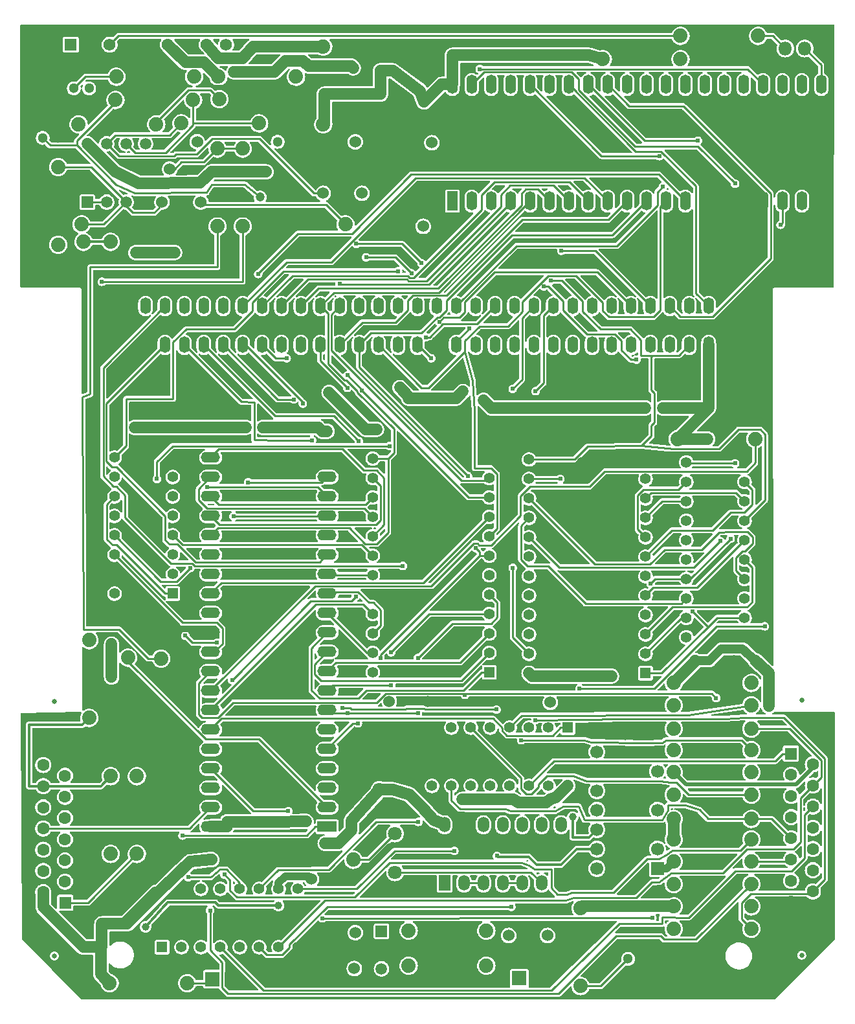
<source format=gbl>
G04 Layer: BottomLayer*
G04 EasyEDA v6.5.42, 2024-04-13 21:29:15*
G04 c73c4833fc654ac79364f3211c6877f7,a2f4cb7aa3704937908c5b59a0d1150c,10*
G04 Gerber Generator version 0.2*
G04 Scale: 100 percent, Rotated: No, Reflected: No *
G04 Dimensions in millimeters *
G04 leading zeros omitted , absolute positions ,4 integer and 5 decimal *
%FSLAX45Y45*%
%MOMM*%

%ADD10C,0.2540*%
%ADD11C,1.5000*%
%ADD12C,0.3050*%
%ADD13C,0.5000*%
%ADD14C,0.3000*%
%ADD15C,1.2000*%
%ADD16C,1.0000*%
%ADD17C,2.0000*%
%ADD18C,1.5240*%
%ADD19C,1.8796*%
%ADD20R,1.7000X1.7000*%
%ADD21C,1.7000*%
%ADD22C,1.8000*%
%ADD23C,1.3000*%
%ADD24O,1.41986X2.159*%
%ADD25R,1.4199X2.0320*%
%ADD26R,1.5748X1.5748*%
%ADD27C,1.5748*%
%ADD28R,1.9304X1.9304*%
%ADD29C,1.6000*%
%ADD30R,1.6000X1.6000*%
%ADD31C,0.6500*%
%ADD32O,1.7999964X1.7999964*%
%ADD33R,1.8000X1.8000*%
%ADD34O,2.4999949999999997X1.3999972*%
%ADD35R,2.5000X1.4000*%
%ADD36O,1.3999972X2.4999949999999997*%
%ADD37R,1.4000X2.5000*%
%ADD38R,1.3970X1.3970*%
%ADD39C,1.3970*%
%ADD40O,1.499997X1.9999959999999999*%
%ADD41R,1.5000X2.0000*%
%ADD42R,1.5000X1.5000*%
%ADD43C,0.6100*%
%ADD44C,1.5000*%
%ADD45C,0.6200*%
%ADD46C,0.0128*%

%LPD*%
G36*
X4545838Y13510361D02*
G01*
X4542028Y13511428D01*
X4538878Y13513866D01*
X4501794Y13557148D01*
X4500372Y13559282D01*
X4497527Y13565124D01*
X4492447Y13572693D01*
X4490872Y13576757D01*
X4491126Y13581075D01*
X4493158Y13584936D01*
X4496663Y13587577D01*
X4500880Y13588492D01*
X4566920Y13588492D01*
X4571136Y13587577D01*
X4574641Y13584936D01*
X4576673Y13581075D01*
X4576927Y13576757D01*
X4575352Y13572693D01*
X4570272Y13565124D01*
X4564227Y13552830D01*
X4559858Y13539876D01*
X4557166Y13526465D01*
X4556709Y13519810D01*
X4555693Y13516000D01*
X4553254Y13512800D01*
X4549800Y13510869D01*
G37*

%LPD*%
G36*
X4754118Y13435888D02*
G01*
X4749850Y13436854D01*
X4746345Y13439444D01*
X4744313Y13443305D01*
X4744059Y13447674D01*
X4745634Y13451687D01*
X4751527Y13460476D01*
X4757572Y13472769D01*
X4761941Y13485723D01*
X4764633Y13499134D01*
X4765548Y13512800D01*
X4764633Y13526465D01*
X4761941Y13539876D01*
X4757572Y13552830D01*
X4751527Y13565124D01*
X4746447Y13572693D01*
X4744872Y13576757D01*
X4745126Y13581075D01*
X4747158Y13584936D01*
X4750663Y13587577D01*
X4754880Y13588492D01*
X4952898Y13588492D01*
X4957064Y13587577D01*
X4960518Y13585088D01*
X4962601Y13581380D01*
X4963007Y13577163D01*
X4961636Y13573099D01*
X4958740Y13570000D01*
X4951730Y13564768D01*
X4945075Y13558672D01*
X4835448Y13439190D01*
X4832045Y13436752D01*
X4827930Y13435888D01*
G37*

%LPD*%
G36*
X4176623Y13381990D02*
G01*
X4172762Y13382751D01*
X4169460Y13384936D01*
X3990644Y13563752D01*
X3989374Y13565276D01*
X3984447Y13572693D01*
X3982872Y13576757D01*
X3983126Y13581075D01*
X3985158Y13584936D01*
X3988663Y13587577D01*
X3992879Y13588492D01*
X4312920Y13588492D01*
X4317136Y13587577D01*
X4320641Y13584936D01*
X4322673Y13581075D01*
X4322927Y13576757D01*
X4321352Y13572693D01*
X4316272Y13565124D01*
X4310227Y13552830D01*
X4305858Y13539876D01*
X4303166Y13526465D01*
X4302252Y13512800D01*
X4303166Y13499134D01*
X4305858Y13485723D01*
X4310227Y13472769D01*
X4316272Y13460476D01*
X4323892Y13449096D01*
X4332935Y13438835D01*
X4343196Y13429792D01*
X4346600Y13427557D01*
X4348632Y13425728D01*
X4371746Y13398754D01*
X4373676Y13395401D01*
X4374184Y13391642D01*
X4373270Y13387882D01*
X4371035Y13384784D01*
X4367784Y13382701D01*
X4364024Y13381990D01*
G37*

%LPD*%
G36*
X4966309Y13258088D02*
G01*
X4962499Y13258850D01*
X4959197Y13260984D01*
X4957013Y13264184D01*
X4956149Y13267994D01*
X4956759Y13271804D01*
X4958791Y13275157D01*
X5057851Y13383209D01*
X5061254Y13385647D01*
X5065369Y13386511D01*
X5358079Y13386511D01*
X5362092Y13385698D01*
X5365445Y13383361D01*
X5367578Y13379907D01*
X5368239Y13375894D01*
X5367223Y13371931D01*
X5364022Y13368019D01*
X5257088Y13261086D01*
X5253786Y13258901D01*
X5249875Y13258088D01*
G37*

%LPD*%
G36*
X4655362Y13172084D02*
G01*
X4651095Y13172643D01*
X4647387Y13174929D01*
X4637278Y13184733D01*
X4625492Y13193623D01*
X4612741Y13200989D01*
X4599127Y13206730D01*
X4587443Y13210082D01*
X4585055Y13211098D01*
X4583023Y13212673D01*
X4578959Y13216737D01*
X4576775Y13220039D01*
X4575962Y13223951D01*
X4576775Y13227812D01*
X4578959Y13231113D01*
X4582261Y13233298D01*
X4586122Y13234111D01*
X4673803Y13234111D01*
X4678070Y13233146D01*
X4681524Y13230555D01*
X4683556Y13226694D01*
X4683810Y13222325D01*
X4682236Y13218312D01*
X4675124Y13207644D01*
X4669282Y13195807D01*
X4665065Y13183311D01*
X4664456Y13180212D01*
X4662728Y13176250D01*
X4659477Y13173405D01*
G37*

%LPD*%
G36*
X9304324Y13086892D02*
G01*
X9300667Y13087705D01*
X9297517Y13089839D01*
X9248800Y13138607D01*
X9246565Y13141858D01*
X9245803Y13145769D01*
X9246565Y13149630D01*
X9248800Y13152932D01*
X9252102Y13155168D01*
X9255963Y13155930D01*
X9359544Y13155930D01*
X9363405Y13155168D01*
X9366707Y13152983D01*
X9368891Y13149732D01*
X9369704Y13145871D01*
X9368993Y13142010D01*
X9366808Y13138708D01*
X9363608Y13136473D01*
X9353905Y13132257D01*
X9342729Y13125450D01*
X9332569Y13117169D01*
X9323628Y13107619D01*
X9316059Y13096900D01*
X9313722Y13092379D01*
X9311386Y13089382D01*
X9308084Y13087451D01*
G37*

%LPD*%
G36*
X9804349Y12899237D02*
G01*
X9800132Y12899898D01*
X9796475Y12902184D01*
X9750907Y12947802D01*
X9748672Y12951104D01*
X9747910Y12955016D01*
X9747910Y13046760D01*
X9746996Y13060171D01*
X9744303Y13072973D01*
X9739934Y13085318D01*
X9733940Y13096900D01*
X9726371Y13107619D01*
X9717430Y13117169D01*
X9707270Y13125450D01*
X9696094Y13132257D01*
X9686391Y13136473D01*
X9683191Y13138708D01*
X9681006Y13142010D01*
X9680295Y13145871D01*
X9681108Y13149732D01*
X9683292Y13152983D01*
X9686594Y13155168D01*
X9690455Y13155930D01*
X9867544Y13155930D01*
X9871405Y13155168D01*
X9874707Y13152983D01*
X9876891Y13149732D01*
X9877704Y13145871D01*
X9876993Y13142010D01*
X9874808Y13138708D01*
X9871608Y13136473D01*
X9861905Y13132257D01*
X9850729Y13125450D01*
X9840569Y13117169D01*
X9831628Y13107619D01*
X9824059Y13096900D01*
X9818065Y13085318D01*
X9813696Y13072973D01*
X9811004Y13060171D01*
X9810089Y13046760D01*
X9810089Y12937439D01*
X9811004Y12924028D01*
X9813645Y12911480D01*
X9813594Y12907162D01*
X9811766Y12903250D01*
X9808514Y12900456D01*
G37*

%LPD*%
G36*
X8788349Y12899237D02*
G01*
X8784132Y12899898D01*
X8780475Y12902184D01*
X8734907Y12947802D01*
X8732672Y12951104D01*
X8731910Y12955016D01*
X8731910Y13046760D01*
X8730996Y13060171D01*
X8728303Y13072973D01*
X8723934Y13085318D01*
X8717940Y13096900D01*
X8716365Y13099135D01*
X8714638Y13103199D01*
X8714841Y13107619D01*
X8716873Y13111530D01*
X8720378Y13114223D01*
X8724646Y13115137D01*
X8801354Y13115137D01*
X8805621Y13114223D01*
X8809126Y13111530D01*
X8811158Y13107619D01*
X8811361Y13103199D01*
X8809634Y13099135D01*
X8808059Y13096900D01*
X8802065Y13085318D01*
X8797696Y13072973D01*
X8795004Y13060171D01*
X8794089Y13046760D01*
X8794089Y12937439D01*
X8795004Y12924028D01*
X8797645Y12911480D01*
X8797594Y12907162D01*
X8795766Y12903250D01*
X8792514Y12900456D01*
G37*

%LPD*%
G36*
X9550349Y12899237D02*
G01*
X9546132Y12899898D01*
X9542475Y12902184D01*
X9496907Y12947802D01*
X9494672Y12951104D01*
X9493910Y12955016D01*
X9493910Y13046760D01*
X9492996Y13060171D01*
X9490303Y13072973D01*
X9485934Y13085318D01*
X9479940Y13096900D01*
X9472371Y13107619D01*
X9463430Y13117169D01*
X9453270Y13125450D01*
X9442094Y13132257D01*
X9432391Y13136473D01*
X9429191Y13138708D01*
X9427006Y13142010D01*
X9426295Y13145871D01*
X9427108Y13149732D01*
X9429292Y13152983D01*
X9432594Y13155168D01*
X9436455Y13155930D01*
X9613544Y13155930D01*
X9617405Y13155168D01*
X9620707Y13152983D01*
X9622891Y13149732D01*
X9623704Y13145871D01*
X9622993Y13142010D01*
X9620808Y13138708D01*
X9617608Y13136473D01*
X9607905Y13132257D01*
X9596729Y13125450D01*
X9586569Y13117169D01*
X9577628Y13107619D01*
X9570059Y13096900D01*
X9564065Y13085318D01*
X9559696Y13072973D01*
X9557004Y13060171D01*
X9556089Y13046760D01*
X9556089Y12937439D01*
X9557004Y12924028D01*
X9559645Y12911480D01*
X9559594Y12907162D01*
X9557766Y12903250D01*
X9554514Y12900456D01*
G37*

%LPD*%
G36*
X3837432Y12368580D02*
G01*
X3833520Y12369393D01*
X3830218Y12371628D01*
X3828034Y12374930D01*
X3827272Y12378893D01*
X3828084Y12382754D01*
X3830370Y12386056D01*
X3835095Y12390628D01*
X3844340Y12402159D01*
X3852113Y12414707D01*
X3858260Y12428118D01*
X3862730Y12442139D01*
X3865473Y12456668D01*
X3866387Y12471400D01*
X3865473Y12486132D01*
X3862730Y12500660D01*
X3858260Y12514681D01*
X3852113Y12528092D01*
X3849065Y12533020D01*
X3847592Y12537236D01*
X3848150Y12541707D01*
X3850538Y12545517D01*
X4092397Y12787426D01*
X4095597Y12789560D01*
X4099356Y12790373D01*
X4103166Y12789712D01*
X4106468Y12787680D01*
X4108754Y12784582D01*
X4109720Y12780873D01*
X4110126Y12774168D01*
X4112869Y12759639D01*
X4117340Y12745618D01*
X4123486Y12732207D01*
X4131259Y12719659D01*
X4140504Y12708128D01*
X4151122Y12697866D01*
X4162907Y12688976D01*
X4175658Y12681610D01*
X4184294Y12677952D01*
X4187545Y12675717D01*
X4189729Y12672466D01*
X4190492Y12668605D01*
X4190492Y12562382D01*
X4189628Y12558318D01*
X4187240Y12554915D01*
X4183684Y12552781D01*
X4179620Y12552222D01*
X4175607Y12553340D01*
X4172407Y12555982D01*
X4165295Y12564872D01*
X4154678Y12575133D01*
X4142892Y12584023D01*
X4130141Y12591389D01*
X4116527Y12597130D01*
X4102354Y12601194D01*
X4087774Y12603480D01*
X4072991Y12603886D01*
X4058310Y12602565D01*
X4043883Y12599416D01*
X4029964Y12594488D01*
X4016756Y12587884D01*
X4004462Y12579756D01*
X3993235Y12570155D01*
X3983329Y12559233D01*
X3974795Y12547193D01*
X3967784Y12534188D01*
X3962450Y12520422D01*
X3958894Y12506147D01*
X3957065Y12491466D01*
X3957065Y12476734D01*
X3958894Y12462052D01*
X3962450Y12447778D01*
X3966565Y12437160D01*
X3967276Y12433300D01*
X3966464Y12429540D01*
X3964279Y12426289D01*
X3909568Y12371578D01*
X3906265Y12369393D01*
X3902405Y12368580D01*
G37*

%LPD*%
G36*
X10031780Y12220803D02*
G01*
X10027869Y12221616D01*
X10024567Y12223800D01*
X9420148Y12828219D01*
X9417862Y12831775D01*
X9417202Y12835890D01*
X9418269Y12839954D01*
X9420860Y12843256D01*
X9424568Y12845186D01*
X9430105Y12846761D01*
X9442094Y12851942D01*
X9453270Y12858750D01*
X9459112Y12863474D01*
X9462363Y12865252D01*
X9466021Y12865760D01*
X9469628Y12864896D01*
X9472726Y12862814D01*
X10097312Y12238177D01*
X10099548Y12234875D01*
X10100310Y12230963D01*
X10099548Y12227102D01*
X10097312Y12223800D01*
X10094010Y12221616D01*
X10090150Y12220803D01*
G37*

%LPD*%
G36*
X4666894Y12192508D02*
G01*
X4663033Y12193270D01*
X4659782Y12195454D01*
X4657547Y12198705D01*
X4653889Y12207341D01*
X4646523Y12220092D01*
X4641748Y12226442D01*
X4639868Y12230557D01*
X4639970Y12234976D01*
X4641951Y12238990D01*
X4645456Y12241784D01*
X4649825Y12242749D01*
X4773574Y12242749D01*
X4777943Y12241784D01*
X4781448Y12238990D01*
X4783429Y12234976D01*
X4783531Y12230557D01*
X4781651Y12226442D01*
X4776876Y12220092D01*
X4769510Y12207341D01*
X4765852Y12198705D01*
X4763617Y12195454D01*
X4760366Y12193270D01*
X4756505Y12192508D01*
G37*

%LPD*%
G36*
X3489756Y12139269D02*
G01*
X3485845Y12140031D01*
X3482543Y12142266D01*
X3450539Y12174270D01*
X3448354Y12177471D01*
X3447542Y12181281D01*
X3448253Y12185091D01*
X3449167Y12187529D01*
X3452266Y12200636D01*
X3453637Y12214047D01*
X3453180Y12227509D01*
X3450945Y12240768D01*
X3446932Y12253671D01*
X3441293Y12265863D01*
X3434943Y12275769D01*
X3433470Y12279782D01*
X3433775Y12284100D01*
X3435858Y12287910D01*
X3439312Y12290450D01*
X3443528Y12291364D01*
X3516071Y12291364D01*
X3520287Y12290450D01*
X3523742Y12287910D01*
X3525824Y12284100D01*
X3526129Y12279782D01*
X3524656Y12275769D01*
X3518306Y12265863D01*
X3512667Y12253671D01*
X3508654Y12240768D01*
X3506419Y12227509D01*
X3505962Y12214047D01*
X3507333Y12200636D01*
X3510432Y12187529D01*
X3515309Y12174931D01*
X3521760Y12163094D01*
X3527399Y12155474D01*
X3529177Y12151360D01*
X3529076Y12146940D01*
X3527094Y12142978D01*
X3523589Y12140234D01*
X3519220Y12139269D01*
G37*

%LPD*%
G36*
X3694379Y12139269D02*
G01*
X3690010Y12140234D01*
X3686505Y12142978D01*
X3684524Y12146940D01*
X3684422Y12151360D01*
X3686200Y12155474D01*
X3691839Y12163094D01*
X3698290Y12174931D01*
X3703167Y12187529D01*
X3706266Y12200636D01*
X3707637Y12214047D01*
X3707180Y12227509D01*
X3704945Y12240768D01*
X3700932Y12253671D01*
X3695293Y12265863D01*
X3688943Y12275769D01*
X3687470Y12279782D01*
X3687775Y12284100D01*
X3689858Y12287910D01*
X3693312Y12290450D01*
X3697528Y12291364D01*
X3922115Y12291364D01*
X3930142Y12292177D01*
X3937355Y12294362D01*
X3944010Y12297918D01*
X3950258Y12303048D01*
X4018737Y12371578D01*
X4021886Y12373711D01*
X4025595Y12374524D01*
X4029303Y12373965D01*
X4043883Y12368784D01*
X4055110Y12366345D01*
X4059021Y12364567D01*
X4061815Y12361316D01*
X4063034Y12357150D01*
X4062425Y12352883D01*
X4060088Y12349226D01*
X3853078Y12142266D01*
X3849776Y12140031D01*
X3845915Y12139269D01*
G37*

%LPD*%
G36*
X3369056Y12097613D02*
G01*
X3364839Y12098528D01*
X3361385Y12101118D01*
X3359302Y12104928D01*
X3359048Y12109246D01*
X3360572Y12113310D01*
X3363671Y12116358D01*
X3367735Y12117832D01*
X3372916Y12118543D01*
X3386175Y12122150D01*
X3389680Y12122505D01*
X3393135Y12121591D01*
X3396030Y12119559D01*
X3400653Y12114936D01*
X3402837Y12111634D01*
X3403600Y12107773D01*
X3402837Y12103862D01*
X3400653Y12100610D01*
X3397351Y12098375D01*
X3393440Y12097613D01*
G37*

%LPD*%
G36*
X3277412Y12097613D02*
G01*
X3273501Y12098375D01*
X3270199Y12100610D01*
X3196539Y12174270D01*
X3194354Y12177471D01*
X3193542Y12181281D01*
X3194253Y12185091D01*
X3195167Y12187529D01*
X3198266Y12200636D01*
X3199638Y12214047D01*
X3199180Y12227509D01*
X3196945Y12240768D01*
X3193999Y12250318D01*
X3193542Y12253925D01*
X3194405Y12257481D01*
X3196488Y12260478D01*
X3224428Y12288418D01*
X3227730Y12290602D01*
X3231591Y12291364D01*
X3262071Y12291364D01*
X3266287Y12290450D01*
X3269742Y12287910D01*
X3271824Y12284100D01*
X3272129Y12279782D01*
X3270656Y12275769D01*
X3264306Y12265863D01*
X3258667Y12253671D01*
X3254654Y12240768D01*
X3252419Y12227509D01*
X3251962Y12214047D01*
X3253333Y12200636D01*
X3256432Y12187529D01*
X3261309Y12174931D01*
X3267760Y12163094D01*
X3275736Y12152274D01*
X3285134Y12142571D01*
X3295700Y12134240D01*
X3307283Y12127382D01*
X3319729Y12122099D01*
X3332683Y12118543D01*
X3337864Y12117832D01*
X3341928Y12116358D01*
X3345027Y12113310D01*
X3346551Y12109246D01*
X3346297Y12104928D01*
X3344214Y12101118D01*
X3340760Y12098528D01*
X3336544Y12097613D01*
G37*

%LPD*%
G36*
X9592005Y12094870D02*
G01*
X9588144Y12095683D01*
X9584842Y12097867D01*
X8854846Y12827863D01*
X8852458Y12831572D01*
X8851900Y12835991D01*
X8853271Y12840157D01*
X8856268Y12843408D01*
X8860332Y12845084D01*
X8864752Y12844830D01*
X8870492Y12843205D01*
X8883446Y12841427D01*
X8896553Y12841427D01*
X8909507Y12843205D01*
X8922105Y12846761D01*
X8934094Y12851942D01*
X8945270Y12858750D01*
X8955430Y12867030D01*
X8964371Y12876580D01*
X8971940Y12887299D01*
X8977934Y12898882D01*
X8982303Y12911226D01*
X8984996Y12924028D01*
X8985910Y12937439D01*
X8985910Y13046760D01*
X8984996Y13060171D01*
X8982303Y13072973D01*
X8977934Y13085318D01*
X8971940Y13096900D01*
X8970365Y13099135D01*
X8968638Y13103199D01*
X8968841Y13107619D01*
X8970873Y13111530D01*
X8974378Y13114223D01*
X8978646Y13115137D01*
X9055354Y13115137D01*
X9059621Y13114223D01*
X9063126Y13111530D01*
X9065158Y13107619D01*
X9065361Y13103199D01*
X9063634Y13099135D01*
X9062059Y13096900D01*
X9056065Y13085318D01*
X9051696Y13072973D01*
X9049004Y13060171D01*
X9048089Y13046760D01*
X9048089Y12937439D01*
X9049004Y12924028D01*
X9051696Y12911226D01*
X9056065Y12898882D01*
X9062059Y12887299D01*
X9069628Y12876580D01*
X9078569Y12867030D01*
X9088729Y12858750D01*
X9099905Y12851942D01*
X9111894Y12846761D01*
X9124492Y12843205D01*
X9137446Y12841427D01*
X9150553Y12841427D01*
X9163507Y12843205D01*
X9176105Y12846761D01*
X9188094Y12851942D01*
X9199270Y12858750D01*
X9205112Y12863474D01*
X9208363Y12865252D01*
X9212021Y12865760D01*
X9215628Y12864896D01*
X9218726Y12862814D01*
X9969246Y12112244D01*
X9971481Y12108942D01*
X9972243Y12105030D01*
X9971481Y12101169D01*
X9969246Y12097867D01*
X9965944Y12095683D01*
X9962083Y12094870D01*
G37*

%LPD*%
G36*
X3543452Y11798046D02*
G01*
X3541014Y11798300D01*
X3538728Y11799112D01*
X3274364Y11931294D01*
X3271723Y11933174D01*
X3104743Y12100153D01*
X3102356Y12103963D01*
X3101797Y12108383D01*
X3103270Y12112650D01*
X3106369Y12115850D01*
X3110585Y12117425D01*
X3118916Y12118543D01*
X3132175Y12122150D01*
X3135680Y12122505D01*
X3139135Y12121591D01*
X3142030Y12119559D01*
X3229559Y12032081D01*
X3235756Y12026950D01*
X3242411Y12023394D01*
X3249676Y12021210D01*
X3257702Y12020397D01*
X3982262Y12020397D01*
X3990238Y12021159D01*
X3997502Y12023394D01*
X4004157Y12026950D01*
X4010406Y12032030D01*
X4017010Y12038634D01*
X4020312Y12040870D01*
X4024172Y12041632D01*
X4274413Y12041632D01*
X4282440Y12042394D01*
X4289653Y12044629D01*
X4296308Y12048185D01*
X4302556Y12053265D01*
X4409541Y12160250D01*
X4412894Y12162485D01*
X4416806Y12163247D01*
X4420768Y12162383D01*
X4424019Y12160097D01*
X4426204Y12156744D01*
X4426864Y12152782D01*
X4426813Y12150191D01*
X4428134Y12135510D01*
X4431284Y12121083D01*
X4436465Y12106503D01*
X4437024Y12102795D01*
X4436211Y12099086D01*
X4434078Y12095937D01*
X4357370Y12019280D01*
X4354068Y12017095D01*
X4350207Y12016282D01*
X4077208Y12016282D01*
X4069181Y12015520D01*
X4061968Y12013336D01*
X4055262Y12009780D01*
X4049064Y12004649D01*
X4005376Y11960961D01*
X4002074Y11958726D01*
X3998163Y11957964D01*
X3994302Y11958726D01*
X3991000Y11960961D01*
X3989679Y11962231D01*
X3978859Y11970512D01*
X3967022Y11977268D01*
X3954373Y11982399D01*
X3941165Y11985752D01*
X3927601Y11987326D01*
X3913987Y11987123D01*
X3900474Y11985091D01*
X3887419Y11981281D01*
X3874922Y11975744D01*
X3863340Y11968581D01*
X3852773Y11959945D01*
X3843426Y11949988D01*
X3835552Y11938863D01*
X3829202Y11926824D01*
X3824478Y11914022D01*
X3821582Y11900712D01*
X3820414Y11887098D01*
X3821125Y11873484D01*
X3823614Y11860072D01*
X3827881Y11847118D01*
X3833825Y11834825D01*
X3841343Y11823496D01*
X3844798Y11819534D01*
X3846728Y11816232D01*
X3847287Y11812473D01*
X3846423Y11808714D01*
X3844239Y11805564D01*
X3841038Y11803481D01*
X3837279Y11802668D01*
G37*

%LPD*%
G36*
X10443616Y11615115D02*
G01*
X10439247Y11615369D01*
X10433507Y11616994D01*
X10431475Y11617248D01*
X10427868Y11618468D01*
X10424972Y11620906D01*
X10423194Y11624208D01*
X10422686Y11627967D01*
X10423652Y11631625D01*
X10425836Y11636349D01*
X10428122Y11639499D01*
X10431424Y11641531D01*
X10435234Y11642242D01*
X10439044Y11641429D01*
X10442244Y11639245D01*
X10449153Y11632336D01*
X10451541Y11628628D01*
X10452100Y11624259D01*
X10450728Y11620042D01*
X10447731Y11616791D01*
G37*

%LPD*%
G36*
X9329978Y11594439D02*
G01*
X9326372Y11595303D01*
X9323273Y11597386D01*
X9206890Y11713819D01*
X9204706Y11717070D01*
X9203944Y11720982D01*
X9204706Y11724843D01*
X9206890Y11728145D01*
X9210192Y11730380D01*
X9214104Y11731142D01*
X9330131Y11731142D01*
X9334042Y11730380D01*
X9337344Y11728145D01*
X9433153Y11632336D01*
X9435541Y11628628D01*
X9436100Y11624259D01*
X9434728Y11620042D01*
X9431731Y11616791D01*
X9427616Y11615115D01*
X9423247Y11615369D01*
X9417507Y11616994D01*
X9404553Y11618772D01*
X9391446Y11618772D01*
X9378492Y11616994D01*
X9365894Y11613438D01*
X9353905Y11608257D01*
X9342729Y11601450D01*
X9336887Y11596725D01*
X9333636Y11594947D01*
G37*

%LPD*%
G36*
X8821978Y11594439D02*
G01*
X8818372Y11595303D01*
X8815273Y11597386D01*
X8795207Y11617502D01*
X8793022Y11620754D01*
X8792260Y11624665D01*
X8793022Y11628526D01*
X8795207Y11631828D01*
X8798509Y11634063D01*
X8802420Y11634825D01*
X8860282Y11634825D01*
X8864295Y11633962D01*
X8867698Y11631574D01*
X8869832Y11628069D01*
X8870391Y11623954D01*
X8869273Y11619992D01*
X8866682Y11616791D01*
X8863025Y11614861D01*
X8857894Y11613438D01*
X8845905Y11608257D01*
X8834729Y11601450D01*
X8828887Y11596725D01*
X8825636Y11594947D01*
G37*

%LPD*%
G36*
X9075978Y11594439D02*
G01*
X9072372Y11595303D01*
X9069273Y11597386D01*
X9006941Y11659768D01*
X9004706Y11663070D01*
X9003944Y11666931D01*
X9004706Y11670842D01*
X9006941Y11674144D01*
X9010243Y11676329D01*
X9014104Y11677091D01*
X9130182Y11677091D01*
X9134043Y11676329D01*
X9137345Y11674144D01*
X9179153Y11632336D01*
X9181541Y11628628D01*
X9182100Y11624259D01*
X9180728Y11620042D01*
X9177731Y11616791D01*
X9173616Y11615115D01*
X9169247Y11615369D01*
X9163507Y11616994D01*
X9150553Y11618772D01*
X9137446Y11618772D01*
X9124492Y11616994D01*
X9111894Y11613438D01*
X9099905Y11608257D01*
X9088729Y11601450D01*
X9082887Y11596725D01*
X9079636Y11594947D01*
G37*

%LPD*%
G36*
X8217916Y11571274D02*
G01*
X8214207Y11571427D01*
X8210803Y11572849D01*
X8208111Y11575440D01*
X8202371Y11583619D01*
X8193430Y11593169D01*
X8183270Y11601450D01*
X8172094Y11608257D01*
X8160105Y11613438D01*
X8147456Y11616994D01*
X8143748Y11618925D01*
X8141106Y11622227D01*
X8140039Y11626291D01*
X8140750Y11630456D01*
X8143036Y11633962D01*
X8183219Y11674144D01*
X8186521Y11676329D01*
X8190382Y11677091D01*
X8301177Y11677091D01*
X8305038Y11676329D01*
X8308340Y11674144D01*
X8310575Y11670842D01*
X8311337Y11666931D01*
X8310575Y11663070D01*
X8308340Y11659768D01*
X8228075Y11579453D01*
X8224266Y11574881D01*
X8221421Y11572494D01*
G37*

%LPD*%
G36*
X8477250Y11563045D02*
G01*
X8472932Y11563146D01*
X8469071Y11565026D01*
X8466328Y11568328D01*
X8463940Y11572900D01*
X8456371Y11583619D01*
X8447430Y11593169D01*
X8437270Y11601450D01*
X8426094Y11608257D01*
X8414105Y11613438D01*
X8408974Y11614861D01*
X8405317Y11616791D01*
X8402726Y11619992D01*
X8401608Y11623954D01*
X8402167Y11628069D01*
X8404301Y11631574D01*
X8407704Y11633962D01*
X8411718Y11634825D01*
X8513114Y11634825D01*
X8516975Y11634063D01*
X8520277Y11631828D01*
X8522512Y11628526D01*
X8523274Y11624665D01*
X8522512Y11620754D01*
X8520277Y11617502D01*
X8496452Y11593626D01*
X8491321Y11587429D01*
X8487765Y11580723D01*
X8485581Y11573510D01*
X8485428Y11571986D01*
X8484108Y11567922D01*
X8481212Y11564721D01*
G37*

%LPD*%
G36*
X3316528Y11550091D02*
G01*
X3312820Y11550954D01*
X3309721Y11553088D01*
X3261461Y11601348D01*
X3259226Y11604701D01*
X3258464Y11608663D01*
X3259328Y11612575D01*
X3261664Y11615877D01*
X3265068Y11618010D01*
X3269030Y11618671D01*
X3272942Y11617706D01*
X3364026Y11575186D01*
X3367227Y11572849D01*
X3369310Y11569395D01*
X3369868Y11565432D01*
X3368852Y11561572D01*
X3366465Y11558422D01*
X3363010Y11556390D01*
X3359048Y11555882D01*
X3352800Y11556288D01*
X3339337Y11555374D01*
X3326129Y11552682D01*
X3320237Y11550650D01*
G37*

%LPD*%
G36*
X4441952Y11458448D02*
G01*
X4438396Y11459108D01*
X4435246Y11460937D01*
X4433011Y11463782D01*
X4431893Y11467236D01*
X4430725Y11475720D01*
X4427118Y11488877D01*
X4421835Y11501424D01*
X4414875Y11513159D01*
X4406392Y11523878D01*
X4403496Y11526672D01*
X4401312Y11529771D01*
X4400448Y11533479D01*
X4400956Y11537238D01*
X4402836Y11540540D01*
X4405833Y11542928D01*
X4409440Y11544096D01*
X4414926Y11544706D01*
X4422140Y11546992D01*
X4428744Y11550650D01*
X4434535Y11555526D01*
X4439564Y11561775D01*
X4490262Y11640718D01*
X4492548Y11643207D01*
X4495495Y11644833D01*
X4498797Y11645392D01*
X4884877Y11645392D01*
X4888280Y11644782D01*
X4891278Y11643106D01*
X5016855Y11541099D01*
X5019040Y11538661D01*
X5020310Y11535664D01*
X5020564Y11532412D01*
X5019497Y11518849D01*
X5020411Y11506657D01*
X5023002Y11494719D01*
X5027269Y11483238D01*
X5032603Y11473484D01*
X5033822Y11469471D01*
X5033314Y11465306D01*
X5031181Y11461750D01*
X5027777Y11459311D01*
X5023662Y11458448D01*
G37*

%LPD*%
G36*
X5187137Y11458448D02*
G01*
X5183022Y11459311D01*
X5179618Y11461750D01*
X5177485Y11465306D01*
X5176977Y11469471D01*
X5178196Y11473484D01*
X5183530Y11483238D01*
X5187797Y11494719D01*
X5190388Y11506657D01*
X5191302Y11518900D01*
X5190388Y11531142D01*
X5187797Y11543080D01*
X5183530Y11554561D01*
X5177637Y11565331D01*
X5170322Y11575135D01*
X5161635Y11583822D01*
X5151831Y11591137D01*
X5141061Y11597030D01*
X5129580Y11601297D01*
X5117642Y11603888D01*
X5105400Y11604802D01*
X5093157Y11603888D01*
X5081219Y11601297D01*
X5075682Y11599265D01*
X5072227Y11598605D01*
X5068773Y11599164D01*
X5065725Y11600891D01*
X4926736Y11713819D01*
X4923688Y11716054D01*
X4920183Y11718137D01*
X4916982Y11719661D01*
X4913223Y11720982D01*
X4909769Y11721846D01*
X4905756Y11722455D01*
X4901946Y11722608D01*
X4507687Y11722608D01*
X4503724Y11723420D01*
X4500422Y11725706D01*
X4498238Y11729059D01*
X4497527Y11733072D01*
X4498441Y11736984D01*
X4500829Y11740235D01*
X4509160Y11747906D01*
X4512360Y11749887D01*
X4516069Y11750598D01*
X5166309Y11748262D01*
X5171389Y11747550D01*
X5185003Y11747093D01*
X5198567Y11748414D01*
X5211826Y11751614D01*
X5224576Y11756491D01*
X5236514Y11763044D01*
X5247487Y11771122D01*
X5257292Y11780621D01*
X5265775Y11791340D01*
X5272735Y11803075D01*
X5278018Y11815622D01*
X5281625Y11828780D01*
X5283454Y11842292D01*
X5283454Y11855907D01*
X5281625Y11869420D01*
X5278018Y11882577D01*
X5272735Y11895124D01*
X5265775Y11906859D01*
X5257292Y11917578D01*
X5247487Y11927078D01*
X5236514Y11935155D01*
X5224576Y11941708D01*
X5211826Y11946585D01*
X5198567Y11949785D01*
X5185003Y11951106D01*
X5171389Y11950649D01*
X5166868Y11950039D01*
X4473549Y11952528D01*
X4463897Y11952122D01*
X4460240Y11951766D01*
X4450892Y11950090D01*
X4447286Y11949226D01*
X4438192Y11946382D01*
X4434789Y11945061D01*
X4426153Y11941048D01*
X4422902Y11939270D01*
X4414875Y11934190D01*
X4411929Y11932005D01*
X4404512Y11925808D01*
X4280865Y11812320D01*
X4277766Y11810339D01*
X4274159Y11809628D01*
X4010304Y11805412D01*
X4006494Y11806072D01*
X4003243Y11808104D01*
X4000957Y11811152D01*
X3999992Y11814860D01*
X4000449Y11818670D01*
X4002227Y11822023D01*
X4005681Y11826240D01*
X4012844Y11837822D01*
X4018381Y11850319D01*
X4022191Y11863374D01*
X4022598Y11866219D01*
X4023563Y11869267D01*
X4025442Y11871858D01*
X4089704Y11936120D01*
X4093006Y11938304D01*
X4096918Y11939066D01*
X4369917Y11939066D01*
X4377944Y11939879D01*
X4385157Y11942064D01*
X4391812Y11945620D01*
X4398060Y11950750D01*
X4488789Y12041479D01*
X4492040Y12043664D01*
X4495800Y12044476D01*
X4499660Y12043765D01*
X4510278Y12039650D01*
X4524552Y12036094D01*
X4539234Y12034266D01*
X4553966Y12034266D01*
X4568647Y12036094D01*
X4582922Y12039650D01*
X4596688Y12044984D01*
X4609693Y12051995D01*
X4621733Y12060529D01*
X4632655Y12070435D01*
X4642256Y12081662D01*
X4650384Y12093956D01*
X4659579Y12112040D01*
X4662982Y12114428D01*
X4667046Y12115292D01*
X4756353Y12115292D01*
X4760417Y12114428D01*
X4763820Y12112040D01*
X4773015Y12093956D01*
X4781143Y12081662D01*
X4790744Y12070435D01*
X4801666Y12060529D01*
X4813706Y12051995D01*
X4826711Y12044984D01*
X4840478Y12039650D01*
X4854752Y12036094D01*
X4869434Y12034266D01*
X4884166Y12034266D01*
X4898847Y12036094D01*
X4913122Y12039650D01*
X4926888Y12044984D01*
X4939893Y12051995D01*
X4951933Y12060529D01*
X4962855Y12070435D01*
X4972456Y12081662D01*
X4980584Y12093956D01*
X4987188Y12107164D01*
X4992116Y12121083D01*
X4995265Y12135510D01*
X4996637Y12150191D01*
X4996180Y12164974D01*
X4993894Y12179554D01*
X4989830Y12193727D01*
X4984089Y12207341D01*
X4976723Y12220092D01*
X4971948Y12226442D01*
X4970068Y12230557D01*
X4970170Y12234976D01*
X4972151Y12238990D01*
X4975656Y12241784D01*
X4980025Y12242749D01*
X5076952Y12242749D01*
X5080863Y12241987D01*
X5084165Y12239752D01*
X5781141Y11542776D01*
X5787390Y11537645D01*
X5794044Y11534089D01*
X5801309Y11531904D01*
X5809335Y11531092D01*
X5830062Y11531092D01*
X5833668Y11530431D01*
X5836869Y11528450D01*
X5839104Y11525504D01*
X5843066Y11517680D01*
X5850788Y11506454D01*
X5859932Y11496294D01*
X5870346Y11487505D01*
X5881827Y11480190D01*
X5886907Y11477802D01*
X5890056Y11475516D01*
X5892139Y11472214D01*
X5892800Y11468354D01*
X5891936Y11464544D01*
X5889752Y11461343D01*
X5886450Y11459210D01*
X5882640Y11458448D01*
G37*

%LPD*%
G36*
X9753650Y11375237D02*
G01*
X9749485Y11376456D01*
X9746234Y11379250D01*
X9744405Y11383162D01*
X9744354Y11387480D01*
X9746996Y11400028D01*
X9747910Y11413439D01*
X9747910Y11522760D01*
X9746996Y11536172D01*
X9744303Y11548973D01*
X9739934Y11561318D01*
X9733940Y11572900D01*
X9726371Y11583619D01*
X9717430Y11593169D01*
X9707270Y11601450D01*
X9696094Y11608257D01*
X9684105Y11613438D01*
X9671507Y11616994D01*
X9658553Y11618772D01*
X9645446Y11618772D01*
X9632492Y11616994D01*
X9619894Y11613438D01*
X9607905Y11608257D01*
X9596729Y11601450D01*
X9590887Y11596725D01*
X9587636Y11594947D01*
X9583978Y11594439D01*
X9580372Y11595303D01*
X9577273Y11597386D01*
X9414459Y11760250D01*
X9412224Y11763552D01*
X9411462Y11767413D01*
X9412224Y11771325D01*
X9414459Y11774627D01*
X9417761Y11776811D01*
X9421622Y11777573D01*
X10299700Y11777573D01*
X10303560Y11776811D01*
X10306862Y11774627D01*
X10355478Y11726011D01*
X10357662Y11722811D01*
X10358475Y11719001D01*
X10357764Y11715191D01*
X10355732Y11711889D01*
X10352582Y11709603D01*
X10345572Y11706352D01*
X10337546Y11700713D01*
X10330586Y11693753D01*
X10324947Y11685727D01*
X10320782Y11676837D01*
X10318242Y11667337D01*
X10317530Y11659260D01*
X10316616Y11655856D01*
X10314635Y11652961D01*
X10274452Y11612829D01*
X10269321Y11606580D01*
X10265765Y11599926D01*
X10263581Y11592712D01*
X10262819Y11584686D01*
X10262819Y11574322D01*
X10261803Y11569954D01*
X10259060Y11566448D01*
X10255046Y11564467D01*
X10250576Y11564366D01*
X10246512Y11566245D01*
X10243616Y11569649D01*
X10241940Y11572900D01*
X10234371Y11583619D01*
X10225430Y11593169D01*
X10215270Y11601450D01*
X10204094Y11608257D01*
X10192105Y11613438D01*
X10179507Y11616994D01*
X10166553Y11618772D01*
X10153446Y11618772D01*
X10140492Y11616994D01*
X10127894Y11613438D01*
X10115905Y11608257D01*
X10104729Y11601450D01*
X10094569Y11593169D01*
X10085628Y11583619D01*
X10078059Y11572900D01*
X10072065Y11561318D01*
X10067696Y11548973D01*
X10065004Y11536172D01*
X10064089Y11522760D01*
X10064089Y11431016D01*
X10063327Y11427104D01*
X10061092Y11423802D01*
X10015524Y11378184D01*
X10011867Y11375898D01*
X10007650Y11375237D01*
X10003485Y11376456D01*
X10000234Y11379250D01*
X9998405Y11383162D01*
X9998354Y11387480D01*
X10000996Y11400028D01*
X10001910Y11413439D01*
X10001910Y11522760D01*
X10000996Y11536172D01*
X9998303Y11548973D01*
X9993934Y11561318D01*
X9987940Y11572900D01*
X9980371Y11583619D01*
X9971430Y11593169D01*
X9961270Y11601450D01*
X9950094Y11608257D01*
X9938105Y11613438D01*
X9925507Y11616994D01*
X9912553Y11618772D01*
X9899446Y11618772D01*
X9886492Y11616994D01*
X9873894Y11613438D01*
X9861905Y11608257D01*
X9850729Y11601450D01*
X9840569Y11593169D01*
X9831628Y11583619D01*
X9824059Y11572900D01*
X9818065Y11561318D01*
X9813696Y11548973D01*
X9811004Y11536172D01*
X9810089Y11522760D01*
X9810089Y11431016D01*
X9809327Y11427104D01*
X9807092Y11423802D01*
X9761524Y11378184D01*
X9757867Y11375898D01*
G37*

%LPD*%
G36*
X3461918Y11354308D02*
G01*
X3458006Y11355070D01*
X3454704Y11357305D01*
X3432556Y11379403D01*
X3430524Y11382349D01*
X3429609Y11385854D01*
X3430015Y11389410D01*
X3431590Y11392611D01*
X3437839Y11401094D01*
X3444290Y11412931D01*
X3449167Y11425529D01*
X3452266Y11438636D01*
X3453637Y11452047D01*
X3453180Y11465509D01*
X3450945Y11478768D01*
X3446932Y11491671D01*
X3441293Y11503863D01*
X3434029Y11515242D01*
X3425799Y11524996D01*
X3423869Y11528399D01*
X3423412Y11532260D01*
X3424428Y11536019D01*
X3426764Y11539118D01*
X3430168Y11541099D01*
X3434029Y11541709D01*
X3437788Y11540794D01*
X3452622Y11533936D01*
X3460089Y11531803D01*
X3468115Y11531092D01*
X3734155Y11534698D01*
X3738473Y11533784D01*
X3741978Y11531142D01*
X3744061Y11527282D01*
X3744315Y11522862D01*
X3742690Y11518798D01*
X3734866Y11507419D01*
X3728720Y11495278D01*
X3724249Y11482374D01*
X3721506Y11469014D01*
X3720592Y11455400D01*
X3721506Y11441785D01*
X3724249Y11428425D01*
X3728720Y11415522D01*
X3734866Y11403380D01*
X3737965Y11398910D01*
X3739387Y11395710D01*
X3739692Y11392204D01*
X3738778Y11388801D01*
X3736746Y11385956D01*
X3708095Y11357305D01*
X3704793Y11355070D01*
X3700881Y11354308D01*
G37*

%LPD*%
G36*
X8452256Y11061192D02*
G01*
X8448344Y11062004D01*
X8445042Y11064189D01*
X8442858Y11067491D01*
X8442096Y11071352D01*
X8442858Y11075263D01*
X8445042Y11078565D01*
X8548776Y11182248D01*
X8552078Y11184483D01*
X8555939Y11185245D01*
X9661245Y11185245D01*
X9669272Y11186007D01*
X9676485Y11188242D01*
X9683191Y11191798D01*
X9689388Y11196878D01*
X9831324Y11338814D01*
X9834372Y11340896D01*
X9837978Y11341760D01*
X9841636Y11341252D01*
X9844887Y11339474D01*
X9850729Y11334750D01*
X9861905Y11327942D01*
X9873894Y11322761D01*
X9886492Y11319205D01*
X9899446Y11317427D01*
X9912553Y11317427D01*
X9925507Y11319205D01*
X9931247Y11320830D01*
X9935667Y11321084D01*
X9939731Y11319408D01*
X9942728Y11316157D01*
X9944100Y11311991D01*
X9943541Y11307572D01*
X9941153Y11303863D01*
X9701479Y11064189D01*
X9698177Y11062004D01*
X9694316Y11061192D01*
G37*

%LPD*%
G36*
X7269530Y10685018D02*
G01*
X7265314Y10686338D01*
X7262063Y10689285D01*
X7258862Y10693908D01*
X7251903Y10700867D01*
X7243876Y10706455D01*
X7234986Y10710621D01*
X7225487Y10713161D01*
X7217409Y10713872D01*
X7214006Y10714786D01*
X7211110Y10716818D01*
X6990892Y10937036D01*
X6984695Y10942167D01*
X6977989Y10945723D01*
X6970775Y10947908D01*
X6962749Y10948670D01*
X6407048Y10948670D01*
X6403187Y10949482D01*
X6399885Y10951667D01*
X6395669Y10955070D01*
X6392722Y10958322D01*
X6391402Y10962538D01*
X6391960Y10966907D01*
X6394297Y10970615D01*
X7151878Y11728145D01*
X7155180Y11730380D01*
X7159091Y11731142D01*
X8106460Y11731142D01*
X8110372Y11730380D01*
X8113674Y11728145D01*
X8115858Y11724843D01*
X8116620Y11720982D01*
X8115858Y11717070D01*
X8113674Y11713819D01*
X7974075Y11574170D01*
X7972298Y11572036D01*
X7969453Y11569649D01*
X7965948Y11568430D01*
X7962239Y11568582D01*
X7958785Y11570004D01*
X7956143Y11572646D01*
X7948371Y11583619D01*
X7939430Y11593169D01*
X7929270Y11601450D01*
X7918094Y11608257D01*
X7906105Y11613438D01*
X7893507Y11616994D01*
X7880553Y11618772D01*
X7867446Y11618772D01*
X7854492Y11616994D01*
X7841894Y11613438D01*
X7829905Y11608257D01*
X7818729Y11601450D01*
X7808569Y11593169D01*
X7799628Y11583619D01*
X7792059Y11572900D01*
X7786065Y11561318D01*
X7781696Y11548973D01*
X7779003Y11536172D01*
X7778089Y11522760D01*
X7778089Y11413439D01*
X7779003Y11400028D01*
X7781696Y11387226D01*
X7786065Y11374882D01*
X7792059Y11363299D01*
X7799628Y11352580D01*
X7808569Y11343030D01*
X7818729Y11334750D01*
X7829905Y11327942D01*
X7841894Y11322761D01*
X7854492Y11319205D01*
X7867446Y11317427D01*
X7885531Y11317274D01*
X7889240Y11315293D01*
X7891830Y11311991D01*
X7892897Y11307927D01*
X7892237Y11303812D01*
X7889951Y11300307D01*
X7277608Y10687964D01*
X7273848Y10685576D01*
G37*

%LPC*%
G36*
X7239000Y11035792D02*
G01*
X7252614Y11036706D01*
X7265974Y11039449D01*
X7278878Y11043920D01*
X7291019Y11050066D01*
X7302246Y11057788D01*
X7312406Y11066932D01*
X7321194Y11077346D01*
X7328509Y11088827D01*
X7334250Y11101222D01*
X7338314Y11114227D01*
X7340549Y11127689D01*
X7341006Y11141303D01*
X7339685Y11154867D01*
X7336485Y11168126D01*
X7331608Y11180876D01*
X7325055Y11192814D01*
X7316978Y11203787D01*
X7307478Y11213592D01*
X7296759Y11222075D01*
X7285024Y11229035D01*
X7272477Y11234318D01*
X7259320Y11237925D01*
X7245807Y11239754D01*
X7232192Y11239754D01*
X7218680Y11237925D01*
X7205522Y11234318D01*
X7192975Y11229035D01*
X7181240Y11222075D01*
X7170521Y11213592D01*
X7161022Y11203787D01*
X7152944Y11192814D01*
X7146391Y11180876D01*
X7141514Y11168126D01*
X7138314Y11154867D01*
X7136993Y11141303D01*
X7137450Y11127689D01*
X7139686Y11114227D01*
X7143750Y11101222D01*
X7149490Y11088827D01*
X7156805Y11077346D01*
X7165594Y11066932D01*
X7175753Y11057788D01*
X7186980Y11050066D01*
X7199122Y11043920D01*
X7212025Y11039449D01*
X7225385Y11036706D01*
G37*
G36*
X7550556Y11317173D02*
G01*
X7689443Y11317173D01*
X7695742Y11317884D01*
X7701229Y11319814D01*
X7706106Y11322913D01*
X7710220Y11326977D01*
X7713268Y11331905D01*
X7715199Y11337340D01*
X7715910Y11343690D01*
X7715910Y11592509D01*
X7715199Y11598859D01*
X7713268Y11604294D01*
X7710220Y11609222D01*
X7706106Y11613286D01*
X7701229Y11616385D01*
X7695742Y11618315D01*
X7689443Y11619026D01*
X7550556Y11619026D01*
X7544257Y11618315D01*
X7538770Y11616385D01*
X7533894Y11613286D01*
X7529779Y11609222D01*
X7526731Y11604294D01*
X7524800Y11598859D01*
X7524089Y11592509D01*
X7524089Y11343690D01*
X7524800Y11337340D01*
X7526731Y11331905D01*
X7529779Y11326977D01*
X7533894Y11322913D01*
X7538770Y11319814D01*
X7544257Y11317884D01*
G37*

%LPD*%
G36*
X7137196Y10552734D02*
G01*
X7133031Y10554055D01*
X7129780Y10557002D01*
X7127951Y10559643D01*
X7120991Y10566603D01*
X7112965Y10572191D01*
X7104075Y10576356D01*
X7094575Y10578896D01*
X7086498Y10579608D01*
X7083094Y10580522D01*
X7080199Y10582554D01*
X6902399Y10760354D01*
X6896150Y10765485D01*
X6889496Y10769041D01*
X6882282Y10771225D01*
X6874256Y10772038D01*
X6535775Y10772038D01*
X6531864Y10772800D01*
X6528562Y10775035D01*
X6526987Y10776610D01*
X6518909Y10782249D01*
X6510020Y10786414D01*
X6500520Y10788954D01*
X6490766Y10789818D01*
X6480962Y10788954D01*
X6471462Y10786414D01*
X6462572Y10782249D01*
X6454495Y10776610D01*
X6447536Y10769650D01*
X6441948Y10761624D01*
X6437782Y10752734D01*
X6435242Y10743234D01*
X6434378Y10733430D01*
X6435242Y10723626D01*
X6437782Y10714126D01*
X6441948Y10705236D01*
X6447536Y10697210D01*
X6454495Y10690250D01*
X6462572Y10684611D01*
X6471462Y10680446D01*
X6480962Y10677906D01*
X6490766Y10677042D01*
X6500520Y10677906D01*
X6510020Y10680446D01*
X6518909Y10684611D01*
X6526987Y10690250D01*
X6528562Y10691825D01*
X6531864Y10694060D01*
X6535775Y10694822D01*
X6854545Y10694822D01*
X6858406Y10694060D01*
X6861708Y10691825D01*
X6928256Y10625328D01*
X6930593Y10621619D01*
X6931202Y10617301D01*
X6929932Y10613136D01*
X6926986Y10609884D01*
X6922973Y10608157D01*
X6918604Y10608259D01*
X6908800Y10609122D01*
X6898995Y10608259D01*
X6889496Y10605719D01*
X6880606Y10601553D01*
X6872579Y10595965D01*
X6870903Y10594289D01*
X6867601Y10592054D01*
X6863689Y10591292D01*
X5450738Y10591292D01*
X5446826Y10592054D01*
X5443524Y10594289D01*
X5441340Y10597540D01*
X5440578Y10601452D01*
X5441340Y10605363D01*
X5443524Y10608614D01*
X5463540Y10628630D01*
X5466842Y10630865D01*
X5470753Y10631627D01*
X6038850Y10631627D01*
X6046876Y10632389D01*
X6054090Y10634624D01*
X6060795Y10638180D01*
X6066993Y10643260D01*
X6301536Y10877804D01*
X6305245Y10880191D01*
X6309614Y10880750D01*
X6313779Y10879429D01*
X6317030Y10876432D01*
X6318859Y10873841D01*
X6325819Y10866882D01*
X6333845Y10861294D01*
X6342735Y10857128D01*
X6352235Y10854588D01*
X6362039Y10853724D01*
X6371844Y10854588D01*
X6381343Y10857128D01*
X6390233Y10861294D01*
X6398260Y10866882D01*
X6399885Y10868507D01*
X6403187Y10870692D01*
X6407048Y10871454D01*
X6943039Y10871454D01*
X6946950Y10870692D01*
X6950252Y10868507D01*
X7156551Y10662208D01*
X7158532Y10659313D01*
X7159447Y10655909D01*
X7160158Y10647883D01*
X7162698Y10638383D01*
X7166864Y10629493D01*
X7172502Y10621416D01*
X7179462Y10614456D01*
X7184034Y10611256D01*
X7187031Y10608005D01*
X7188352Y10603839D01*
X7187742Y10599470D01*
X7185406Y10595762D01*
X7145274Y10555681D01*
X7141565Y10553293D01*
G37*

%LPD*%
G36*
X6974230Y10530586D02*
G01*
X6970115Y10531449D01*
X6966712Y10533888D01*
X6964578Y10537545D01*
X6964121Y10541711D01*
X6965188Y10552785D01*
X6964324Y10562539D01*
X6964172Y10566908D01*
X6965899Y10570921D01*
X6969150Y10573867D01*
X6973316Y10575137D01*
X6977684Y10574578D01*
X6981342Y10572191D01*
X7005624Y10547908D01*
X7007859Y10544606D01*
X7008622Y10540746D01*
X7007859Y10536834D01*
X7005624Y10533583D01*
X7002322Y10531348D01*
X6998462Y10530586D01*
G37*

%LPD*%
G36*
X7186015Y10462666D02*
G01*
X7182154Y10463428D01*
X7178852Y10465663D01*
X7176617Y10468914D01*
X7175855Y10472826D01*
X7176617Y10476687D01*
X7178852Y10479989D01*
X8027924Y11329111D01*
X8033054Y11335359D01*
X8036610Y11342014D01*
X8038084Y11346891D01*
X8040116Y11350548D01*
X8043519Y11353139D01*
X8047634Y11354054D01*
X8051800Y11353292D01*
X8055254Y11350853D01*
X8062569Y11343030D01*
X8072729Y11334750D01*
X8083905Y11327942D01*
X8095894Y11322761D01*
X8102803Y11320830D01*
X8106511Y11318849D01*
X8109153Y11315598D01*
X8110220Y11311534D01*
X8109559Y11307368D01*
X8107222Y11303863D01*
X7269022Y10465663D01*
X7265720Y10463428D01*
X7261859Y10462666D01*
G37*

%LPD*%
G36*
X7380884Y10365028D02*
G01*
X7377023Y10365790D01*
X7373721Y10368026D01*
X7371486Y10371277D01*
X7370724Y10375188D01*
X7371486Y10379049D01*
X7373721Y10382351D01*
X8320684Y11329365D01*
X8324443Y11331752D01*
X8328914Y11332260D01*
X8333130Y11330838D01*
X8337905Y11327942D01*
X8349894Y11322761D01*
X8355431Y11321186D01*
X8359140Y11319256D01*
X8361781Y11315954D01*
X8362797Y11311890D01*
X8362137Y11307775D01*
X8359851Y11304219D01*
X7423607Y10368026D01*
X7420305Y10365790D01*
X7416444Y10365028D01*
G37*

%LPD*%
G36*
X7518146Y10271099D02*
G01*
X7514234Y10271861D01*
X7510932Y10274096D01*
X7508748Y10277348D01*
X7507986Y10281259D01*
X7508748Y10285120D01*
X7510932Y10288422D01*
X8561324Y11338814D01*
X8564372Y11340896D01*
X8567978Y11341760D01*
X8571636Y11341252D01*
X8574887Y11339474D01*
X8580729Y11334750D01*
X8591905Y11327942D01*
X8603894Y11322761D01*
X8616492Y11319205D01*
X8629446Y11317427D01*
X8642553Y11317427D01*
X8655507Y11319205D01*
X8668105Y11322761D01*
X8680094Y11327942D01*
X8691270Y11334750D01*
X8701430Y11343030D01*
X8710371Y11352580D01*
X8717940Y11363299D01*
X8723934Y11374882D01*
X8728303Y11387226D01*
X8730996Y11400028D01*
X8731910Y11413439D01*
X8731910Y11522760D01*
X8730996Y11536172D01*
X8728354Y11548719D01*
X8728405Y11553037D01*
X8730234Y11556949D01*
X8733485Y11559743D01*
X8737650Y11560962D01*
X8741867Y11560302D01*
X8745524Y11557965D01*
X8791092Y11512397D01*
X8793327Y11509095D01*
X8794089Y11505184D01*
X8794089Y11413439D01*
X8795004Y11400028D01*
X8797696Y11387226D01*
X8802065Y11374882D01*
X8808059Y11363299D01*
X8815628Y11352580D01*
X8824569Y11343030D01*
X8834729Y11334750D01*
X8845905Y11327942D01*
X8857894Y11322761D01*
X8870492Y11319205D01*
X8883446Y11317427D01*
X8896553Y11317427D01*
X8909507Y11319205D01*
X8922105Y11322761D01*
X8934094Y11327942D01*
X8945270Y11334750D01*
X8955430Y11343030D01*
X8964371Y11352580D01*
X8971940Y11363299D01*
X8977934Y11374882D01*
X8982303Y11387226D01*
X8984996Y11400028D01*
X8985910Y11413439D01*
X8985910Y11522760D01*
X8984996Y11536172D01*
X8982354Y11548719D01*
X8982405Y11553037D01*
X8984234Y11556949D01*
X8987485Y11559743D01*
X8991650Y11560962D01*
X8995867Y11560302D01*
X8999524Y11557965D01*
X9045092Y11512397D01*
X9047327Y11509095D01*
X9048089Y11505184D01*
X9048089Y11413439D01*
X9049004Y11400028D01*
X9051696Y11387226D01*
X9056065Y11374882D01*
X9062059Y11363299D01*
X9069628Y11352580D01*
X9078569Y11343030D01*
X9088729Y11334750D01*
X9099905Y11327942D01*
X9111894Y11322761D01*
X9124492Y11319205D01*
X9137446Y11317427D01*
X9150553Y11317427D01*
X9163507Y11319205D01*
X9176105Y11322761D01*
X9188094Y11327942D01*
X9199270Y11334750D01*
X9209430Y11343030D01*
X9218371Y11352580D01*
X9225940Y11363299D01*
X9231934Y11374882D01*
X9236303Y11387226D01*
X9238996Y11400028D01*
X9239910Y11413439D01*
X9239910Y11522760D01*
X9238996Y11536172D01*
X9236354Y11548719D01*
X9236405Y11553037D01*
X9238234Y11556949D01*
X9241485Y11559743D01*
X9245650Y11560962D01*
X9249867Y11560302D01*
X9253524Y11557965D01*
X9299092Y11512397D01*
X9301327Y11509095D01*
X9302089Y11505184D01*
X9302089Y11413439D01*
X9303004Y11400028D01*
X9305696Y11387226D01*
X9310065Y11374882D01*
X9316059Y11363299D01*
X9323628Y11352580D01*
X9332569Y11343030D01*
X9342729Y11334750D01*
X9353905Y11327942D01*
X9365894Y11322761D01*
X9378492Y11319205D01*
X9391446Y11317427D01*
X9404553Y11317427D01*
X9417507Y11319205D01*
X9430105Y11322761D01*
X9442094Y11327942D01*
X9453270Y11334750D01*
X9463430Y11343030D01*
X9472371Y11352580D01*
X9479940Y11363299D01*
X9485934Y11374882D01*
X9490303Y11387226D01*
X9492996Y11400028D01*
X9493910Y11413439D01*
X9493910Y11522760D01*
X9492996Y11536172D01*
X9490354Y11548719D01*
X9490405Y11553037D01*
X9492234Y11556949D01*
X9495485Y11559743D01*
X9499650Y11560962D01*
X9503867Y11560302D01*
X9507524Y11557965D01*
X9553092Y11512397D01*
X9555327Y11509095D01*
X9556089Y11505184D01*
X9556089Y11413439D01*
X9557004Y11400028D01*
X9559696Y11387226D01*
X9564065Y11374882D01*
X9570059Y11363299D01*
X9577628Y11352580D01*
X9586569Y11343030D01*
X9596729Y11334750D01*
X9607905Y11327942D01*
X9619894Y11322761D01*
X9632492Y11319205D01*
X9645446Y11317427D01*
X9658553Y11317427D01*
X9671507Y11319205D01*
X9677247Y11320830D01*
X9681667Y11321084D01*
X9685731Y11319408D01*
X9688728Y11316157D01*
X9690100Y11311991D01*
X9689541Y11307572D01*
X9687153Y11303863D01*
X9648748Y11265458D01*
X9645446Y11263223D01*
X9641535Y11262461D01*
X8536228Y11262461D01*
X8528202Y11261648D01*
X8520988Y11259464D01*
X8514334Y11255908D01*
X8508085Y11250777D01*
X7531353Y10274096D01*
X7528052Y10271861D01*
X7524191Y10271099D01*
G37*

%LPD*%
G36*
X7727594Y10213187D02*
G01*
X7723378Y10214610D01*
X7715351Y10219486D01*
X7703261Y10224719D01*
X7690510Y10228326D01*
X7686548Y10228834D01*
X7682331Y10230408D01*
X7679232Y10233660D01*
X7677810Y10237876D01*
X7678318Y10242346D01*
X7680706Y10246106D01*
X8415629Y10981029D01*
X8418931Y10983214D01*
X8422843Y10983976D01*
X9714026Y10983976D01*
X9722053Y10984788D01*
X9729266Y10986973D01*
X9735921Y10990529D01*
X9742170Y10995660D01*
X10085324Y11338814D01*
X10088372Y11340896D01*
X10091978Y11341760D01*
X10095636Y11341252D01*
X10098887Y11339474D01*
X10104729Y11334750D01*
X10115905Y11327942D01*
X10127894Y11322761D01*
X10133431Y11321186D01*
X10137140Y11319256D01*
X10139781Y11315954D01*
X10140797Y11311890D01*
X10140137Y11307775D01*
X10137851Y11304219D01*
X9758172Y10924590D01*
X9754870Y10922355D01*
X9751009Y10921593D01*
X8457793Y10921593D01*
X8449767Y10920780D01*
X8442553Y10918596D01*
X8435848Y10915040D01*
X8429650Y10909909D01*
X7735824Y10216134D01*
X7732014Y10213746D01*
G37*

%LPD*%
G36*
X5187594Y10213187D02*
G01*
X5183378Y10214610D01*
X5175351Y10219486D01*
X5163261Y10224719D01*
X5159146Y10225887D01*
X5155438Y10227818D01*
X5152796Y10231120D01*
X5151729Y10235184D01*
X5152440Y10239349D01*
X5154726Y10242854D01*
X5422950Y10511078D01*
X5426252Y10513314D01*
X5430164Y10514076D01*
X5469229Y10514076D01*
X5473141Y10513314D01*
X5476443Y10511078D01*
X5478627Y10507827D01*
X5479389Y10503916D01*
X5478627Y10500004D01*
X5476443Y10496753D01*
X5195824Y10216134D01*
X5192014Y10213746D01*
G37*

%LPD*%
G36*
X10014305Y10212628D02*
G01*
X10010343Y10214000D01*
X10001351Y10219486D01*
X9989261Y10224719D01*
X9976510Y10228326D01*
X9963404Y10230104D01*
X9950196Y10230104D01*
X9937089Y10228326D01*
X9924338Y10224719D01*
X9912248Y10219486D01*
X9904222Y10214610D01*
X9900005Y10213187D01*
X9895586Y10213746D01*
X9891776Y10216134D01*
X9541154Y10566755D01*
X9534906Y10571886D01*
X9528251Y10575442D01*
X9521037Y10577626D01*
X9513011Y10578388D01*
X8231835Y10578388D01*
X8227974Y10579201D01*
X8224672Y10581386D01*
X8222437Y10584688D01*
X8221675Y10588548D01*
X8222437Y10592460D01*
X8224672Y10595762D01*
X8470290Y10841380D01*
X8473592Y10843615D01*
X8477504Y10844377D01*
X8981186Y10844377D01*
X8984843Y10843717D01*
X8987993Y10841786D01*
X8990228Y10838840D01*
X8991295Y10835284D01*
X8990990Y10831576D01*
X8990330Y10829137D01*
X8989466Y10819333D01*
X8990330Y10809579D01*
X8992870Y10800080D01*
X8997035Y10791190D01*
X9002674Y10783112D01*
X9009634Y10776153D01*
X9017660Y10770565D01*
X9026550Y10766399D01*
X9036050Y10763859D01*
X9045854Y10762996D01*
X9055658Y10763859D01*
X9065158Y10766399D01*
X9074048Y10770565D01*
X9082074Y10776153D01*
X9083700Y10777778D01*
X9087002Y10779963D01*
X9090863Y10780725D01*
X9467748Y10780725D01*
X9471609Y10779963D01*
X9474911Y10777778D01*
X10022840Y10229850D01*
X10025126Y10226344D01*
X10025786Y10222230D01*
X10024770Y10218166D01*
X10022179Y10214914D01*
X10018471Y10212933D01*
G37*

%LPD*%
G36*
X6089294Y10212628D02*
G01*
X6085128Y10212933D01*
X6081420Y10214914D01*
X6078829Y10218166D01*
X6077813Y10222230D01*
X6078474Y10226344D01*
X6080760Y10229850D01*
X6082792Y10231882D01*
X6086094Y10234066D01*
X6091275Y10234828D01*
X6095492Y10233914D01*
X6098997Y10231272D01*
X6101029Y10227411D01*
X6101283Y10223093D01*
X6099708Y10219029D01*
X6096508Y10216032D01*
X6093256Y10214000D01*
G37*

%LPD*%
G36*
X5327294Y10212628D02*
G01*
X5323128Y10212933D01*
X5319420Y10214914D01*
X5316829Y10218166D01*
X5315813Y10222230D01*
X5316474Y10226344D01*
X5318760Y10229850D01*
X5539282Y10450372D01*
X5542584Y10452608D01*
X5546496Y10453370D01*
X5662523Y10453370D01*
X5666435Y10452608D01*
X5669737Y10450372D01*
X5671921Y10447070D01*
X5672683Y10443210D01*
X5671921Y10439298D01*
X5669737Y10436047D01*
X5449824Y10216134D01*
X5446014Y10213746D01*
X5441594Y10213187D01*
X5437378Y10214610D01*
X5429351Y10219486D01*
X5417261Y10224719D01*
X5404510Y10228326D01*
X5391404Y10230104D01*
X5378196Y10230104D01*
X5365089Y10228326D01*
X5352338Y10224719D01*
X5340248Y10219486D01*
X5331256Y10214000D01*
G37*

%LPD*%
G36*
X5581294Y10212628D02*
G01*
X5577128Y10212933D01*
X5573420Y10214914D01*
X5570829Y10218166D01*
X5569813Y10222230D01*
X5570474Y10226344D01*
X5572760Y10229850D01*
X5744870Y10401960D01*
X5748172Y10404195D01*
X5752084Y10404957D01*
X6081064Y10404957D01*
X6085179Y10404094D01*
X6088583Y10401655D01*
X6090716Y10398048D01*
X6091224Y10393934D01*
X6090412Y10384993D01*
X6091224Y10376052D01*
X6090716Y10371937D01*
X6088583Y10368330D01*
X6085179Y10365892D01*
X6081064Y10365028D01*
X5869228Y10365028D01*
X5861202Y10364216D01*
X5853988Y10362031D01*
X5847283Y10358475D01*
X5841085Y10353344D01*
X5703824Y10216134D01*
X5700014Y10213746D01*
X5695594Y10213187D01*
X5691378Y10214610D01*
X5683351Y10219486D01*
X5671261Y10224719D01*
X5658510Y10228326D01*
X5645404Y10230104D01*
X5632196Y10230104D01*
X5619089Y10228326D01*
X5606338Y10224719D01*
X5594248Y10219486D01*
X5585256Y10214000D01*
G37*

%LPD*%
G36*
X5835294Y10212628D02*
G01*
X5831128Y10212933D01*
X5827420Y10214914D01*
X5824829Y10218166D01*
X5823813Y10222230D01*
X5824474Y10226344D01*
X5826760Y10229850D01*
X5881725Y10284815D01*
X5885027Y10287050D01*
X5888939Y10287812D01*
X6004966Y10287812D01*
X6008878Y10287050D01*
X6012180Y10284815D01*
X6014364Y10281513D01*
X6015126Y10277652D01*
X6014364Y10273741D01*
X6012180Y10270490D01*
X5957824Y10216134D01*
X5954014Y10213746D01*
X5949594Y10213187D01*
X5945378Y10214610D01*
X5937351Y10219486D01*
X5925261Y10224719D01*
X5912510Y10228326D01*
X5899404Y10230104D01*
X5886196Y10230104D01*
X5873089Y10228326D01*
X5860338Y10224719D01*
X5848248Y10219486D01*
X5839256Y10214000D01*
G37*

%LPD*%
G36*
X10293197Y10191343D02*
G01*
X10289286Y10192207D01*
X10285984Y10194544D01*
X10276941Y10204246D01*
X10266680Y10212628D01*
X10255351Y10219486D01*
X10243261Y10224719D01*
X10230510Y10228326D01*
X10217404Y10230104D01*
X10204196Y10230104D01*
X10191089Y10228326D01*
X10178338Y10224719D01*
X10166248Y10219486D01*
X10158222Y10214610D01*
X10154005Y10213187D01*
X10149586Y10213746D01*
X10145776Y10216134D01*
X9534855Y10827054D01*
X9532670Y10830306D01*
X9531908Y10834217D01*
X9532670Y10838078D01*
X9534855Y10841380D01*
X9538157Y10843615D01*
X9542068Y10844377D01*
X9770719Y10844377D01*
X9778746Y10845139D01*
X9785959Y10847374D01*
X9792614Y10850930D01*
X9798862Y10856010D01*
X10286238Y11343436D01*
X10289540Y11345621D01*
X10293451Y11346383D01*
X10297312Y11345621D01*
X10300614Y11343436D01*
X10302798Y11340134D01*
X10303611Y11336223D01*
X10303611Y10201452D01*
X10302798Y10197541D01*
X10300512Y10194188D01*
X10297160Y10192004D01*
G37*

%LPD*%
G36*
X6998817Y10183215D02*
G01*
X6995109Y10183317D01*
X6991705Y10184790D01*
X6989013Y10187381D01*
X6983933Y10194594D01*
X6974941Y10204246D01*
X6964680Y10212628D01*
X6959092Y10216032D01*
X6955891Y10219029D01*
X6954316Y10223093D01*
X6954570Y10227411D01*
X6956602Y10231272D01*
X6960108Y10233914D01*
X6964324Y10234828D01*
X7027925Y10234828D01*
X7031786Y10234066D01*
X7035088Y10231882D01*
X7037324Y10228580D01*
X7038086Y10224668D01*
X7037324Y10220807D01*
X7035088Y10217505D01*
X7008825Y10191191D01*
X7005167Y10186822D01*
X7002322Y10184434D01*
G37*

%LPD*%
G36*
X9103106Y10180878D02*
G01*
X9099600Y10182098D01*
X9096756Y10184485D01*
X9094724Y10186924D01*
X8923426Y10358221D01*
X8921292Y10361472D01*
X8920480Y10365232D01*
X8921140Y10369042D01*
X8923223Y10372344D01*
X8926322Y10374630D01*
X8933637Y10378033D01*
X8941663Y10383672D01*
X8943289Y10385247D01*
X8946591Y10387482D01*
X8950452Y10388244D01*
X9030157Y10388244D01*
X9034068Y10387482D01*
X9037370Y10385247D01*
X9177832Y10244785D01*
X9180118Y10241280D01*
X9180779Y10237114D01*
X9179712Y10233050D01*
X9177121Y10229799D01*
X9173362Y10227818D01*
X9162338Y10224719D01*
X9150248Y10219486D01*
X9138920Y10212628D01*
X9128658Y10204246D01*
X9119666Y10194594D01*
X9112910Y10185044D01*
X9110268Y10182453D01*
X9106865Y10181031D01*
G37*

%LPD*%
G36*
X9355683Y10178745D02*
G01*
X9352178Y10179964D01*
X9348724Y10183063D01*
X9097264Y10434574D01*
X9095028Y10437876D01*
X9094266Y10441736D01*
X9095028Y10445648D01*
X9097264Y10448950D01*
X9100566Y10451134D01*
X9104426Y10451896D01*
X9216898Y10451896D01*
X9220758Y10451134D01*
X9224060Y10448950D01*
X9428988Y10244023D01*
X9431324Y10240467D01*
X9431985Y10236352D01*
X9430918Y10232288D01*
X9428276Y10228986D01*
X9424568Y10227056D01*
X9416338Y10224719D01*
X9404248Y10219486D01*
X9392920Y10212628D01*
X9382658Y10204246D01*
X9373666Y10194594D01*
X9365488Y10182961D01*
X9362846Y10180370D01*
X9359442Y10178897D01*
G37*

%LPD*%
G36*
X9609683Y10176408D02*
G01*
X9605975Y10177272D01*
X9602825Y10179405D01*
X9298381Y10483850D01*
X9296146Y10487152D01*
X9295384Y10491012D01*
X9296146Y10494924D01*
X9298381Y10498226D01*
X9301683Y10500410D01*
X9305544Y10501172D01*
X9493300Y10501172D01*
X9497161Y10500410D01*
X9500463Y10498226D01*
X9768840Y10229850D01*
X9771126Y10226344D01*
X9771786Y10222230D01*
X9770770Y10218166D01*
X9768179Y10214914D01*
X9764471Y10212933D01*
X9760305Y10212628D01*
X9756343Y10214000D01*
X9747351Y10219486D01*
X9735261Y10224719D01*
X9722510Y10228326D01*
X9709404Y10230104D01*
X9696196Y10230104D01*
X9683089Y10228326D01*
X9670338Y10224719D01*
X9658248Y10219486D01*
X9646920Y10212628D01*
X9636658Y10204246D01*
X9627666Y10194594D01*
X9620046Y10183774D01*
X9619030Y10181894D01*
X9616694Y10178897D01*
X9613442Y10177018D01*
G37*

%LPD*%
G36*
X11079886Y10070744D02*
G01*
X11075974Y10071506D01*
X11072672Y10073690D01*
X11070488Y10076992D01*
X11069726Y10080904D01*
X11069726Y10133126D01*
X11068761Y10146639D01*
X11066068Y10159593D01*
X11061649Y10172039D01*
X11055553Y10183774D01*
X11047933Y10194594D01*
X11038941Y10204246D01*
X11028680Y10212628D01*
X11017351Y10219486D01*
X11005261Y10224719D01*
X10992510Y10228326D01*
X10979404Y10230104D01*
X10966196Y10230104D01*
X10953089Y10228326D01*
X10940338Y10224719D01*
X10928248Y10219486D01*
X10920222Y10214610D01*
X10916005Y10213187D01*
X10911586Y10213746D01*
X10907776Y10216134D01*
X10846765Y10277144D01*
X10844580Y10280446D01*
X10843818Y10284307D01*
X10843818Y11661800D01*
X10843006Y11669826D01*
X10840821Y11677040D01*
X10837265Y11683746D01*
X10832134Y11689943D01*
X10395813Y12126264D01*
X10393629Y12129566D01*
X10392867Y12133427D01*
X10393629Y12137339D01*
X10395813Y12140641D01*
X10399115Y12142825D01*
X10403027Y12143587D01*
X10812627Y12143587D01*
X10816488Y12142825D01*
X10819790Y12140641D01*
X11259515Y11700967D01*
X11261496Y11698071D01*
X11262410Y11694668D01*
X11263122Y11686590D01*
X11265662Y11677091D01*
X11269827Y11668201D01*
X11275466Y11660174D01*
X11282426Y11653215D01*
X11290452Y11647576D01*
X11299342Y11643410D01*
X11308842Y11640870D01*
X11318646Y11640007D01*
X11328450Y11640870D01*
X11337950Y11643410D01*
X11346840Y11647576D01*
X11354866Y11653215D01*
X11361826Y11660174D01*
X11367465Y11668201D01*
X11371630Y11677091D01*
X11374170Y11686590D01*
X11375034Y11696395D01*
X11374170Y11706199D01*
X11371630Y11715699D01*
X11367465Y11724589D01*
X11361826Y11732615D01*
X11354866Y11739575D01*
X11346840Y11745214D01*
X11337950Y11749379D01*
X11328450Y11751919D01*
X11320373Y11752630D01*
X11316970Y11753545D01*
X11314074Y11755526D01*
X10869117Y12200534D01*
X10866932Y12203785D01*
X10866170Y12207697D01*
X10866932Y12211608D01*
X10869117Y12214860D01*
X10875619Y12221362D01*
X10881207Y12229388D01*
X10885373Y12238278D01*
X10887913Y12247778D01*
X10888776Y12257582D01*
X10887913Y12267387D01*
X10885373Y12276886D01*
X10881207Y12285776D01*
X10875619Y12293803D01*
X10868660Y12300762D01*
X10860582Y12306401D01*
X10851692Y12310567D01*
X10842193Y12313107D01*
X10832439Y12313970D01*
X10822635Y12313107D01*
X10813135Y12310567D01*
X10804245Y12306401D01*
X10796168Y12300762D01*
X10794593Y12299188D01*
X10791291Y12296952D01*
X10787380Y12296190D01*
X10152735Y12296190D01*
X10148824Y12296952D01*
X10145522Y12299188D01*
X9616846Y12827863D01*
X9614458Y12831572D01*
X9613900Y12835991D01*
X9615271Y12840157D01*
X9618268Y12843408D01*
X9622332Y12845084D01*
X9626752Y12844830D01*
X9632492Y12843205D01*
X9645446Y12841427D01*
X9658553Y12841427D01*
X9671507Y12843205D01*
X9684105Y12846761D01*
X9696094Y12851942D01*
X9707270Y12858750D01*
X9713112Y12863474D01*
X9716363Y12865252D01*
X9720021Y12865760D01*
X9723628Y12864896D01*
X9726726Y12862814D01*
X9906508Y12682982D01*
X9912705Y12677902D01*
X9919411Y12674346D01*
X9926624Y12672110D01*
X9934651Y12671348D01*
X10621873Y12671348D01*
X10625734Y12670586D01*
X10629036Y12668351D01*
X11741658Y11555730D01*
X11743893Y11552428D01*
X11744655Y11548567D01*
X11744655Y10735513D01*
X11743893Y10731652D01*
X11741658Y10728350D01*
X11087049Y10073690D01*
X11083747Y10071506D01*
G37*

%LPD*%
G36*
X6019800Y10028326D02*
G01*
X6015888Y10029088D01*
X6012637Y10031272D01*
X5992622Y10051288D01*
X5990285Y10054894D01*
X5989726Y10059873D01*
X5989726Y10133126D01*
X5990285Y10138105D01*
X5992622Y10141712D01*
X6050483Y10199573D01*
X6054039Y10201859D01*
X6058306Y10202519D01*
X6062421Y10201351D01*
X6065672Y10198608D01*
X6067552Y10194747D01*
X6067602Y10190429D01*
X6065926Y10186517D01*
X6064046Y10183774D01*
X6057950Y10172039D01*
X6053531Y10159593D01*
X6050838Y10146639D01*
X6049924Y10133126D01*
X6049924Y10059873D01*
X6049314Y10054894D01*
X6046978Y10051288D01*
X6026962Y10031272D01*
X6023711Y10029088D01*
G37*

%LPD*%
G36*
X10811002Y9995154D02*
G01*
X10806938Y9996017D01*
X10803585Y9998405D01*
X10801451Y10001910D01*
X10800892Y10006025D01*
X10802010Y10009987D01*
X10807649Y10020960D01*
X10812068Y10033406D01*
X10814761Y10046360D01*
X10815726Y10059873D01*
X10815726Y10133126D01*
X10814761Y10146639D01*
X10812068Y10159593D01*
X10807649Y10172039D01*
X10801553Y10183774D01*
X10799673Y10186517D01*
X10797997Y10190429D01*
X10798048Y10194747D01*
X10799927Y10198608D01*
X10803178Y10201351D01*
X10807293Y10202519D01*
X10811560Y10201859D01*
X10815116Y10199573D01*
X10872978Y10141712D01*
X10875314Y10138105D01*
X10875924Y10133126D01*
X10875924Y10059873D01*
X10876838Y10046360D01*
X10879531Y10033406D01*
X10883950Y10020960D01*
X10889589Y10009987D01*
X10890707Y10006025D01*
X10890148Y10001910D01*
X10888014Y9998405D01*
X10884662Y9996017D01*
X10880598Y9995154D01*
G37*

%LPD*%
G36*
X10624921Y9995154D02*
G01*
X10621060Y9995966D01*
X10617758Y9998151D01*
X10564622Y10051288D01*
X10562285Y10054894D01*
X10561726Y10059873D01*
X10561726Y10133126D01*
X10560761Y10146639D01*
X10558068Y10159593D01*
X10553649Y10172039D01*
X10547553Y10183774D01*
X10539933Y10194594D01*
X10530941Y10204246D01*
X10520680Y10212628D01*
X10509351Y10219486D01*
X10497261Y10224719D01*
X10484510Y10228326D01*
X10471404Y10230104D01*
X10458196Y10230104D01*
X10445089Y10228326D01*
X10432338Y10224719D01*
X10420248Y10219486D01*
X10408920Y10212628D01*
X10398404Y10203942D01*
X10395102Y10201605D01*
X10391190Y10200741D01*
X10387228Y10201452D01*
X10383875Y10203637D01*
X10381589Y10206939D01*
X10380827Y10210901D01*
X10380827Y11309654D01*
X10381488Y11313312D01*
X10383418Y11316512D01*
X10386415Y11318748D01*
X10389971Y11319764D01*
X10407446Y11317427D01*
X10420553Y11317427D01*
X10433507Y11319205D01*
X10446105Y11322761D01*
X10458094Y11327942D01*
X10469270Y11334750D01*
X10479430Y11343030D01*
X10488371Y11352580D01*
X10495940Y11363299D01*
X10501934Y11374882D01*
X10506303Y11387226D01*
X10508996Y11400028D01*
X10509910Y11413439D01*
X10509910Y11522760D01*
X10508996Y11536172D01*
X10506354Y11548719D01*
X10506405Y11553037D01*
X10508234Y11556949D01*
X10511485Y11559743D01*
X10515650Y11560962D01*
X10519867Y11560302D01*
X10523524Y11557965D01*
X10569092Y11512397D01*
X10571327Y11509095D01*
X10572089Y11505184D01*
X10572089Y11413439D01*
X10573004Y11400028D01*
X10575696Y11387226D01*
X10580065Y11374882D01*
X10586059Y11363299D01*
X10593628Y11352580D01*
X10602569Y11343030D01*
X10612729Y11334750D01*
X10623905Y11327942D01*
X10635894Y11322761D01*
X10648492Y11319205D01*
X10661446Y11317427D01*
X10674553Y11317427D01*
X10687507Y11319205D01*
X10700105Y11322761D01*
X10712094Y11327942D01*
X10723270Y11334750D01*
X10733430Y11343030D01*
X10742371Y11352580D01*
X10748111Y11360708D01*
X10751261Y11363604D01*
X10755274Y11364976D01*
X10759490Y11364518D01*
X10763199Y11362436D01*
X10765688Y11359032D01*
X10766602Y11354866D01*
X10766602Y10264597D01*
X10767364Y10256570D01*
X10769549Y10249357D01*
X10773105Y10242702D01*
X10778236Y10236454D01*
X10784840Y10229850D01*
X10787126Y10226344D01*
X10787786Y10222230D01*
X10786770Y10218166D01*
X10784179Y10214914D01*
X10780471Y10212933D01*
X10776305Y10212628D01*
X10772343Y10214000D01*
X10763351Y10219486D01*
X10751261Y10224719D01*
X10738510Y10228326D01*
X10725404Y10230104D01*
X10712196Y10230104D01*
X10699089Y10228326D01*
X10686338Y10224719D01*
X10674248Y10219486D01*
X10662920Y10212628D01*
X10652658Y10204246D01*
X10643666Y10194594D01*
X10636046Y10183774D01*
X10629950Y10172039D01*
X10625531Y10159593D01*
X10622838Y10146639D01*
X10621924Y10133126D01*
X10621924Y10059873D01*
X10622838Y10046360D01*
X10625531Y10033406D01*
X10629950Y10020960D01*
X10635589Y10009987D01*
X10636707Y10006025D01*
X10636148Y10001910D01*
X10634014Y9998405D01*
X10630662Y9996017D01*
X10626598Y9995154D01*
G37*

%LPD*%
G36*
X9792055Y9990582D02*
G01*
X9787737Y9991547D01*
X9784232Y9994239D01*
X9782251Y9998151D01*
X9782048Y10002570D01*
X9783724Y10006634D01*
X9785553Y10009225D01*
X9791649Y10020960D01*
X9796068Y10033406D01*
X9798761Y10046360D01*
X9799726Y10059873D01*
X9799726Y10133126D01*
X9798761Y10146639D01*
X9796068Y10159593D01*
X9791649Y10172039D01*
X9785553Y10183774D01*
X9783673Y10186517D01*
X9781997Y10190429D01*
X9782048Y10194747D01*
X9783927Y10198608D01*
X9787178Y10201351D01*
X9791293Y10202519D01*
X9795560Y10201859D01*
X9799116Y10199573D01*
X9856978Y10141712D01*
X9859314Y10138105D01*
X9859924Y10133126D01*
X9859924Y10059873D01*
X9860838Y10046360D01*
X9863531Y10033406D01*
X9867950Y10020960D01*
X9874046Y10009225D01*
X9875875Y10006634D01*
X9877552Y10002570D01*
X9877348Y9998151D01*
X9875367Y9994239D01*
X9871862Y9991547D01*
X9867544Y9990582D01*
G37*

%LPD*%
G36*
X10046055Y9990582D02*
G01*
X10041737Y9991547D01*
X10038232Y9994239D01*
X10036251Y9998151D01*
X10036048Y10002570D01*
X10037724Y10006634D01*
X10039553Y10009225D01*
X10045649Y10020960D01*
X10050068Y10033406D01*
X10052761Y10046360D01*
X10053726Y10059873D01*
X10053726Y10133126D01*
X10052761Y10146639D01*
X10050068Y10159593D01*
X10045649Y10172039D01*
X10039553Y10183774D01*
X10037673Y10186517D01*
X10035997Y10190429D01*
X10036048Y10194747D01*
X10037927Y10198608D01*
X10041178Y10201351D01*
X10045293Y10202519D01*
X10049560Y10201859D01*
X10053116Y10199573D01*
X10110978Y10141712D01*
X10113314Y10138105D01*
X10113924Y10133126D01*
X10113924Y10059873D01*
X10114838Y10046360D01*
X10117531Y10033406D01*
X10121950Y10020960D01*
X10128046Y10009225D01*
X10129875Y10006634D01*
X10131552Y10002570D01*
X10131348Y9998151D01*
X10129367Y9994239D01*
X10125862Y9991547D01*
X10121544Y9990582D01*
G37*

%LPD*%
G36*
X7563256Y9982454D02*
G01*
X7559344Y9983266D01*
X7556042Y9985451D01*
X7553858Y9988753D01*
X7553096Y9992614D01*
X7553858Y9996525D01*
X7556042Y9999827D01*
X7570520Y10014254D01*
X7573619Y10016388D01*
X7577328Y10017252D01*
X7581087Y10016642D01*
X7584338Y10014762D01*
X7586725Y10011765D01*
X7588046Y10009225D01*
X7595565Y9998506D01*
X7597292Y9994442D01*
X7597089Y9990023D01*
X7595057Y9986111D01*
X7591602Y9983419D01*
X7587284Y9982454D01*
G37*

%LPD*%
G36*
X7743799Y9897973D02*
G01*
X7739786Y9898786D01*
X7736382Y9901174D01*
X7734249Y9904730D01*
X7733690Y9908794D01*
X7734757Y9912756D01*
X7738516Y9916922D01*
X7810347Y9988804D01*
X7815478Y9995001D01*
X7819034Y10001656D01*
X7822641Y10012984D01*
X7825536Y10016083D01*
X7829499Y10017760D01*
X7833766Y10017607D01*
X7837627Y10015728D01*
X7840370Y10012426D01*
X7842046Y10009225D01*
X7849666Y9998405D01*
X7858658Y9988753D01*
X7868920Y9980422D01*
X7880248Y9973513D01*
X7892338Y9968280D01*
X7905089Y9964674D01*
X7918196Y9962896D01*
X7931403Y9962896D01*
X7944510Y9964674D01*
X7957261Y9968280D01*
X7969351Y9973513D01*
X7978394Y9978999D01*
X7982356Y9980422D01*
X7986522Y9980066D01*
X7990179Y9978136D01*
X7992770Y9974834D01*
X7993837Y9970770D01*
X7993125Y9966655D01*
X7990840Y9963150D01*
X7928660Y9900970D01*
X7925358Y9898735D01*
X7921447Y9897973D01*
G37*

%LPD*%
G36*
X8032394Y9870948D02*
G01*
X8028533Y9871760D01*
X8025231Y9873945D01*
X8022996Y9877247D01*
X8022234Y9881108D01*
X8022996Y9885019D01*
X8025231Y9888321D01*
X8113775Y9976866D01*
X8117586Y9979253D01*
X8122005Y9979812D01*
X8126272Y9978390D01*
X8134248Y9973513D01*
X8146338Y9968280D01*
X8159089Y9964674D01*
X8172196Y9962896D01*
X8185403Y9962896D01*
X8198510Y9964674D01*
X8211261Y9968280D01*
X8223351Y9973513D01*
X8234680Y9980422D01*
X8244941Y9988753D01*
X8253933Y9998405D01*
X8261553Y10009225D01*
X8267649Y10020960D01*
X8272068Y10033406D01*
X8274761Y10046360D01*
X8275726Y10059873D01*
X8275726Y10133126D01*
X8274761Y10146639D01*
X8272068Y10159593D01*
X8267649Y10172039D01*
X8261553Y10183774D01*
X8253933Y10194594D01*
X8244941Y10204246D01*
X8234680Y10212628D01*
X8223351Y10219486D01*
X8211261Y10224719D01*
X8198510Y10228326D01*
X8185403Y10230104D01*
X8172196Y10230104D01*
X8159089Y10228326D01*
X8146338Y10224719D01*
X8134248Y10219486D01*
X8122920Y10212628D01*
X8112658Y10204246D01*
X8103666Y10194594D01*
X8096046Y10183774D01*
X8089950Y10172039D01*
X8085531Y10159593D01*
X8082838Y10146639D01*
X8081924Y10133126D01*
X8081924Y10059873D01*
X8081314Y10054894D01*
X8078978Y10051288D01*
X8021116Y9993426D01*
X8017509Y9991090D01*
X8013293Y9990480D01*
X8009178Y9991598D01*
X8005876Y9994392D01*
X8004048Y9998252D01*
X8003946Y10002520D01*
X8005622Y10006431D01*
X8007553Y10009225D01*
X8013649Y10020960D01*
X8018068Y10033406D01*
X8020761Y10046360D01*
X8021726Y10059873D01*
X8021726Y10133126D01*
X8020761Y10146639D01*
X8018068Y10159593D01*
X8013649Y10172039D01*
X8007553Y10183774D01*
X7999933Y10194594D01*
X7990941Y10204246D01*
X7980680Y10212628D01*
X7969351Y10219486D01*
X7957261Y10224719D01*
X7944510Y10228326D01*
X7938719Y10229088D01*
X7934553Y10230662D01*
X7931454Y10233914D01*
X7930032Y10238130D01*
X7930540Y10242550D01*
X7932928Y10246360D01*
X8184794Y10498226D01*
X8188096Y10500410D01*
X8192008Y10501172D01*
X8804351Y10501172D01*
X8808262Y10500410D01*
X8811564Y10498226D01*
X8813749Y10494924D01*
X8814511Y10491012D01*
X8813749Y10487152D01*
X8811564Y10483850D01*
X8522309Y10194594D01*
X8518956Y10192359D01*
X8514943Y10191648D01*
X8510981Y10192512D01*
X8507679Y10194848D01*
X8498941Y10204246D01*
X8488680Y10212628D01*
X8477351Y10219486D01*
X8465261Y10224719D01*
X8452510Y10228326D01*
X8439404Y10230104D01*
X8426196Y10230104D01*
X8413089Y10228326D01*
X8400338Y10224719D01*
X8388248Y10219486D01*
X8376920Y10212628D01*
X8366658Y10204246D01*
X8357666Y10194594D01*
X8350046Y10183774D01*
X8343950Y10172039D01*
X8339531Y10159593D01*
X8336838Y10146639D01*
X8335924Y10133126D01*
X8335924Y10059873D01*
X8336838Y10046360D01*
X8339531Y10033406D01*
X8343950Y10020960D01*
X8350046Y10009225D01*
X8357666Y9998405D01*
X8366658Y9988753D01*
X8376920Y9980422D01*
X8388248Y9973513D01*
X8400338Y9968280D01*
X8404809Y9967010D01*
X8408568Y9965080D01*
X8411159Y9961778D01*
X8412226Y9957714D01*
X8411565Y9953548D01*
X8409279Y9950043D01*
X8333181Y9873945D01*
X8329879Y9871760D01*
X8325967Y9870948D01*
G37*

%LPD*%
G36*
X9400692Y9763099D02*
G01*
X9396780Y9763912D01*
X9393478Y9766096D01*
X9211462Y9948113D01*
X9209176Y9951618D01*
X9208516Y9955784D01*
X9209582Y9959848D01*
X9212173Y9963150D01*
X9215932Y9965080D01*
X9227261Y9968280D01*
X9239351Y9973513D01*
X9250680Y9980422D01*
X9260941Y9988753D01*
X9269933Y9998405D01*
X9274098Y10004298D01*
X9276740Y10006888D01*
X9280194Y10008362D01*
X9283903Y10008463D01*
X9287408Y10007244D01*
X9290253Y10004856D01*
X9294876Y9999268D01*
X9513671Y9780473D01*
X9515856Y9777171D01*
X9516618Y9773259D01*
X9515856Y9769398D01*
X9513671Y9766096D01*
X9510369Y9763912D01*
X9506458Y9763099D01*
G37*

%LPD*%
G36*
X7312304Y9731705D02*
G01*
X7308799Y9732010D01*
X7305598Y9733483D01*
X7300722Y9736886D01*
X7286752Y9743338D01*
X7284059Y9746640D01*
X7282992Y9750704D01*
X7283653Y9754870D01*
X7285939Y9758426D01*
X7387031Y9859518D01*
X7390739Y9861854D01*
X7395108Y9862464D01*
X7399324Y9861143D01*
X7402525Y9858146D01*
X7404353Y9855555D01*
X7411313Y9848596D01*
X7413904Y9846767D01*
X7416901Y9843566D01*
X7418222Y9839350D01*
X7417612Y9834981D01*
X7415275Y9831273D01*
X7318603Y9734651D01*
X7315758Y9732619D01*
G37*

%LPD*%
G36*
X6343294Y9704628D02*
G01*
X6339128Y9704933D01*
X6335420Y9706914D01*
X6332829Y9710166D01*
X6331813Y9714230D01*
X6332474Y9718344D01*
X6334760Y9721850D01*
X6454749Y9841839D01*
X6458051Y9844074D01*
X6461963Y9844836D01*
X6878726Y9844836D01*
X6886752Y9845598D01*
X6893966Y9847834D01*
X6900672Y9851390D01*
X6906869Y9856470D01*
X7063028Y10012680D01*
X7066737Y10015016D01*
X7071106Y10015575D01*
X7075271Y10014305D01*
X7078522Y10011308D01*
X7087666Y9998405D01*
X7096658Y9988753D01*
X7106920Y9980422D01*
X7118248Y9973513D01*
X7130338Y9968280D01*
X7143089Y9964674D01*
X7156196Y9962896D01*
X7169403Y9962896D01*
X7182510Y9964674D01*
X7195261Y9968280D01*
X7207351Y9973513D01*
X7218680Y9980422D01*
X7228941Y9988753D01*
X7237933Y9998405D01*
X7245553Y10009225D01*
X7251649Y10020960D01*
X7256068Y10033406D01*
X7258761Y10046360D01*
X7259726Y10059873D01*
X7259726Y10133126D01*
X7258761Y10146639D01*
X7256068Y10159593D01*
X7251649Y10172039D01*
X7248042Y10179050D01*
X7246924Y10183012D01*
X7247483Y10187127D01*
X7249617Y10190632D01*
X7253020Y10193020D01*
X7257034Y10193883D01*
X7322566Y10193883D01*
X7326579Y10193020D01*
X7329982Y10190632D01*
X7332116Y10187127D01*
X7332675Y10183012D01*
X7331557Y10179050D01*
X7327950Y10172039D01*
X7323531Y10159593D01*
X7320838Y10146639D01*
X7319924Y10133126D01*
X7319924Y10059873D01*
X7320838Y10046360D01*
X7323531Y10033406D01*
X7327950Y10020960D01*
X7334046Y10009225D01*
X7341666Y9998405D01*
X7350658Y9988753D01*
X7360920Y9980422D01*
X7372248Y9973513D01*
X7375448Y9971278D01*
X7377582Y9967976D01*
X7378344Y9964166D01*
X7377531Y9960305D01*
X7375347Y9957054D01*
X7203338Y9784994D01*
X7200036Y9782810D01*
X7196124Y9781997D01*
X6556197Y9781997D01*
X6548170Y9781235D01*
X6540957Y9779050D01*
X6534302Y9775494D01*
X6528054Y9770364D01*
X6465824Y9708134D01*
X6462014Y9705746D01*
X6457594Y9705187D01*
X6453378Y9706610D01*
X6445351Y9711486D01*
X6433261Y9716719D01*
X6420510Y9720326D01*
X6407404Y9722104D01*
X6394196Y9722104D01*
X6381089Y9720326D01*
X6368338Y9716719D01*
X6356248Y9711486D01*
X6347256Y9706000D01*
G37*

%LPD*%
G36*
X6083757Y9702292D02*
G01*
X6080099Y9703257D01*
X6077000Y9705492D01*
X6074968Y9708692D01*
X6074308Y9712401D01*
X6074308Y9965182D01*
X6075070Y9969042D01*
X6077254Y9972344D01*
X6081776Y9976866D01*
X6085586Y9979253D01*
X6090005Y9979812D01*
X6094272Y9978390D01*
X6102248Y9973513D01*
X6114338Y9968280D01*
X6127089Y9964674D01*
X6140196Y9962896D01*
X6153404Y9962896D01*
X6166510Y9964674D01*
X6179261Y9968280D01*
X6191351Y9973513D01*
X6202680Y9980422D01*
X6212941Y9988753D01*
X6221933Y9998405D01*
X6229553Y10009225D01*
X6235649Y10020960D01*
X6240068Y10033406D01*
X6242761Y10046360D01*
X6243726Y10059873D01*
X6243726Y10133126D01*
X6242761Y10146639D01*
X6240068Y10159593D01*
X6235649Y10172039D01*
X6229553Y10183774D01*
X6221933Y10194594D01*
X6212941Y10204246D01*
X6202680Y10212628D01*
X6197092Y10216032D01*
X6193891Y10219029D01*
X6192316Y10223093D01*
X6192570Y10227411D01*
X6194602Y10231272D01*
X6198108Y10233914D01*
X6202324Y10234828D01*
X6345275Y10234828D01*
X6349492Y10233914D01*
X6352997Y10231272D01*
X6355029Y10227411D01*
X6355283Y10223093D01*
X6353708Y10219029D01*
X6350508Y10216032D01*
X6344920Y10212628D01*
X6334658Y10204246D01*
X6325666Y10194594D01*
X6318046Y10183774D01*
X6311950Y10172039D01*
X6307531Y10159593D01*
X6304838Y10146639D01*
X6303924Y10133126D01*
X6303924Y10059873D01*
X6304838Y10046360D01*
X6307531Y10033406D01*
X6311950Y10020960D01*
X6318046Y10009225D01*
X6325666Y9998405D01*
X6334658Y9988753D01*
X6344920Y9980422D01*
X6356248Y9973513D01*
X6368338Y9968280D01*
X6381089Y9964674D01*
X6394196Y9962896D01*
X6407404Y9962896D01*
X6420510Y9964674D01*
X6433261Y9968280D01*
X6445351Y9973513D01*
X6456680Y9980422D01*
X6466941Y9988753D01*
X6475933Y9998405D01*
X6483553Y10009225D01*
X6489649Y10020960D01*
X6494068Y10033406D01*
X6496761Y10046360D01*
X6497726Y10059873D01*
X6497726Y10133126D01*
X6496761Y10146639D01*
X6494068Y10159593D01*
X6489649Y10172039D01*
X6483553Y10183774D01*
X6475933Y10194594D01*
X6466941Y10204246D01*
X6456680Y10212628D01*
X6451092Y10216032D01*
X6447891Y10219029D01*
X6446316Y10223093D01*
X6446570Y10227411D01*
X6448602Y10231272D01*
X6452108Y10233914D01*
X6456324Y10234828D01*
X6599275Y10234828D01*
X6603492Y10233914D01*
X6606997Y10231272D01*
X6609029Y10227411D01*
X6609283Y10223093D01*
X6607708Y10219029D01*
X6604508Y10216032D01*
X6598920Y10212628D01*
X6588658Y10204246D01*
X6579666Y10194594D01*
X6572046Y10183774D01*
X6565950Y10172039D01*
X6561531Y10159593D01*
X6558838Y10146639D01*
X6557924Y10133126D01*
X6557924Y10059873D01*
X6558838Y10046360D01*
X6561531Y10033406D01*
X6565950Y10020960D01*
X6572046Y10009225D01*
X6579666Y9998405D01*
X6588658Y9988753D01*
X6598920Y9980422D01*
X6610248Y9973513D01*
X6622338Y9968280D01*
X6635089Y9964674D01*
X6648196Y9962896D01*
X6661403Y9962896D01*
X6674510Y9964674D01*
X6687261Y9968280D01*
X6699351Y9973513D01*
X6710680Y9980422D01*
X6720941Y9988753D01*
X6729933Y9998405D01*
X6737553Y10009225D01*
X6743649Y10020960D01*
X6748068Y10033406D01*
X6750761Y10046360D01*
X6751726Y10059873D01*
X6751726Y10133126D01*
X6750761Y10146639D01*
X6748068Y10159593D01*
X6743649Y10172039D01*
X6737553Y10183774D01*
X6729933Y10194594D01*
X6720941Y10204246D01*
X6710680Y10212628D01*
X6705092Y10216032D01*
X6701891Y10219029D01*
X6700316Y10223093D01*
X6700570Y10227411D01*
X6702602Y10231272D01*
X6706108Y10233914D01*
X6710324Y10234828D01*
X6853275Y10234828D01*
X6857492Y10233914D01*
X6860997Y10231272D01*
X6863029Y10227411D01*
X6863283Y10223093D01*
X6861708Y10219029D01*
X6858508Y10216032D01*
X6852920Y10212628D01*
X6842658Y10204246D01*
X6833666Y10194594D01*
X6826046Y10183774D01*
X6819950Y10172039D01*
X6815531Y10159593D01*
X6812838Y10146639D01*
X6811924Y10133126D01*
X6811924Y10059873D01*
X6812838Y10046360D01*
X6815531Y10033406D01*
X6819950Y10020960D01*
X6826046Y10009225D01*
X6833666Y9998405D01*
X6842658Y9988753D01*
X6852920Y9980422D01*
X6864248Y9973513D01*
X6876338Y9968280D01*
X6885482Y9965690D01*
X6889191Y9963759D01*
X6891832Y9960457D01*
X6892899Y9956393D01*
X6892239Y9952278D01*
X6889953Y9948722D01*
X6866229Y9925050D01*
X6862927Y9922814D01*
X6859016Y9922052D01*
X6442252Y9922052D01*
X6434226Y9921240D01*
X6427012Y9919055D01*
X6420307Y9915499D01*
X6414109Y9910368D01*
X6211824Y9708134D01*
X6208014Y9705746D01*
X6203594Y9705187D01*
X6199378Y9706610D01*
X6191351Y9711486D01*
X6179261Y9716719D01*
X6166510Y9720326D01*
X6153404Y9722104D01*
X6140196Y9722104D01*
X6127089Y9720326D01*
X6114338Y9716719D01*
X6102248Y9711486D01*
X6090869Y9704527D01*
X6087516Y9702749D01*
G37*

%LPD*%
G36*
X9862718Y9666630D02*
G01*
X9859060Y9667443D01*
X9855911Y9669576D01*
X9788144Y9737344D01*
X9785959Y9740595D01*
X9785197Y9744506D01*
X9785959Y9748367D01*
X9788144Y9751669D01*
X9791446Y9753904D01*
X9795357Y9754666D01*
X9926929Y9754666D01*
X9930790Y9753904D01*
X9934092Y9751669D01*
X9947605Y9738207D01*
X9949992Y9734448D01*
X9950500Y9729978D01*
X9949078Y9725761D01*
X9945979Y9722510D01*
X9941763Y9720935D01*
X9937089Y9720326D01*
X9924338Y9716719D01*
X9912248Y9711486D01*
X9900920Y9704628D01*
X9890658Y9696246D01*
X9881666Y9686594D01*
X9874046Y9675774D01*
X9872116Y9672066D01*
X9869779Y9669119D01*
X9866477Y9667189D01*
G37*

%LPD*%
G36*
X8582507Y9628835D02*
G01*
X8578088Y9628987D01*
X8574176Y9631019D01*
X8571433Y9634524D01*
X8570518Y9638842D01*
X8570518Y9921392D01*
X8571280Y9925253D01*
X8573465Y9928555D01*
X8621776Y9976866D01*
X8625586Y9979253D01*
X8630005Y9979812D01*
X8634272Y9978390D01*
X8642248Y9973513D01*
X8654338Y9968280D01*
X8667089Y9964674D01*
X8680196Y9962896D01*
X8693404Y9962896D01*
X8706510Y9964674D01*
X8719261Y9968280D01*
X8731351Y9973513D01*
X8742680Y9980422D01*
X8752941Y9988753D01*
X8761933Y9998405D01*
X8769553Y10009225D01*
X8775649Y10020960D01*
X8780068Y10033406D01*
X8782761Y10046360D01*
X8783726Y10059873D01*
X8783726Y10133126D01*
X8782761Y10146639D01*
X8780068Y10159593D01*
X8775649Y10172039D01*
X8769553Y10183774D01*
X8761933Y10194594D01*
X8752941Y10204246D01*
X8742680Y10212628D01*
X8731351Y10219486D01*
X8719261Y10224719D01*
X8706510Y10228326D01*
X8693404Y10230104D01*
X8691524Y10230104D01*
X8687663Y10230866D01*
X8684361Y10233101D01*
X8682177Y10236403D01*
X8681364Y10240264D01*
X8682177Y10244175D01*
X8684361Y10247477D01*
X8757259Y10320324D01*
X8760968Y10322712D01*
X8765286Y10323271D01*
X8769502Y10321950D01*
X8772753Y10319004D01*
X8774785Y10316057D01*
X8781745Y10309098D01*
X8789771Y10303510D01*
X8798661Y10299344D01*
X8808161Y10296804D01*
X8817965Y10295940D01*
X8827770Y10296804D01*
X8837269Y10299344D01*
X8846159Y10303510D01*
X8852611Y10308031D01*
X8855811Y10309504D01*
X8859316Y10309809D01*
X8862720Y10308894D01*
X8865616Y10306862D01*
X8926931Y10245547D01*
X8929319Y10241788D01*
X8929827Y10237317D01*
X8928404Y10233101D01*
X8925306Y10229900D01*
X8921089Y10228326D01*
X8908338Y10224719D01*
X8896248Y10219486D01*
X8884920Y10212628D01*
X8874658Y10204246D01*
X8865666Y10194594D01*
X8858046Y10183774D01*
X8851950Y10172039D01*
X8847531Y10159593D01*
X8844838Y10146639D01*
X8843924Y10133126D01*
X8843924Y10059873D01*
X8843314Y10054894D01*
X8840978Y10051288D01*
X8786876Y9997135D01*
X8781745Y9990937D01*
X8778189Y9984232D01*
X8776004Y9977018D01*
X8775192Y9968992D01*
X8775192Y9698177D01*
X8774379Y9694214D01*
X8772144Y9690912D01*
X8768740Y9688728D01*
X8764778Y9688017D01*
X8760866Y9688931D01*
X8757615Y9691268D01*
X8752941Y9696246D01*
X8742680Y9704628D01*
X8731351Y9711486D01*
X8719261Y9716719D01*
X8706510Y9720326D01*
X8693404Y9722104D01*
X8680196Y9722104D01*
X8667089Y9720326D01*
X8654338Y9716719D01*
X8642248Y9711486D01*
X8630920Y9704628D01*
X8620658Y9696246D01*
X8611666Y9686594D01*
X8604046Y9675774D01*
X8597950Y9664039D01*
X8593531Y9651593D01*
X8590788Y9638131D01*
X8589518Y9633915D01*
X8586571Y9630562D01*
G37*

%LPD*%
G36*
X6820306Y9482480D02*
G01*
X6816090Y9483090D01*
X6812483Y9485426D01*
X6754622Y9543288D01*
X6752285Y9546894D01*
X6751726Y9551873D01*
X6751726Y9625126D01*
X6750761Y9638639D01*
X6748068Y9651593D01*
X6743649Y9664039D01*
X6737553Y9675774D01*
X6726834Y9691014D01*
X6726174Y9694875D01*
X6727037Y9698685D01*
X6729222Y9701885D01*
X6732524Y9704070D01*
X6736334Y9704781D01*
X6827266Y9704781D01*
X6831075Y9704070D01*
X6834378Y9701885D01*
X6836562Y9698685D01*
X6837425Y9694875D01*
X6836765Y9691014D01*
X6826046Y9675774D01*
X6819950Y9664039D01*
X6815531Y9651593D01*
X6812838Y9638639D01*
X6811924Y9625126D01*
X6811924Y9551873D01*
X6812838Y9538360D01*
X6815531Y9525406D01*
X6819950Y9512960D01*
X6826046Y9501225D01*
X6827977Y9498431D01*
X6829653Y9494520D01*
X6829552Y9490252D01*
X6827723Y9486392D01*
X6824421Y9483598D01*
G37*

%LPD*%
G36*
X10011206Y9450476D02*
G01*
X10007346Y9451898D01*
X10004348Y9454692D01*
X10002723Y9458502D01*
X10002774Y9462617D01*
X10004399Y9466376D01*
X10007396Y9469221D01*
X10012680Y9472422D01*
X10022941Y9480753D01*
X10030663Y9489033D01*
X10033914Y9491370D01*
X10037826Y9492234D01*
X10041788Y9491522D01*
X10045192Y9489338D01*
X10047427Y9486036D01*
X10048240Y9482074D01*
X10048240Y9461754D01*
X10047376Y9457639D01*
X10044938Y9454286D01*
X10041331Y9452152D01*
X10037216Y9451644D01*
X10028275Y9452406D01*
X10018471Y9451543D01*
X10015321Y9450730D01*
G37*

%LPD*%
G36*
X9973818Y9434626D02*
G01*
X9969957Y9435439D01*
X9965537Y9438741D01*
X9963150Y9442500D01*
X9962591Y9446971D01*
X9964013Y9451187D01*
X9967163Y9454388D01*
X9971328Y9455962D01*
X9976510Y9456674D01*
X9986619Y9459518D01*
X9990632Y9459823D01*
X9994442Y9458502D01*
X9997490Y9455810D01*
X9999218Y9452152D01*
X9999370Y9448139D01*
X9997948Y9444329D01*
X9995154Y9441434D01*
X9992055Y9439249D01*
X9990429Y9437624D01*
X9987127Y9435439D01*
X9983266Y9434626D01*
G37*

%LPD*%
G36*
X5946140Y9385300D02*
G01*
X5942228Y9386062D01*
X5938926Y9388297D01*
X5934405Y9392818D01*
X5932170Y9396120D01*
X5931408Y9400032D01*
X5931408Y9456267D01*
X5932017Y9459671D01*
X5933694Y9462719D01*
X5936335Y9465005D01*
X5940856Y9467697D01*
X5944920Y9469120D01*
X5949137Y9468713D01*
X5952845Y9466630D01*
X5955385Y9463176D01*
X5956300Y9459010D01*
X5956300Y9395460D01*
X5955487Y9391599D01*
X5953302Y9388297D01*
X5950000Y9386062D01*
G37*

%LPD*%
G36*
X6187490Y9208008D02*
G01*
X6183731Y9208820D01*
X6180531Y9210954D01*
X6036462Y9355023D01*
X6034278Y9358325D01*
X6033516Y9362186D01*
X6033516Y9441840D01*
X6034278Y9445752D01*
X6036462Y9449054D01*
X6039764Y9451238D01*
X6043676Y9452000D01*
X6047536Y9451238D01*
X6050838Y9449054D01*
X6238087Y9261805D01*
X6240373Y9258249D01*
X6241034Y9254083D01*
X6239916Y9250019D01*
X6237274Y9246717D01*
X6233515Y9244838D01*
X6228689Y9243517D01*
X6219799Y9239351D01*
X6211773Y9233763D01*
X6204813Y9226804D01*
X6199174Y9218726D01*
X6196888Y9213850D01*
X6194602Y9210700D01*
X6191351Y9208668D01*
G37*

%LPD*%
G36*
X7237628Y9064447D02*
G01*
X7233767Y9065260D01*
X7230465Y9067444D01*
X6842759Y9455150D01*
X6840474Y9458655D01*
X6839762Y9462770D01*
X6840829Y9466834D01*
X6843420Y9470136D01*
X6847078Y9472066D01*
X6851243Y9472422D01*
X6855206Y9470999D01*
X6864248Y9465513D01*
X6876338Y9460280D01*
X6889089Y9456674D01*
X6902196Y9454896D01*
X6915403Y9454896D01*
X6928510Y9456674D01*
X6941261Y9460280D01*
X6953351Y9465513D01*
X6964680Y9472422D01*
X6974941Y9480753D01*
X6983933Y9490405D01*
X6991553Y9501225D01*
X6997649Y9512960D01*
X7002068Y9525406D01*
X7004761Y9538360D01*
X7005726Y9551873D01*
X7005726Y9625126D01*
X7004761Y9638639D01*
X7002068Y9651593D01*
X6997649Y9664039D01*
X6991553Y9675774D01*
X6980834Y9691014D01*
X6980174Y9694875D01*
X6981037Y9698685D01*
X6983222Y9701885D01*
X6986524Y9704070D01*
X6990334Y9704781D01*
X7081266Y9704781D01*
X7085075Y9704070D01*
X7088378Y9701885D01*
X7090562Y9698685D01*
X7091425Y9694875D01*
X7090765Y9691014D01*
X7080046Y9675774D01*
X7073950Y9664039D01*
X7069531Y9651593D01*
X7066838Y9638639D01*
X7065924Y9625126D01*
X7065924Y9551873D01*
X7066838Y9538360D01*
X7069531Y9525406D01*
X7073950Y9512960D01*
X7080046Y9501225D01*
X7087666Y9490405D01*
X7096658Y9480753D01*
X7106920Y9472422D01*
X7118248Y9465513D01*
X7130338Y9460280D01*
X7143089Y9456674D01*
X7156196Y9454896D01*
X7169403Y9454896D01*
X7182510Y9456674D01*
X7195261Y9460280D01*
X7207351Y9465513D01*
X7215327Y9470390D01*
X7219594Y9471812D01*
X7224014Y9471253D01*
X7227824Y9468866D01*
X7285431Y9411258D01*
X7287463Y9408363D01*
X7288479Y9403791D01*
X7291019Y9394291D01*
X7295184Y9385401D01*
X7300823Y9377375D01*
X7307783Y9370415D01*
X7315809Y9364776D01*
X7324699Y9360611D01*
X7334199Y9358071D01*
X7344003Y9357207D01*
X7353808Y9358071D01*
X7363307Y9360611D01*
X7372197Y9364776D01*
X7380224Y9370415D01*
X7387183Y9377375D01*
X7392822Y9385401D01*
X7396988Y9394291D01*
X7399528Y9403791D01*
X7400391Y9413595D01*
X7399528Y9423400D01*
X7396988Y9432899D01*
X7392822Y9441789D01*
X7387183Y9449816D01*
X7380224Y9456775D01*
X7372197Y9462414D01*
X7363307Y9466580D01*
X7353808Y9469120D01*
X7344003Y9469983D01*
X7341311Y9469729D01*
X7336942Y9470288D01*
X7333234Y9472676D01*
X7262622Y9543288D01*
X7260285Y9546894D01*
X7259726Y9551873D01*
X7259726Y9621774D01*
X7260539Y9625838D01*
X7262977Y9629241D01*
X7266584Y9631375D01*
X7270750Y9631883D01*
X7272578Y9631730D01*
X7282332Y9632594D01*
X7291831Y9635134D01*
X7300722Y9639300D01*
X7308799Y9644888D01*
X7310374Y9646513D01*
X7313675Y9648698D01*
X7317587Y9649460D01*
X7326172Y9649460D01*
X7334199Y9650272D01*
X7341412Y9652457D01*
X7348118Y9656013D01*
X7354316Y9661144D01*
X7510983Y9817760D01*
X7514285Y9819995D01*
X7518146Y9820757D01*
X7779258Y9820757D01*
X7783372Y9819894D01*
X7786725Y9817455D01*
X7788859Y9813848D01*
X7789367Y9809734D01*
X7788757Y9802520D01*
X7787843Y9799116D01*
X7785811Y9796221D01*
X7709865Y9720275D01*
X7706918Y9718243D01*
X7703464Y9717328D01*
X7699908Y9717684D01*
X7690510Y9720326D01*
X7677403Y9722104D01*
X7664196Y9722104D01*
X7651089Y9720326D01*
X7638338Y9716719D01*
X7626248Y9711486D01*
X7614920Y9704628D01*
X7604658Y9696246D01*
X7595666Y9686594D01*
X7588046Y9675774D01*
X7581950Y9664039D01*
X7577531Y9651593D01*
X7574838Y9638639D01*
X7573924Y9625126D01*
X7573924Y9551873D01*
X7574838Y9538360D01*
X7577531Y9525406D01*
X7581950Y9512960D01*
X7588046Y9501225D01*
X7595666Y9490405D01*
X7604658Y9480753D01*
X7614920Y9472422D01*
X7626248Y9465513D01*
X7638338Y9460280D01*
X7651089Y9456674D01*
X7660690Y9455353D01*
X7664856Y9453829D01*
X7668006Y9450578D01*
X7669428Y9446361D01*
X7668869Y9441891D01*
X7666481Y9438132D01*
X7295794Y9067444D01*
X7292492Y9065260D01*
X7288631Y9064447D01*
G37*

%LPD*%
G36*
X7352995Y8990888D02*
G01*
X7349134Y8991701D01*
X7345832Y8993886D01*
X7343597Y8997188D01*
X7342835Y9001048D01*
X7343597Y9004960D01*
X7345832Y9008262D01*
X7751165Y9413595D01*
X7754670Y9415881D01*
X7758887Y9416542D01*
X7762951Y9415475D01*
X7766202Y9412833D01*
X7768132Y9409074D01*
X7848142Y9113215D01*
X7848498Y9111234D01*
X7852206Y9053728D01*
X7851597Y9049613D01*
X7849412Y9046057D01*
X7846009Y9043670D01*
X7841945Y9042908D01*
X7837881Y9043771D01*
X7834528Y9046210D01*
X7829854Y9051442D01*
X7819542Y9060129D01*
X7808112Y9067393D01*
X7798104Y9072219D01*
X7785608Y9076436D01*
X7772704Y9078976D01*
X7769961Y9079280D01*
X7759547Y9079788D01*
X7756499Y9079738D01*
X7746390Y9078925D01*
X7743037Y9078417D01*
X7733436Y9076334D01*
X7729931Y9075318D01*
X7720990Y9072067D01*
X7717332Y9070492D01*
X7709153Y9066225D01*
X7705496Y9063990D01*
X7698181Y9058910D01*
X7694625Y9056014D01*
X7688173Y9050121D01*
X7631988Y8993886D01*
X7628686Y8991701D01*
X7624775Y8990888D01*
G37*

%LPD*%
G36*
X5356860Y8913266D02*
G01*
X5352948Y8914028D01*
X5349646Y8916263D01*
X4810760Y9455150D01*
X4808474Y9458655D01*
X4807762Y9462770D01*
X4808829Y9466834D01*
X4811420Y9470136D01*
X4815078Y9472066D01*
X4819243Y9472422D01*
X4823206Y9470999D01*
X4832248Y9465513D01*
X4844338Y9460280D01*
X4857089Y9456674D01*
X4870196Y9454896D01*
X4883404Y9454896D01*
X4896510Y9456674D01*
X4909261Y9460280D01*
X4921351Y9465513D01*
X4932680Y9472422D01*
X4942941Y9480753D01*
X4947412Y9485579D01*
X4950714Y9487916D01*
X4954676Y9488779D01*
X4958638Y9488068D01*
X4962042Y9485833D01*
X5512663Y8935161D01*
X5515051Y8931452D01*
X5515610Y8927084D01*
X5514289Y8922918D01*
X5511342Y8919667D01*
X5507126Y8916263D01*
X5503824Y8914028D01*
X5499912Y8913266D01*
G37*

%LPD*%
G36*
X4998974Y8878874D02*
G01*
X4878781Y8882989D01*
X4875072Y8883802D01*
X4871974Y8885936D01*
X4302760Y9455150D01*
X4300474Y9458655D01*
X4299813Y9462770D01*
X4300829Y9466834D01*
X4303420Y9470136D01*
X4307078Y9472066D01*
X4311294Y9472422D01*
X4315206Y9470999D01*
X4324248Y9465513D01*
X4336338Y9460280D01*
X4349089Y9456674D01*
X4362196Y9454896D01*
X4375404Y9454896D01*
X4388510Y9456674D01*
X4401261Y9460280D01*
X4413351Y9465513D01*
X4421327Y9470390D01*
X4425594Y9471812D01*
X4430014Y9471253D01*
X4433824Y9468866D01*
X5006492Y8896197D01*
X5008727Y8892844D01*
X5009489Y8888882D01*
X5008626Y8884970D01*
X5006340Y8881668D01*
X5002936Y8879535D01*
G37*

%LPD*%
G36*
X10213390Y8841587D02*
G01*
X10209631Y8842095D01*
X10194594Y8851493D01*
X10184587Y8856319D01*
X10172090Y8860536D01*
X10159136Y8863076D01*
X10156444Y8863380D01*
X10145877Y8863888D01*
X8174024Y8863888D01*
X8170113Y8864701D01*
X8166811Y8866886D01*
X8096758Y8936939D01*
X8086242Y8945829D01*
X8074812Y8953093D01*
X8064804Y8957919D01*
X8052308Y8962136D01*
X8039404Y8964676D01*
X8036661Y8964980D01*
X8026247Y8965488D01*
X8023199Y8965438D01*
X8013090Y8964625D01*
X8009737Y8964117D01*
X8000136Y8962034D01*
X7996631Y8961018D01*
X7987690Y8957767D01*
X7984032Y8956192D01*
X7975853Y8951925D01*
X7972196Y8949690D01*
X7964881Y8944610D01*
X7961375Y8941765D01*
X7953908Y8934754D01*
X7950657Y8932722D01*
X7946948Y8932011D01*
X7943189Y8932722D01*
X7939989Y8934754D01*
X7937753Y8937853D01*
X7936788Y8941511D01*
X7925257Y9120581D01*
X7923834Y9129166D01*
X7826502Y9489033D01*
X7826248Y9493046D01*
X7827568Y9496856D01*
X7830261Y9499854D01*
X7833918Y9501530D01*
X7837931Y9501682D01*
X7841691Y9500311D01*
X7844637Y9497517D01*
X7849666Y9490405D01*
X7858658Y9480753D01*
X7868920Y9472422D01*
X7880248Y9465513D01*
X7892338Y9460280D01*
X7905089Y9456674D01*
X7918196Y9454896D01*
X7931403Y9454896D01*
X7944510Y9456674D01*
X7957261Y9460280D01*
X7969351Y9465513D01*
X7980680Y9472422D01*
X7990941Y9480753D01*
X7999933Y9490405D01*
X8007553Y9501225D01*
X8013649Y9512960D01*
X8018068Y9525406D01*
X8020761Y9538360D01*
X8021726Y9551873D01*
X8021726Y9625126D01*
X8020761Y9638639D01*
X8018068Y9651593D01*
X8013649Y9664039D01*
X8007553Y9675774D01*
X7999933Y9686594D01*
X7990941Y9696246D01*
X7980680Y9704628D01*
X7969351Y9711486D01*
X7957261Y9716719D01*
X7944510Y9720326D01*
X7938719Y9721088D01*
X7934553Y9722662D01*
X7931454Y9725914D01*
X7930032Y9730130D01*
X7930540Y9734550D01*
X7932928Y9738360D01*
X7985353Y9790785D01*
X7988655Y9792970D01*
X7992567Y9793732D01*
X8345678Y9793732D01*
X8353704Y9794544D01*
X8360918Y9796729D01*
X8367623Y9800285D01*
X8373821Y9805416D01*
X8475929Y9907524D01*
X8479231Y9909708D01*
X8483142Y9910470D01*
X8487003Y9909708D01*
X8490305Y9907524D01*
X8492490Y9904222D01*
X8493302Y9900310D01*
X8493302Y9719868D01*
X8492388Y9715703D01*
X8489848Y9712248D01*
X8486140Y9710166D01*
X8481872Y9709810D01*
X8477351Y9711486D01*
X8465261Y9716719D01*
X8452510Y9720326D01*
X8439404Y9722104D01*
X8426196Y9722104D01*
X8413089Y9720326D01*
X8400338Y9716719D01*
X8388248Y9711486D01*
X8376920Y9704628D01*
X8366658Y9696246D01*
X8357666Y9686594D01*
X8350046Y9675774D01*
X8343950Y9664039D01*
X8339531Y9651593D01*
X8336838Y9638639D01*
X8335924Y9625126D01*
X8335924Y9551873D01*
X8336838Y9538360D01*
X8339531Y9525406D01*
X8343950Y9512960D01*
X8350046Y9501225D01*
X8357666Y9490405D01*
X8366658Y9480753D01*
X8376920Y9472422D01*
X8388248Y9465513D01*
X8400338Y9460280D01*
X8413089Y9456674D01*
X8426196Y9454896D01*
X8439404Y9454896D01*
X8452510Y9456674D01*
X8465261Y9460280D01*
X8477859Y9465818D01*
X8481872Y9467240D01*
X8486140Y9466834D01*
X8489848Y9464751D01*
X8492388Y9461296D01*
X8493302Y9457131D01*
X8493302Y9155734D01*
X8492490Y9151874D01*
X8490305Y9148572D01*
X8414562Y9072829D01*
X8411667Y9070797D01*
X8408263Y9069882D01*
X8400237Y9069171D01*
X8390737Y9066631D01*
X8381847Y9062466D01*
X8373770Y9056878D01*
X8366810Y9049918D01*
X8361222Y9041841D01*
X8357057Y9032951D01*
X8354517Y9023451D01*
X8353653Y9013647D01*
X8354517Y9003893D01*
X8357057Y8994394D01*
X8361222Y8985504D01*
X8366810Y8977426D01*
X8373770Y8970467D01*
X8381847Y8964879D01*
X8390737Y8960713D01*
X8400237Y8958173D01*
X8410041Y8957310D01*
X8419795Y8958173D01*
X8429294Y8960713D01*
X8438184Y8964879D01*
X8446262Y8970467D01*
X8453221Y8977426D01*
X8458809Y8985504D01*
X8462975Y8994394D01*
X8465515Y9003893D01*
X8466226Y9011920D01*
X8467140Y9015323D01*
X8469172Y9018219D01*
X8558834Y9107881D01*
X8563965Y9114129D01*
X8567521Y9120784D01*
X8569706Y9127998D01*
X8570518Y9136024D01*
X8570518Y9538157D01*
X8571433Y9542475D01*
X8574176Y9545980D01*
X8578088Y9548012D01*
X8582507Y9548164D01*
X8586571Y9546437D01*
X8589518Y9543135D01*
X8590838Y9538360D01*
X8593531Y9525406D01*
X8597950Y9512960D01*
X8604046Y9501225D01*
X8611666Y9490405D01*
X8620658Y9480753D01*
X8630920Y9472422D01*
X8642248Y9465513D01*
X8654338Y9460280D01*
X8667089Y9456674D01*
X8680196Y9454896D01*
X8693404Y9454896D01*
X8706510Y9456674D01*
X8719261Y9460280D01*
X8731351Y9465513D01*
X8742680Y9472422D01*
X8752941Y9480753D01*
X8757615Y9485782D01*
X8760866Y9488119D01*
X8764778Y9488982D01*
X8768740Y9488271D01*
X8772144Y9486087D01*
X8774379Y9482785D01*
X8775192Y9478822D01*
X8775192Y9109608D01*
X8774430Y9105747D01*
X8772194Y9102445D01*
X8712708Y9042908D01*
X8709812Y9040926D01*
X8706408Y9040012D01*
X8698382Y9039301D01*
X8688882Y9036761D01*
X8679992Y9032595D01*
X8671915Y9026956D01*
X8664956Y9019997D01*
X8659368Y9011970D01*
X8655202Y9003080D01*
X8652662Y8993581D01*
X8651798Y8983776D01*
X8652662Y8973972D01*
X8655202Y8964472D01*
X8659368Y8955582D01*
X8664956Y8947556D01*
X8671915Y8940596D01*
X8679992Y8934958D01*
X8688882Y8930792D01*
X8698382Y8928252D01*
X8708186Y8927388D01*
X8717940Y8928252D01*
X8727440Y8930792D01*
X8736330Y8934958D01*
X8744407Y8940596D01*
X8751366Y8947556D01*
X8756954Y8955582D01*
X8761120Y8964472D01*
X8763660Y8973972D01*
X8764371Y8982049D01*
X8765286Y8985453D01*
X8767318Y8988348D01*
X8840724Y9061754D01*
X8845854Y9068003D01*
X8849410Y9074658D01*
X8851595Y9081871D01*
X8852408Y9089898D01*
X8852408Y9478822D01*
X8853220Y9482785D01*
X8855456Y9486087D01*
X8858859Y9488271D01*
X8862822Y9488982D01*
X8866733Y9488119D01*
X8869984Y9485782D01*
X8874658Y9480753D01*
X8884920Y9472422D01*
X8896248Y9465513D01*
X8908338Y9460280D01*
X8921089Y9456674D01*
X8934196Y9454896D01*
X8947404Y9454896D01*
X8960510Y9456674D01*
X8973261Y9460280D01*
X8985351Y9465513D01*
X8996680Y9472422D01*
X9006941Y9480753D01*
X9015933Y9490405D01*
X9023553Y9501225D01*
X9029649Y9512960D01*
X9034068Y9525406D01*
X9036761Y9538360D01*
X9037726Y9551873D01*
X9037726Y9625126D01*
X9036761Y9638639D01*
X9034068Y9651593D01*
X9029649Y9664039D01*
X9023553Y9675774D01*
X9015933Y9686594D01*
X9006941Y9696246D01*
X8996680Y9704628D01*
X8985351Y9711486D01*
X8973261Y9716719D01*
X8960510Y9720326D01*
X8947404Y9722104D01*
X8934196Y9722104D01*
X8921089Y9720326D01*
X8908338Y9716719D01*
X8896248Y9711486D01*
X8884920Y9704628D01*
X8874658Y9696246D01*
X8869984Y9691268D01*
X8866733Y9688931D01*
X8862822Y9688017D01*
X8858859Y9688728D01*
X8855456Y9690912D01*
X8853220Y9694214D01*
X8852408Y9698177D01*
X8852408Y9949281D01*
X8853170Y9953193D01*
X8855405Y9956495D01*
X8875776Y9976866D01*
X8879586Y9979253D01*
X8884005Y9979812D01*
X8888272Y9978390D01*
X8896248Y9973513D01*
X8908338Y9968280D01*
X8921089Y9964674D01*
X8934196Y9962896D01*
X8947404Y9962896D01*
X8960510Y9964674D01*
X8973261Y9968280D01*
X8985351Y9973513D01*
X8996680Y9980422D01*
X9006941Y9988753D01*
X9015933Y9998405D01*
X9024010Y10009784D01*
X9026652Y10012426D01*
X9030055Y10013848D01*
X9033764Y10014000D01*
X9037320Y10012781D01*
X9040876Y10009530D01*
X9352838Y9697567D01*
X9359036Y9692436D01*
X9362490Y9690608D01*
X9365792Y9687864D01*
X9367621Y9684004D01*
X9367672Y9679736D01*
X9366046Y9675774D01*
X9359950Y9664039D01*
X9355531Y9651593D01*
X9352838Y9638639D01*
X9351924Y9625126D01*
X9351924Y9551873D01*
X9352838Y9538360D01*
X9355531Y9525406D01*
X9359950Y9512960D01*
X9366046Y9501225D01*
X9373666Y9490405D01*
X9382658Y9480753D01*
X9392920Y9472422D01*
X9404248Y9465513D01*
X9416338Y9460280D01*
X9429089Y9456674D01*
X9442196Y9454896D01*
X9455404Y9454896D01*
X9468510Y9456674D01*
X9481261Y9460280D01*
X9493351Y9465513D01*
X9504680Y9472422D01*
X9514941Y9480753D01*
X9523933Y9490405D01*
X9531553Y9501225D01*
X9537649Y9512960D01*
X9542068Y9525406D01*
X9544761Y9538360D01*
X9545726Y9551873D01*
X9545726Y9625126D01*
X9544761Y9638639D01*
X9542068Y9651593D01*
X9537649Y9664039D01*
X9534042Y9671050D01*
X9532924Y9675063D01*
X9533483Y9679127D01*
X9535617Y9682683D01*
X9538970Y9685070D01*
X9543034Y9685883D01*
X9608566Y9685883D01*
X9612630Y9685070D01*
X9615982Y9682683D01*
X9618116Y9679127D01*
X9618675Y9675063D01*
X9617557Y9671050D01*
X9613950Y9664039D01*
X9609531Y9651593D01*
X9606838Y9638639D01*
X9605924Y9625126D01*
X9605924Y9551873D01*
X9606838Y9538360D01*
X9609531Y9525406D01*
X9613950Y9512960D01*
X9620046Y9501225D01*
X9627666Y9490405D01*
X9636658Y9480753D01*
X9646920Y9472422D01*
X9658248Y9465513D01*
X9670338Y9460280D01*
X9683089Y9456674D01*
X9696196Y9454896D01*
X9709404Y9454896D01*
X9722510Y9456674D01*
X9735261Y9460280D01*
X9747351Y9465513D01*
X9758680Y9472422D01*
X9768941Y9480753D01*
X9777933Y9490405D01*
X9782454Y9496806D01*
X9785096Y9499396D01*
X9788550Y9500870D01*
X9792258Y9500971D01*
X9795764Y9499752D01*
X9798608Y9497364D01*
X9802876Y9492234D01*
X9925964Y9369094D01*
X9932212Y9363964D01*
X9938867Y9360408D01*
X9946081Y9358223D01*
X9954107Y9357410D01*
X9983266Y9357410D01*
X9987127Y9356648D01*
X9990429Y9354464D01*
X9992055Y9352838D01*
X10000081Y9347250D01*
X10008971Y9343085D01*
X10018471Y9340545D01*
X10028275Y9339681D01*
X10038080Y9340545D01*
X10047579Y9343085D01*
X10056469Y9347250D01*
X10064496Y9352838D01*
X10071455Y9359798D01*
X10077094Y9367875D01*
X10081260Y9376765D01*
X10083800Y9386265D01*
X10084663Y9396018D01*
X10084206Y9401098D01*
X10084714Y9405213D01*
X10086848Y9408820D01*
X10090251Y9411258D01*
X10094315Y9412122D01*
X10174732Y9412122D01*
X10178643Y9411360D01*
X10181894Y9409125D01*
X10184130Y9405823D01*
X10184892Y9401962D01*
X10184892Y8997188D01*
X10185704Y8989161D01*
X10187889Y8981948D01*
X10191445Y8975242D01*
X10196576Y8969044D01*
X10219994Y8945575D01*
X10222230Y8942273D01*
X10222992Y8938361D01*
X10222992Y8851747D01*
X10222280Y8847988D01*
X10220198Y8844788D01*
X10217099Y8842552D01*
G37*

%LPC*%
G36*
X8172196Y9454896D02*
G01*
X8185403Y9454896D01*
X8198510Y9456674D01*
X8211261Y9460280D01*
X8223351Y9465513D01*
X8234680Y9472422D01*
X8244941Y9480753D01*
X8253933Y9490405D01*
X8261553Y9501225D01*
X8267649Y9512960D01*
X8272068Y9525406D01*
X8274761Y9538360D01*
X8275726Y9551873D01*
X8275726Y9625126D01*
X8274761Y9638639D01*
X8272068Y9651593D01*
X8267649Y9664039D01*
X8261553Y9675774D01*
X8253933Y9686594D01*
X8244941Y9696246D01*
X8234680Y9704628D01*
X8223351Y9711486D01*
X8211261Y9716719D01*
X8198510Y9720326D01*
X8185403Y9722104D01*
X8172196Y9722104D01*
X8159089Y9720326D01*
X8146338Y9716719D01*
X8134248Y9711486D01*
X8122920Y9704628D01*
X8112658Y9696246D01*
X8103666Y9686594D01*
X8096046Y9675774D01*
X8089950Y9664039D01*
X8085531Y9651593D01*
X8082838Y9638639D01*
X8081924Y9625126D01*
X8081924Y9551873D01*
X8082838Y9538360D01*
X8085531Y9525406D01*
X8089950Y9512960D01*
X8096046Y9501225D01*
X8103666Y9490405D01*
X8112658Y9480753D01*
X8122920Y9472422D01*
X8134248Y9465513D01*
X8146338Y9460280D01*
X8159089Y9456674D01*
G37*
G36*
X9188196Y9454896D02*
G01*
X9201404Y9454896D01*
X9214510Y9456674D01*
X9227261Y9460280D01*
X9239351Y9465513D01*
X9250680Y9472422D01*
X9260941Y9480753D01*
X9269933Y9490405D01*
X9277553Y9501225D01*
X9283649Y9512960D01*
X9288068Y9525406D01*
X9290761Y9538360D01*
X9291726Y9551873D01*
X9291726Y9625126D01*
X9290761Y9638639D01*
X9288068Y9651593D01*
X9283649Y9664039D01*
X9277553Y9675774D01*
X9269933Y9686594D01*
X9260941Y9696246D01*
X9250680Y9704628D01*
X9239351Y9711486D01*
X9227261Y9716719D01*
X9214510Y9720326D01*
X9201404Y9722104D01*
X9188196Y9722104D01*
X9175089Y9720326D01*
X9162338Y9716719D01*
X9150248Y9711486D01*
X9138920Y9704628D01*
X9128658Y9696246D01*
X9119666Y9686594D01*
X9112046Y9675774D01*
X9105950Y9664039D01*
X9101531Y9651593D01*
X9098838Y9638639D01*
X9097924Y9625126D01*
X9097924Y9551873D01*
X9098838Y9538360D01*
X9101531Y9525406D01*
X9105950Y9512960D01*
X9112046Y9501225D01*
X9119666Y9490405D01*
X9128658Y9480753D01*
X9138920Y9472422D01*
X9150248Y9465513D01*
X9162338Y9460280D01*
X9175089Y9456674D01*
G37*

%LPD*%
G36*
X3403346Y8588552D02*
G01*
X3398926Y8588756D01*
X3395014Y8590788D01*
X3392373Y8594293D01*
X3391408Y8598560D01*
X3391408Y8833358D01*
X3392170Y8837269D01*
X3394405Y8840520D01*
X3397656Y8842756D01*
X3401568Y8843518D01*
X3966718Y8843518D01*
X3974744Y8844330D01*
X3981958Y8846515D01*
X3988663Y8850071D01*
X3994505Y8854846D01*
X3999280Y8860688D01*
X4002836Y8867394D01*
X4005021Y8874607D01*
X4005834Y8882634D01*
X4005834Y9510623D01*
X4006646Y9514586D01*
X4008932Y9517888D01*
X4012336Y9520072D01*
X4016298Y9520783D01*
X4020210Y9519818D01*
X4023461Y9517481D01*
X4032046Y9501225D01*
X4039666Y9490405D01*
X4048658Y9480753D01*
X4058920Y9472422D01*
X4070248Y9465513D01*
X4082338Y9460280D01*
X4095089Y9456674D01*
X4108196Y9454896D01*
X4121404Y9454896D01*
X4134510Y9456674D01*
X4147261Y9460280D01*
X4159351Y9465513D01*
X4167327Y9470390D01*
X4171594Y9471812D01*
X4176014Y9471253D01*
X4179824Y9468866D01*
X4830673Y8818016D01*
X4835702Y8813800D01*
X4842306Y8809939D01*
X4849469Y8807500D01*
X4857445Y8806434D01*
X4980787Y8802217D01*
X4984546Y8801354D01*
X4987747Y8799118D01*
X4989830Y8795867D01*
X4990592Y8792057D01*
X4990592Y8599627D01*
X4989677Y8595410D01*
X4987086Y8591956D01*
X4983327Y8589873D01*
X4979009Y8589568D01*
X4974945Y8591092D01*
X4964887Y8597493D01*
X4954879Y8602319D01*
X4942382Y8606536D01*
X4929428Y8609076D01*
X4926736Y8609380D01*
X4916170Y8609888D01*
X3463899Y8609838D01*
X3453790Y8609025D01*
X3450437Y8608517D01*
X3440836Y8606434D01*
X3437331Y8605418D01*
X3428390Y8602167D01*
X3424732Y8600592D01*
X3416554Y8596325D01*
X3412896Y8594090D01*
X3407410Y8590280D01*
G37*

%LPD*%
G36*
X5079746Y8588552D02*
G01*
X5075326Y8588756D01*
X5071414Y8590788D01*
X5068773Y8594293D01*
X5067808Y8598560D01*
X5067808Y8810345D01*
X5068570Y8814257D01*
X5070805Y8817559D01*
X5074056Y8819743D01*
X5077968Y8820505D01*
X5081879Y8819743D01*
X5085130Y8817559D01*
X5271363Y8631326D01*
X5275529Y8627922D01*
X5278120Y8624722D01*
X5279237Y8620709D01*
X5278628Y8616645D01*
X5276494Y8613140D01*
X5273090Y8610752D01*
X5269077Y8609888D01*
X5140299Y8609838D01*
X5130190Y8609025D01*
X5126837Y8608517D01*
X5117236Y8606434D01*
X5113731Y8605418D01*
X5104790Y8602167D01*
X5101132Y8600592D01*
X5092954Y8596325D01*
X5089296Y8594090D01*
X5083810Y8590280D01*
G37*

%LPD*%
G36*
X5362600Y8379459D02*
G01*
X5077866Y8382050D01*
X5074005Y8382863D01*
X5070754Y8385048D01*
X5068570Y8388350D01*
X5067808Y8392210D01*
X5067808Y8419439D01*
X5068773Y8423706D01*
X5071414Y8427212D01*
X5075326Y8429244D01*
X5079746Y8429447D01*
X5083810Y8427720D01*
X5089296Y8423910D01*
X5092954Y8421674D01*
X5101132Y8417407D01*
X5104790Y8415832D01*
X5113731Y8412581D01*
X5117236Y8411565D01*
X5126837Y8409482D01*
X5130190Y8408974D01*
X5140299Y8408162D01*
X5750204Y8408111D01*
X5754370Y8407196D01*
X5757824Y8404707D01*
X5759907Y8400999D01*
X5760313Y8396732D01*
X5758942Y8392718D01*
X5756046Y8389620D01*
X5748172Y8384133D01*
X5746496Y8382457D01*
X5743194Y8380222D01*
X5739333Y8379459D01*
G37*

%LPD*%
G36*
X6461607Y8305088D02*
G01*
X6457950Y8305800D01*
X6454800Y8307730D01*
X6452565Y8310676D01*
X6451498Y8314232D01*
X6452260Y8319719D01*
X6453124Y8329523D01*
X6452260Y8339328D01*
X6449720Y8348827D01*
X6445554Y8357717D01*
X6439966Y8365744D01*
X6433007Y8372703D01*
X6424930Y8378342D01*
X6416040Y8382508D01*
X6406540Y8385048D01*
X6398514Y8385759D01*
X6395110Y8386673D01*
X6392214Y8388654D01*
X6095644Y8685225D01*
X6089446Y8690356D01*
X6082741Y8693912D01*
X6075527Y8696096D01*
X6067501Y8696858D01*
X5319217Y8696858D01*
X5315356Y8697671D01*
X5312054Y8699855D01*
X4556760Y9455150D01*
X4554474Y9458655D01*
X4553762Y9462770D01*
X4554829Y9466834D01*
X4557420Y9470136D01*
X4561078Y9472066D01*
X4565243Y9472422D01*
X4569206Y9470999D01*
X4578248Y9465513D01*
X4590338Y9460280D01*
X4603089Y9456674D01*
X4616196Y9454896D01*
X4629404Y9454896D01*
X4642510Y9456674D01*
X4655261Y9460280D01*
X4667351Y9465513D01*
X4675327Y9470390D01*
X4679594Y9471812D01*
X4684014Y9471253D01*
X4687824Y9468866D01*
X5309006Y8847683D01*
X5315204Y8842603D01*
X5321909Y8839047D01*
X5329123Y8836812D01*
X5337149Y8836050D01*
X5499912Y8836050D01*
X5503824Y8835288D01*
X5507126Y8833053D01*
X5508701Y8831478D01*
X5516778Y8825839D01*
X5525668Y8821674D01*
X5535168Y8819134D01*
X5544972Y8818270D01*
X5554726Y8819134D01*
X5564225Y8821674D01*
X5573115Y8825839D01*
X5581192Y8831478D01*
X5588152Y8838438D01*
X5589981Y8841028D01*
X5593283Y8844076D01*
X5597601Y8845346D01*
X5602020Y8844635D01*
X5605729Y8842095D01*
X5607964Y8838234D01*
X5608320Y8833764D01*
X5606999Y8820353D01*
X5607862Y8810599D01*
X5610402Y8801100D01*
X5614568Y8792210D01*
X5620156Y8784132D01*
X5627116Y8777173D01*
X5635193Y8771585D01*
X5644083Y8767419D01*
X5653582Y8764879D01*
X5663387Y8764016D01*
X5673140Y8764879D01*
X5682640Y8767419D01*
X5691530Y8771585D01*
X5699607Y8777173D01*
X5706567Y8784132D01*
X5712155Y8792210D01*
X5716320Y8801100D01*
X5718860Y8810599D01*
X5719724Y8820353D01*
X5718860Y8830157D01*
X5716320Y8839657D01*
X5712155Y8848547D01*
X5706567Y8856624D01*
X5699607Y8863584D01*
X5691530Y8869172D01*
X5686247Y8871661D01*
X5683351Y8873693D01*
X5119522Y9437573D01*
X5117287Y9440824D01*
X5116525Y9444736D01*
X5117287Y9448596D01*
X5119522Y9451898D01*
X5122824Y9454134D01*
X5126685Y9454896D01*
X5137404Y9454896D01*
X5150510Y9456674D01*
X5163261Y9460280D01*
X5175351Y9465513D01*
X5183327Y9470390D01*
X5187594Y9471812D01*
X5192014Y9471253D01*
X5195824Y9468866D01*
X5278069Y9386620D01*
X5284266Y9381540D01*
X5290972Y9377984D01*
X5298186Y9375749D01*
X5306212Y9374987D01*
X5407304Y9374987D01*
X5411216Y9374225D01*
X5414518Y9371990D01*
X5416092Y9370415D01*
X5424170Y9364776D01*
X5433060Y9360611D01*
X5442559Y9358071D01*
X5452364Y9357207D01*
X5462117Y9358071D01*
X5471617Y9360611D01*
X5480507Y9364776D01*
X5488584Y9370415D01*
X5495544Y9377375D01*
X5501132Y9385401D01*
X5505297Y9394291D01*
X5507837Y9403791D01*
X5508701Y9413595D01*
X5507837Y9423400D01*
X5505297Y9432899D01*
X5501132Y9441789D01*
X5495544Y9449816D01*
X5488584Y9456775D01*
X5480507Y9462414D01*
X5471668Y9466529D01*
X5460847Y9469374D01*
X5457088Y9471202D01*
X5454396Y9474403D01*
X5453227Y9478416D01*
X5453786Y9482582D01*
X5455970Y9486138D01*
X5459933Y9490405D01*
X5467553Y9501225D01*
X5473649Y9512960D01*
X5478068Y9525406D01*
X5480761Y9538360D01*
X5481726Y9551873D01*
X5481726Y9625126D01*
X5480761Y9638639D01*
X5478068Y9651593D01*
X5473649Y9664039D01*
X5467553Y9675774D01*
X5459933Y9686594D01*
X5450941Y9696246D01*
X5440680Y9704628D01*
X5429351Y9711486D01*
X5417261Y9716719D01*
X5404510Y9720326D01*
X5391404Y9722104D01*
X5378196Y9722104D01*
X5365089Y9720326D01*
X5352338Y9716719D01*
X5340248Y9711486D01*
X5328920Y9704628D01*
X5318658Y9696246D01*
X5309666Y9686594D01*
X5302046Y9675774D01*
X5295950Y9664039D01*
X5291531Y9651593D01*
X5288838Y9638639D01*
X5287924Y9625126D01*
X5287924Y9551873D01*
X5288838Y9538360D01*
X5291531Y9525406D01*
X5295950Y9512960D01*
X5302046Y9501225D01*
X5303977Y9498431D01*
X5305653Y9494520D01*
X5305552Y9490252D01*
X5303723Y9486392D01*
X5300421Y9483598D01*
X5296306Y9482480D01*
X5292090Y9483090D01*
X5288483Y9485426D01*
X5230622Y9543288D01*
X5228285Y9546894D01*
X5227726Y9551873D01*
X5227726Y9625126D01*
X5226761Y9638639D01*
X5224068Y9651593D01*
X5219649Y9664039D01*
X5213553Y9675774D01*
X5205933Y9686594D01*
X5196941Y9696246D01*
X5186680Y9704628D01*
X5175351Y9711486D01*
X5163261Y9716719D01*
X5150510Y9720326D01*
X5137404Y9722104D01*
X5124196Y9722104D01*
X5111089Y9720326D01*
X5098338Y9716719D01*
X5086248Y9711486D01*
X5074920Y9704628D01*
X5064658Y9696246D01*
X5055666Y9686594D01*
X5048046Y9675774D01*
X5041950Y9664039D01*
X5037531Y9651593D01*
X5034838Y9638639D01*
X5033924Y9625126D01*
X5033924Y9551873D01*
X5034178Y9548114D01*
X5033619Y9544050D01*
X5031536Y9540544D01*
X5028234Y9538157D01*
X5024272Y9537242D01*
X5020259Y9537954D01*
X5016855Y9540240D01*
X4976672Y9580372D01*
X4974488Y9583674D01*
X4973726Y9587585D01*
X4973726Y9625126D01*
X4972761Y9638639D01*
X4970068Y9651593D01*
X4965649Y9664039D01*
X4959553Y9675774D01*
X4951933Y9686594D01*
X4942941Y9696246D01*
X4932680Y9704628D01*
X4921351Y9711486D01*
X4909261Y9716719D01*
X4896510Y9720326D01*
X4883404Y9722104D01*
X4870196Y9722104D01*
X4857089Y9720326D01*
X4844338Y9716719D01*
X4832248Y9711486D01*
X4820920Y9704628D01*
X4810658Y9696246D01*
X4801666Y9686594D01*
X4794046Y9675774D01*
X4787950Y9664039D01*
X4783531Y9651593D01*
X4780838Y9638639D01*
X4779924Y9625126D01*
X4779924Y9551873D01*
X4780838Y9538360D01*
X4783531Y9525406D01*
X4787950Y9512960D01*
X4794046Y9501225D01*
X4795977Y9498431D01*
X4797653Y9494520D01*
X4797552Y9490252D01*
X4795723Y9486392D01*
X4792421Y9483598D01*
X4788306Y9482480D01*
X4784090Y9483090D01*
X4780483Y9485426D01*
X4722622Y9543288D01*
X4720285Y9546894D01*
X4719726Y9551873D01*
X4719726Y9625126D01*
X4718761Y9638639D01*
X4716068Y9651593D01*
X4711649Y9664039D01*
X4705553Y9675774D01*
X4697933Y9686594D01*
X4688941Y9696246D01*
X4678680Y9704628D01*
X4667351Y9711486D01*
X4655261Y9716719D01*
X4642510Y9720326D01*
X4629404Y9722104D01*
X4616196Y9722104D01*
X4603089Y9720326D01*
X4590338Y9716719D01*
X4578248Y9711486D01*
X4566920Y9704628D01*
X4556658Y9696246D01*
X4547666Y9686594D01*
X4540046Y9675774D01*
X4533950Y9664039D01*
X4529531Y9651593D01*
X4526838Y9638639D01*
X4525924Y9625126D01*
X4525924Y9551873D01*
X4526838Y9538360D01*
X4529531Y9525406D01*
X4533950Y9512960D01*
X4540046Y9501225D01*
X4541977Y9498431D01*
X4543653Y9494520D01*
X4543552Y9490252D01*
X4541723Y9486392D01*
X4538421Y9483598D01*
X4534306Y9482480D01*
X4530090Y9483090D01*
X4526483Y9485426D01*
X4468622Y9543288D01*
X4466285Y9546894D01*
X4465726Y9551873D01*
X4465726Y9625126D01*
X4464761Y9638639D01*
X4462068Y9651593D01*
X4457649Y9664039D01*
X4451553Y9675774D01*
X4443933Y9686594D01*
X4434941Y9696246D01*
X4424680Y9704628D01*
X4413351Y9711486D01*
X4401261Y9716719D01*
X4388510Y9720326D01*
X4375404Y9722104D01*
X4362196Y9722104D01*
X4349089Y9720326D01*
X4336338Y9716719D01*
X4324248Y9711486D01*
X4312920Y9704628D01*
X4302658Y9696246D01*
X4293666Y9686594D01*
X4286046Y9675774D01*
X4279950Y9664039D01*
X4275531Y9651593D01*
X4272838Y9638639D01*
X4271924Y9625126D01*
X4271924Y9551873D01*
X4272838Y9538360D01*
X4275531Y9525406D01*
X4279950Y9512960D01*
X4286046Y9501225D01*
X4287977Y9498482D01*
X4289653Y9494520D01*
X4289552Y9490252D01*
X4287723Y9486392D01*
X4284421Y9483648D01*
X4280306Y9482480D01*
X4276090Y9483090D01*
X4272483Y9485426D01*
X4214622Y9543288D01*
X4212285Y9546894D01*
X4211675Y9551873D01*
X4211675Y9625126D01*
X4210761Y9638639D01*
X4208068Y9651593D01*
X4203649Y9664039D01*
X4197553Y9675774D01*
X4189933Y9686594D01*
X4180941Y9696246D01*
X4170679Y9704628D01*
X4159351Y9711486D01*
X4147261Y9716719D01*
X4140149Y9718751D01*
X4136440Y9720681D01*
X4133799Y9723983D01*
X4132732Y9728047D01*
X4133392Y9732162D01*
X4135729Y9735718D01*
X4149902Y9749891D01*
X4153204Y9752076D01*
X4157065Y9752838D01*
X4764532Y9752838D01*
X4772558Y9753650D01*
X4779772Y9755835D01*
X4786477Y9759391D01*
X4792675Y9764522D01*
X5030724Y10002570D01*
X5034076Y10006634D01*
X5036921Y10009022D01*
X5040477Y10010241D01*
X5044186Y10010089D01*
X5047589Y10008666D01*
X5050231Y10006076D01*
X5055666Y9998405D01*
X5064658Y9988753D01*
X5074920Y9980422D01*
X5086248Y9973513D01*
X5098338Y9968280D01*
X5111089Y9964674D01*
X5124196Y9962896D01*
X5137404Y9962896D01*
X5150510Y9964674D01*
X5163261Y9968280D01*
X5175351Y9973513D01*
X5186680Y9980422D01*
X5196941Y9988753D01*
X5205933Y9998405D01*
X5213553Y10009225D01*
X5219649Y10020960D01*
X5224068Y10033406D01*
X5226761Y10046360D01*
X5227726Y10059873D01*
X5227726Y10133126D01*
X5228285Y10138105D01*
X5230622Y10141712D01*
X5288483Y10199573D01*
X5292039Y10201859D01*
X5296306Y10202519D01*
X5300421Y10201351D01*
X5303672Y10198608D01*
X5305552Y10194747D01*
X5305602Y10190429D01*
X5303926Y10186517D01*
X5302046Y10183774D01*
X5295950Y10172039D01*
X5291531Y10159593D01*
X5288838Y10146639D01*
X5287924Y10133126D01*
X5287924Y10059873D01*
X5288838Y10046360D01*
X5291531Y10033406D01*
X5295950Y10020960D01*
X5302046Y10009225D01*
X5309666Y9998405D01*
X5318658Y9988753D01*
X5328920Y9980422D01*
X5340248Y9973513D01*
X5352338Y9968280D01*
X5365089Y9964674D01*
X5378196Y9962896D01*
X5391404Y9962896D01*
X5404510Y9964674D01*
X5417261Y9968280D01*
X5429351Y9973513D01*
X5440680Y9980422D01*
X5450941Y9988753D01*
X5459933Y9998405D01*
X5467553Y10009225D01*
X5473649Y10020960D01*
X5478068Y10033406D01*
X5480761Y10046360D01*
X5481726Y10059873D01*
X5481726Y10133126D01*
X5482285Y10138105D01*
X5484622Y10141712D01*
X5542483Y10199573D01*
X5546039Y10201859D01*
X5550306Y10202519D01*
X5554421Y10201351D01*
X5557672Y10198608D01*
X5559552Y10194747D01*
X5559602Y10190429D01*
X5557926Y10186517D01*
X5556046Y10183774D01*
X5549950Y10172039D01*
X5545531Y10159593D01*
X5542838Y10146639D01*
X5541924Y10133126D01*
X5541924Y10059873D01*
X5542838Y10046360D01*
X5545531Y10033406D01*
X5549950Y10020960D01*
X5556046Y10009225D01*
X5563666Y9998405D01*
X5572658Y9988753D01*
X5582920Y9980422D01*
X5594248Y9973513D01*
X5606338Y9968280D01*
X5619089Y9964674D01*
X5632196Y9962896D01*
X5645404Y9962896D01*
X5658510Y9964674D01*
X5671261Y9968280D01*
X5683351Y9973513D01*
X5694680Y9980422D01*
X5704941Y9988753D01*
X5713933Y9998405D01*
X5721553Y10009225D01*
X5727649Y10020960D01*
X5732068Y10033406D01*
X5734761Y10046360D01*
X5735726Y10059873D01*
X5735726Y10133126D01*
X5736285Y10138105D01*
X5738622Y10141712D01*
X5796483Y10199573D01*
X5800039Y10201859D01*
X5804306Y10202519D01*
X5808421Y10201351D01*
X5811672Y10198608D01*
X5813552Y10194747D01*
X5813602Y10190429D01*
X5811926Y10186517D01*
X5810046Y10183774D01*
X5803950Y10172039D01*
X5799531Y10159593D01*
X5796838Y10146639D01*
X5795924Y10133126D01*
X5795924Y10059873D01*
X5796838Y10046360D01*
X5799531Y10033406D01*
X5803950Y10020960D01*
X5810046Y10009225D01*
X5817666Y9998405D01*
X5826658Y9988753D01*
X5836920Y9980422D01*
X5848248Y9973513D01*
X5860338Y9968280D01*
X5873089Y9964674D01*
X5886196Y9962896D01*
X5899404Y9962896D01*
X5912510Y9964674D01*
X5925261Y9968280D01*
X5937351Y9973513D01*
X5940856Y9975646D01*
X5944870Y9977018D01*
X5949137Y9976662D01*
X5952845Y9974580D01*
X5955385Y9971125D01*
X5956300Y9966960D01*
X5956300Y9718040D01*
X5955385Y9713874D01*
X5952845Y9710420D01*
X5949137Y9708337D01*
X5944870Y9707981D01*
X5940856Y9709353D01*
X5937351Y9711486D01*
X5925261Y9716719D01*
X5912510Y9720326D01*
X5899404Y9722104D01*
X5886196Y9722104D01*
X5873089Y9720326D01*
X5860338Y9716719D01*
X5848248Y9711486D01*
X5836920Y9704628D01*
X5826658Y9696246D01*
X5817666Y9686594D01*
X5810046Y9675774D01*
X5803950Y9664039D01*
X5799531Y9651593D01*
X5796838Y9638639D01*
X5795924Y9625126D01*
X5795924Y9551873D01*
X5796838Y9538360D01*
X5799531Y9525406D01*
X5803950Y9512960D01*
X5810046Y9501225D01*
X5817666Y9490405D01*
X5826658Y9480753D01*
X5836920Y9472422D01*
X5849264Y9465005D01*
X5851906Y9462719D01*
X5853582Y9459671D01*
X5854192Y9456267D01*
X5854192Y9380321D01*
X5855004Y9372295D01*
X5857189Y9365030D01*
X5860745Y9358376D01*
X5865876Y9352178D01*
X6186881Y9031173D01*
X6188862Y9028277D01*
X6189776Y9024874D01*
X6190488Y9016796D01*
X6193028Y9007297D01*
X6197193Y8998407D01*
X6202832Y8990380D01*
X6209792Y8983421D01*
X6217818Y8977782D01*
X6226708Y8973616D01*
X6236208Y8971076D01*
X6246012Y8970213D01*
X6255816Y8971076D01*
X6265316Y8973616D01*
X6274206Y8977782D01*
X6282232Y8983421D01*
X6289192Y8990380D01*
X6293459Y8996476D01*
X6296710Y8999423D01*
X6300927Y9000744D01*
X6305245Y9000185D01*
X6308953Y8997848D01*
X6337655Y8969146D01*
X6339687Y8966301D01*
X6340602Y8962948D01*
X6340957Y8959291D01*
X6343142Y8952077D01*
X6346698Y8945422D01*
X6351828Y8939174D01*
X6815175Y8475827D01*
X6817359Y8472525D01*
X6818172Y8468664D01*
X6818172Y8332165D01*
X6817309Y8328101D01*
X6814870Y8324697D01*
X6811264Y8322564D01*
X6807098Y8322056D01*
X6797751Y8322868D01*
X6787946Y8322005D01*
X6778447Y8319465D01*
X6769557Y8315299D01*
X6761530Y8309711D01*
X6759905Y8308086D01*
X6756603Y8305901D01*
X6752742Y8305088D01*
G37*

%LPC*%
G36*
X6490055Y8382711D02*
G01*
X6629146Y8382711D01*
X6639661Y8383219D01*
X6642404Y8383524D01*
X6655257Y8386064D01*
X6668008Y8390382D01*
X6679844Y8396224D01*
X6690817Y8403539D01*
X6700774Y8412276D01*
X6708546Y8421065D01*
X6716217Y8432190D01*
X6722262Y8444230D01*
X6726681Y8456930D01*
X6729374Y8470138D01*
X6730288Y8483600D01*
X6729425Y8496757D01*
X6726834Y8509711D01*
X6722618Y8522208D01*
X6716775Y8533993D01*
X6708546Y8546134D01*
X6699554Y8556142D01*
X6689242Y8564829D01*
X6677812Y8572093D01*
X6667804Y8576919D01*
X6655308Y8581136D01*
X6642404Y8583676D01*
X6639661Y8583980D01*
X6629146Y8584488D01*
X6535724Y8584488D01*
X6531813Y8585301D01*
X6528511Y8587486D01*
X6077458Y9038539D01*
X6066942Y9047429D01*
X6055512Y9054693D01*
X6045504Y9059519D01*
X6033008Y9063736D01*
X6020104Y9066276D01*
X6017361Y9066580D01*
X6006947Y9067088D01*
X6003899Y9067038D01*
X5993790Y9066225D01*
X5990437Y9065717D01*
X5980836Y9063634D01*
X5977331Y9062618D01*
X5968390Y9059367D01*
X5964732Y9057792D01*
X5956554Y9053525D01*
X5952896Y9051290D01*
X5945581Y9046210D01*
X5942025Y9043314D01*
X5935675Y9037472D01*
X5932322Y9033967D01*
X5926988Y9027566D01*
X5923940Y9023350D01*
X5919673Y9016593D01*
X5917082Y9011767D01*
X5913882Y9004757D01*
X5911799Y8999321D01*
X5909614Y8992311D01*
X5908243Y8986316D01*
X5907074Y8979357D01*
X5906414Y8972956D01*
X5906211Y8966200D01*
X5906414Y8959443D01*
X5907074Y8953042D01*
X5908243Y8946083D01*
X5909614Y8940088D01*
X5911799Y8933078D01*
X5913882Y8927642D01*
X5917082Y8920632D01*
X5919673Y8915806D01*
X5923940Y8909050D01*
X5926988Y8904833D01*
X5932322Y8898432D01*
X6418122Y8412480D01*
X6428282Y8403539D01*
X6439255Y8396224D01*
X6451092Y8390382D01*
X6463588Y8386165D01*
X6476542Y8383574D01*
G37*
G36*
X5632196Y9454896D02*
G01*
X5645404Y9454896D01*
X5658510Y9456674D01*
X5671261Y9460280D01*
X5683351Y9465513D01*
X5694680Y9472422D01*
X5704941Y9480753D01*
X5713933Y9490405D01*
X5721553Y9501225D01*
X5727649Y9512960D01*
X5732068Y9525406D01*
X5734761Y9538360D01*
X5735726Y9551873D01*
X5735726Y9625126D01*
X5734761Y9638639D01*
X5732068Y9651593D01*
X5727649Y9664039D01*
X5721553Y9675774D01*
X5713933Y9686594D01*
X5704941Y9696246D01*
X5694680Y9704628D01*
X5683351Y9711486D01*
X5671261Y9716719D01*
X5658510Y9720326D01*
X5645404Y9722104D01*
X5632196Y9722104D01*
X5619089Y9720326D01*
X5606338Y9716719D01*
X5594248Y9711486D01*
X5582920Y9704628D01*
X5572658Y9696246D01*
X5563666Y9686594D01*
X5556046Y9675774D01*
X5549950Y9664039D01*
X5545531Y9651593D01*
X5542838Y9638639D01*
X5541924Y9625126D01*
X5541924Y9551873D01*
X5542838Y9538360D01*
X5545531Y9525406D01*
X5549950Y9512960D01*
X5556046Y9501225D01*
X5563666Y9490405D01*
X5572658Y9480753D01*
X5582920Y9472422D01*
X5594248Y9465513D01*
X5606338Y9460280D01*
X5619089Y9456674D01*
G37*

%LPD*%
G36*
X5845606Y8305088D02*
G01*
X5841644Y8305901D01*
X5838291Y8308238D01*
X5836158Y8311642D01*
X5835446Y8315604D01*
X5836412Y8319566D01*
X5837377Y8321649D01*
X5839917Y8331149D01*
X5840780Y8340902D01*
X5839917Y8350707D01*
X5837377Y8360206D01*
X5833211Y8369096D01*
X5827623Y8377174D01*
X5820664Y8384133D01*
X5812790Y8389620D01*
X5809894Y8392718D01*
X5808522Y8396732D01*
X5808929Y8400999D01*
X5811012Y8404707D01*
X5814466Y8407196D01*
X5818632Y8408111D01*
X5821375Y8408111D01*
X5825286Y8407298D01*
X5828588Y8405114D01*
X5846622Y8387080D01*
X5856782Y8378139D01*
X5867755Y8370824D01*
X5879592Y8364981D01*
X5892088Y8360765D01*
X5905042Y8358174D01*
X5918555Y8357311D01*
X5981446Y8357311D01*
X5991961Y8357819D01*
X5994704Y8358124D01*
X6007557Y8360664D01*
X6020308Y8364981D01*
X6032144Y8370824D01*
X6043117Y8378139D01*
X6053074Y8386876D01*
X6060846Y8395665D01*
X6068517Y8406790D01*
X6074562Y8418830D01*
X6078982Y8431530D01*
X6081674Y8444738D01*
X6082588Y8458200D01*
X6081725Y8471357D01*
X6079134Y8484311D01*
X6074918Y8496808D01*
X6069076Y8508593D01*
X6060846Y8520734D01*
X6051854Y8530742D01*
X6041542Y8539429D01*
X6030112Y8546693D01*
X6020104Y8551519D01*
X6007608Y8555736D01*
X5994704Y8558276D01*
X5991961Y8558580D01*
X5981446Y8559088D01*
X5964224Y8559088D01*
X5960313Y8559901D01*
X5957011Y8562086D01*
X5938977Y8580120D01*
X5928817Y8589060D01*
X5917844Y8596376D01*
X5909665Y8600389D01*
X5906211Y8603234D01*
X5904280Y8607298D01*
X5904280Y8611819D01*
X5906262Y8615883D01*
X5909767Y8618677D01*
X5914186Y8619642D01*
X6047790Y8619642D01*
X6051702Y8618880D01*
X6055004Y8616696D01*
X6337604Y8334095D01*
X6339636Y8331200D01*
X6340551Y8327796D01*
X6341262Y8319719D01*
X6342024Y8314232D01*
X6340957Y8310676D01*
X6338722Y8307730D01*
X6335572Y8305800D01*
X6331915Y8305088D01*
G37*

%LPD*%
G36*
X10460583Y8269833D02*
G01*
X10202672Y8295792D01*
X10199014Y8296909D01*
X10196068Y8299246D01*
X10194137Y8302498D01*
X10193528Y8306257D01*
X10194391Y8309965D01*
X10196525Y8313115D01*
X10250424Y8367064D01*
X10255554Y8373262D01*
X10259110Y8379968D01*
X10261295Y8387181D01*
X10262108Y8395208D01*
X10262108Y8515451D01*
X10262870Y8519363D01*
X10265105Y8522665D01*
X10288524Y8546134D01*
X10293654Y8552332D01*
X10297210Y8559038D01*
X10299395Y8566251D01*
X10300208Y8574278D01*
X10300208Y8673439D01*
X10301173Y8677706D01*
X10303814Y8681212D01*
X10307726Y8683244D01*
X10312146Y8683447D01*
X10316210Y8681720D01*
X10321696Y8677910D01*
X10325354Y8675674D01*
X10333532Y8671407D01*
X10337190Y8669832D01*
X10346131Y8666581D01*
X10349636Y8665565D01*
X10359237Y8663482D01*
X10362590Y8662974D01*
X10372699Y8662162D01*
X10704677Y8662111D01*
X10708538Y8661298D01*
X10711840Y8659114D01*
X10714024Y8655812D01*
X10714837Y8651951D01*
X10714024Y8648039D01*
X10711840Y8644737D01*
X10542625Y8475522D01*
X10540288Y8473795D01*
X10537596Y8472779D01*
X10533583Y8471916D01*
X10519664Y8466988D01*
X10506456Y8460384D01*
X10494162Y8452256D01*
X10482935Y8442655D01*
X10473029Y8431733D01*
X10464495Y8419693D01*
X10457484Y8406688D01*
X10452150Y8392922D01*
X10448594Y8378647D01*
X10446766Y8363966D01*
X10446766Y8349234D01*
X10448594Y8334552D01*
X10452150Y8320278D01*
X10457484Y8306511D01*
X10464495Y8293506D01*
X10469930Y8285835D01*
X10471505Y8282330D01*
X10471658Y8278469D01*
X10470388Y8274862D01*
X10467848Y8271967D01*
X10464444Y8270189D01*
G37*

%LPD*%
G36*
X3144672Y8194040D02*
G01*
X3140252Y8194192D01*
X3136341Y8196224D01*
X3133648Y8199729D01*
X3132734Y8204047D01*
X3132734Y8801608D01*
X3133496Y8805468D01*
X3135680Y8808770D01*
X3795776Y9468866D01*
X3799586Y9471253D01*
X3804005Y9471812D01*
X3808272Y9470390D01*
X3816248Y9465513D01*
X3828338Y9460280D01*
X3841089Y9456674D01*
X3854196Y9454896D01*
X3867404Y9454896D01*
X3880510Y9456674D01*
X3893261Y9460280D01*
X3905351Y9465513D01*
X3913174Y9470288D01*
X3917187Y9471660D01*
X3921455Y9471304D01*
X3925163Y9469221D01*
X3927703Y9465767D01*
X3928618Y9461601D01*
X3928618Y8930894D01*
X3927856Y8926982D01*
X3925620Y8923731D01*
X3922369Y8921496D01*
X3918458Y8920734D01*
X3353308Y8920734D01*
X3345281Y8919921D01*
X3338068Y8917736D01*
X3331362Y8914180D01*
X3325520Y8909405D01*
X3320745Y8903563D01*
X3317189Y8896858D01*
X3315004Y8889644D01*
X3314192Y8881618D01*
X3314192Y8287918D01*
X3313429Y8284006D01*
X3311194Y8280704D01*
X3239465Y8208924D01*
X3236315Y8206790D01*
X3232607Y8205978D01*
X3228848Y8206536D01*
X3226206Y8207502D01*
X3213455Y8210143D01*
X3200400Y8211058D01*
X3187344Y8210143D01*
X3174593Y8207502D01*
X3162249Y8203133D01*
X3150666Y8197088D01*
X3148736Y8195716D01*
G37*

%LPD*%
G36*
X10760608Y7972450D02*
G01*
X10756900Y7973161D01*
X10753699Y7975193D01*
X10751464Y7978241D01*
X10750499Y7981899D01*
X10750956Y7985658D01*
X10752734Y7989011D01*
X10759135Y7996885D01*
X10762691Y7999679D01*
X10767060Y8000644D01*
X11273637Y8000644D01*
X11277498Y7999882D01*
X11280800Y7997647D01*
X11282426Y7996072D01*
X11289741Y7990941D01*
X11292636Y7987792D01*
X11294008Y7983778D01*
X11293602Y7979562D01*
X11291519Y7975853D01*
X11288064Y7973314D01*
X11283950Y7972450D01*
G37*

%LPD*%
G36*
X6732168Y7904124D02*
G01*
X6728256Y7904886D01*
X6724954Y7907070D01*
X6658406Y7973618D01*
X6652209Y7978749D01*
X6645503Y7982305D01*
X6638290Y7984490D01*
X6630263Y7985252D01*
X6481724Y7985252D01*
X6477812Y7986064D01*
X6474510Y7988249D01*
X6252210Y8210550D01*
X6250025Y8213852D01*
X6249263Y8217712D01*
X6250025Y8221624D01*
X6252210Y8224926D01*
X6255512Y8227110D01*
X6259423Y8227872D01*
X6752742Y8227872D01*
X6756603Y8227110D01*
X6759905Y8224926D01*
X6761530Y8223300D01*
X6769557Y8217712D01*
X6778447Y8213547D01*
X6787946Y8211007D01*
X6797751Y8210143D01*
X6807098Y8210956D01*
X6811264Y8210448D01*
X6814870Y8208314D01*
X6817309Y8204911D01*
X6818172Y8200847D01*
X6818172Y8198662D01*
X6817359Y8194751D01*
X6815175Y8191449D01*
X6767880Y8144205D01*
X6764578Y8141970D01*
X6760718Y8141208D01*
X6672630Y8141208D01*
X6669227Y8141766D01*
X6666230Y8143494D01*
X6663944Y8146084D01*
X6656831Y8157819D01*
X6648551Y8167928D01*
X6639001Y8176869D01*
X6628333Y8184388D01*
X6616750Y8190433D01*
X6604406Y8194802D01*
X6591655Y8197443D01*
X6578600Y8198358D01*
X6565544Y8197443D01*
X6552793Y8194802D01*
X6540449Y8190433D01*
X6528866Y8184388D01*
X6518198Y8176869D01*
X6508648Y8167928D01*
X6500368Y8157819D01*
X6493611Y8146643D01*
X6488379Y8134654D01*
X6484874Y8122056D01*
X6483096Y8109153D01*
X6483096Y8096046D01*
X6484874Y8083143D01*
X6488379Y8070545D01*
X6493611Y8058556D01*
X6500368Y8047380D01*
X6508648Y8037271D01*
X6518198Y8028330D01*
X6528866Y8020812D01*
X6540449Y8014766D01*
X6552793Y8010398D01*
X6565544Y8007756D01*
X6578600Y8006842D01*
X6591655Y8007756D01*
X6604406Y8010398D01*
X6616750Y8014766D01*
X6628333Y8020812D01*
X6639001Y8028330D01*
X6648551Y8037271D01*
X6656831Y8047380D01*
X6663944Y8059115D01*
X6666230Y8061706D01*
X6669227Y8063382D01*
X6672630Y8063992D01*
X6732168Y8063992D01*
X6736029Y8063230D01*
X6739331Y8060994D01*
X6741515Y8057692D01*
X6742328Y8053831D01*
X6742328Y7914284D01*
X6741515Y7910372D01*
X6739331Y7907070D01*
X6736029Y7904886D01*
G37*

%LPD*%
G36*
X3101746Y7889443D02*
G01*
X3097885Y7890256D01*
X3094583Y7892440D01*
X3092450Y7895742D01*
X3091688Y7899603D01*
X3091688Y7987182D01*
X3092450Y7991094D01*
X3094634Y7994396D01*
X3097936Y7996580D01*
X3101797Y7997342D01*
X3105708Y7996580D01*
X3109010Y7994396D01*
X3142030Y7961325D01*
X3147669Y7956753D01*
X3150057Y7953908D01*
X3151276Y7950352D01*
X3151124Y7946644D01*
X3149701Y7943240D01*
X3147060Y7940598D01*
X3139998Y7935569D01*
X3130448Y7926628D01*
X3122168Y7916519D01*
X3115411Y7905343D01*
X3111144Y7895539D01*
X3108909Y7892288D01*
X3105607Y7890154D01*
G37*

%LPD*%
G36*
X7760258Y7853324D02*
G01*
X7756245Y7854035D01*
X7752791Y7856270D01*
X6167729Y9441332D01*
X6165443Y9444837D01*
X6164783Y9449003D01*
X6165850Y9453067D01*
X6168491Y9456318D01*
X6172200Y9458299D01*
X6179261Y9460280D01*
X6191351Y9465513D01*
X6202680Y9472422D01*
X6212941Y9480753D01*
X6221933Y9490405D01*
X6229553Y9501225D01*
X6235649Y9512960D01*
X6240068Y9525406D01*
X6242761Y9538360D01*
X6243726Y9551873D01*
X6243726Y9625126D01*
X6244285Y9630105D01*
X6246622Y9633712D01*
X6304483Y9691573D01*
X6308039Y9693859D01*
X6312306Y9694519D01*
X6316421Y9693351D01*
X6319672Y9690608D01*
X6321552Y9686747D01*
X6321602Y9682429D01*
X6319926Y9678517D01*
X6318046Y9675774D01*
X6311950Y9664039D01*
X6307531Y9651593D01*
X6304838Y9638639D01*
X6303924Y9625126D01*
X6303924Y9551873D01*
X6304838Y9538360D01*
X6307531Y9525406D01*
X6311950Y9512960D01*
X6318046Y9501225D01*
X6325666Y9490405D01*
X6334658Y9480753D01*
X6344920Y9472422D01*
X6357264Y9465005D01*
X6359906Y9462719D01*
X6361582Y9459671D01*
X6362192Y9456267D01*
X6362192Y9298635D01*
X6363004Y9290608D01*
X6365189Y9283395D01*
X6368745Y9276740D01*
X6373876Y9270492D01*
X7766558Y7877809D01*
X7768539Y7874914D01*
X7769453Y7871510D01*
X7770114Y7864348D01*
X7769606Y7860284D01*
X7767574Y7856728D01*
X7764272Y7854238D01*
G37*

%LPD*%
G36*
X7891424Y7853273D02*
G01*
X7887309Y7854137D01*
X7883906Y7856575D01*
X7881772Y7860182D01*
X7881264Y7864348D01*
X7882077Y7873238D01*
X7881213Y7883042D01*
X7878673Y7892542D01*
X7874508Y7901431D01*
X7868869Y7909509D01*
X7861909Y7916468D01*
X7853883Y7922056D01*
X7844993Y7926222D01*
X7835493Y7928762D01*
X7827416Y7929473D01*
X7824012Y7930388D01*
X7821117Y7932420D01*
X6442405Y9311182D01*
X6440170Y9314484D01*
X6439408Y9318345D01*
X6439408Y9456267D01*
X6440017Y9459671D01*
X6441694Y9462719D01*
X6444335Y9465005D01*
X6456680Y9472422D01*
X6466941Y9480753D01*
X6475933Y9490405D01*
X6483553Y9501225D01*
X6489649Y9512960D01*
X6494068Y9525406D01*
X6496761Y9538360D01*
X6497726Y9551873D01*
X6497726Y9625126D01*
X6498285Y9630105D01*
X6500622Y9633712D01*
X6558483Y9691573D01*
X6562039Y9693859D01*
X6566306Y9694519D01*
X6570421Y9693351D01*
X6573672Y9690608D01*
X6575552Y9686747D01*
X6575602Y9682429D01*
X6573926Y9678517D01*
X6572046Y9675774D01*
X6565950Y9664039D01*
X6561531Y9651593D01*
X6558838Y9638639D01*
X6557924Y9625126D01*
X6557924Y9551873D01*
X6558838Y9538360D01*
X6561531Y9525406D01*
X6565950Y9512960D01*
X6572046Y9501225D01*
X6579666Y9490405D01*
X6588658Y9480753D01*
X6598920Y9472422D01*
X6610248Y9465513D01*
X6622338Y9460280D01*
X6635089Y9456674D01*
X6648196Y9454896D01*
X6661403Y9454896D01*
X6674510Y9456674D01*
X6687261Y9460280D01*
X6699351Y9465513D01*
X6707327Y9470390D01*
X6711594Y9471812D01*
X6716014Y9471253D01*
X6719824Y9468866D01*
X7180427Y9008262D01*
X7182662Y9004960D01*
X7183424Y9001048D01*
X7182662Y8997188D01*
X7180427Y8993886D01*
X7177125Y8991701D01*
X7173264Y8990888D01*
X7119924Y8990888D01*
X7116013Y8991701D01*
X7112711Y8993886D01*
X7004558Y9102039D01*
X6994042Y9110929D01*
X6982612Y9118193D01*
X6972604Y9123019D01*
X6960108Y9127236D01*
X6947204Y9129776D01*
X6944461Y9130080D01*
X6934047Y9130588D01*
X6930999Y9130538D01*
X6920890Y9129725D01*
X6917537Y9129217D01*
X6907936Y9127134D01*
X6904431Y9126118D01*
X6895490Y9122867D01*
X6891832Y9121292D01*
X6883653Y9117025D01*
X6879996Y9114790D01*
X6872681Y9109710D01*
X6869125Y9106814D01*
X6862775Y9100972D01*
X6859422Y9097467D01*
X6854088Y9091066D01*
X6851040Y9086850D01*
X6846773Y9080093D01*
X6844182Y9075267D01*
X6840981Y9068257D01*
X6838899Y9062821D01*
X6836714Y9055811D01*
X6835343Y9049816D01*
X6834174Y9042857D01*
X6833514Y9036456D01*
X6833311Y9029700D01*
X6833514Y9022943D01*
X6834174Y9016542D01*
X6835343Y9009583D01*
X6836714Y9003588D01*
X6838899Y8996578D01*
X6840981Y8991142D01*
X6844182Y8984132D01*
X6846773Y8979306D01*
X6851040Y8972550D01*
X6854088Y8968333D01*
X6859422Y8961932D01*
X6947306Y8873896D01*
X6949084Y8871458D01*
X6950100Y8868664D01*
X6951065Y8863888D01*
X6955281Y8851392D01*
X6961124Y8839555D01*
X6968439Y8828582D01*
X6977176Y8818676D01*
X6987082Y8809939D01*
X6998055Y8802624D01*
X7009892Y8796782D01*
X7022388Y8792565D01*
X7035342Y8789974D01*
X7048855Y8789111D01*
X7670444Y8789111D01*
X7683957Y8789974D01*
X7696911Y8792565D01*
X7709408Y8796782D01*
X7721244Y8802624D01*
X7732217Y8809939D01*
X7742377Y8818880D01*
X7830820Y8907322D01*
X7838846Y8916365D01*
X7842503Y8921699D01*
X7845552Y8924594D01*
X7849463Y8926017D01*
X7853578Y8925763D01*
X7857286Y8923832D01*
X7859928Y8920632D01*
X7861046Y8916619D01*
X7873492Y8723985D01*
X7873492Y7976108D01*
X7874304Y7968081D01*
X7876489Y7960868D01*
X7880045Y7954162D01*
X7884820Y7948320D01*
X7890662Y7943545D01*
X7897368Y7939989D01*
X7904581Y7937804D01*
X7912608Y7936992D01*
X8031530Y7936992D01*
X8035493Y7936179D01*
X8038795Y7933944D01*
X8040979Y7930540D01*
X8041690Y7926578D01*
X8040827Y7922666D01*
X8038490Y7919415D01*
X8032648Y7913928D01*
X8024368Y7903819D01*
X8017611Y7892643D01*
X8012379Y7880654D01*
X8008874Y7868056D01*
X8008061Y7862062D01*
X8006892Y7858607D01*
X8004657Y7855813D01*
X8001558Y7853934D01*
X7998002Y7853273D01*
G37*

%LPD*%
G36*
X8716619Y7775803D02*
G01*
X8712454Y7776718D01*
X8708999Y7779258D01*
X8706916Y7782966D01*
X8706561Y7787233D01*
X8708644Y7792415D01*
X8710930Y7795006D01*
X8713927Y7796682D01*
X8717330Y7797292D01*
X8987078Y7797292D01*
X8990939Y7796530D01*
X8995410Y7793177D01*
X8997594Y7789875D01*
X8998356Y7785963D01*
X8997594Y7782102D01*
X8995410Y7778800D01*
X8992108Y7776616D01*
X8988196Y7775803D01*
G37*

%LPD*%
G36*
X10201910Y7735011D02*
G01*
X10197795Y7735925D01*
X10194340Y7738465D01*
X10192258Y7742123D01*
X10191851Y7746390D01*
X10193223Y7750403D01*
X10196118Y7753502D01*
X10207752Y7761630D01*
X10217251Y7770571D01*
X10225532Y7780680D01*
X10232288Y7791856D01*
X10237520Y7803845D01*
X10241026Y7816443D01*
X10242804Y7829346D01*
X10242804Y7842453D01*
X10241026Y7855356D01*
X10237520Y7867954D01*
X10231780Y7880959D01*
X10230916Y7884871D01*
X10231628Y7888833D01*
X10233812Y7892186D01*
X10237165Y7894421D01*
X10241076Y7895234D01*
X10621111Y7895234D01*
X10625226Y7894320D01*
X10628680Y7891830D01*
X10630763Y7888122D01*
X10631170Y7883906D01*
X10629849Y7879892D01*
X10626953Y7876794D01*
X10620298Y7872069D01*
X10610748Y7863128D01*
X10602468Y7853019D01*
X10595711Y7841843D01*
X10590479Y7829854D01*
X10586974Y7817256D01*
X10585196Y7804353D01*
X10585196Y7791246D01*
X10586974Y7778343D01*
X10589666Y7768691D01*
X10590022Y7765135D01*
X10589107Y7761681D01*
X10587075Y7758785D01*
X10566298Y7738008D01*
X10562996Y7735824D01*
X10559135Y7735011D01*
G37*

%LPD*%
G36*
X7854035Y7633208D02*
G01*
X7850174Y7633970D01*
X7846872Y7636205D01*
X7723378Y7759649D01*
X7721142Y7763103D01*
X7720431Y7767167D01*
X7721396Y7771180D01*
X7723886Y7774482D01*
X7727492Y7776514D01*
X7731556Y7776921D01*
X7740294Y7776057D01*
X8036509Y7776057D01*
X8039557Y7775600D01*
X8042351Y7774228D01*
X8052866Y7766812D01*
X8064449Y7760766D01*
X8076793Y7756398D01*
X8089544Y7753756D01*
X8102600Y7752842D01*
X8115655Y7753756D01*
X8128406Y7756398D01*
X8140750Y7760766D01*
X8150250Y7765694D01*
X8154212Y7766812D01*
X8158327Y7766253D01*
X8161883Y7764119D01*
X8164220Y7760766D01*
X8165084Y7756702D01*
X8165084Y7686497D01*
X8164220Y7682433D01*
X8161883Y7679080D01*
X8158327Y7676946D01*
X8154212Y7676388D01*
X8150250Y7677505D01*
X8140750Y7682433D01*
X8128406Y7686802D01*
X8115655Y7689443D01*
X8102600Y7690358D01*
X8089544Y7689443D01*
X8076793Y7686802D01*
X8064449Y7682433D01*
X8052866Y7676388D01*
X8042198Y7668869D01*
X8032648Y7659928D01*
X8024368Y7649819D01*
X8017256Y7638084D01*
X8014970Y7635494D01*
X8011972Y7633766D01*
X8008569Y7633208D01*
G37*

%LPD*%
G36*
X11494617Y7625435D02*
G01*
X11490604Y7626553D01*
X11480850Y7631633D01*
X11468506Y7636002D01*
X11455755Y7638643D01*
X11442700Y7639558D01*
X11429644Y7638643D01*
X11416893Y7636002D01*
X11414252Y7635036D01*
X11410492Y7634478D01*
X11406784Y7635290D01*
X11403634Y7637424D01*
X11358524Y7682585D01*
X11352276Y7687716D01*
X11345621Y7691272D01*
X11338407Y7693456D01*
X11330381Y7694218D01*
X10730128Y7694218D01*
X10725759Y7695234D01*
X10722254Y7697978D01*
X10720273Y7701991D01*
X10720171Y7706461D01*
X10722051Y7710525D01*
X10725454Y7713421D01*
X10730433Y7716012D01*
X10741101Y7723530D01*
X10750651Y7732471D01*
X10758932Y7742580D01*
X10765688Y7753756D01*
X10770920Y7765745D01*
X10774426Y7778343D01*
X10776204Y7791246D01*
X10776204Y7804353D01*
X10774426Y7817256D01*
X10770920Y7829854D01*
X10765688Y7841843D01*
X10758932Y7853019D01*
X10750651Y7863128D01*
X10741101Y7872069D01*
X10734446Y7876794D01*
X10731550Y7879892D01*
X10730230Y7883906D01*
X10730636Y7888122D01*
X10732719Y7891830D01*
X10736173Y7894320D01*
X10740288Y7895234D01*
X11383111Y7895234D01*
X11387226Y7894320D01*
X11390680Y7891830D01*
X11392763Y7888122D01*
X11393170Y7883906D01*
X11391849Y7879892D01*
X11388953Y7876794D01*
X11382298Y7872069D01*
X11372748Y7863128D01*
X11364468Y7853019D01*
X11357711Y7841843D01*
X11352479Y7829854D01*
X11348974Y7817256D01*
X11347196Y7804353D01*
X11347196Y7791246D01*
X11348974Y7778343D01*
X11352479Y7765745D01*
X11357711Y7753756D01*
X11364468Y7742580D01*
X11372748Y7732471D01*
X11382298Y7723530D01*
X11392966Y7716012D01*
X11404549Y7709966D01*
X11416893Y7705598D01*
X11429644Y7702956D01*
X11442700Y7702042D01*
X11455755Y7702956D01*
X11468506Y7705598D01*
X11471148Y7706563D01*
X11474907Y7707122D01*
X11478615Y7706309D01*
X11481714Y7704175D01*
X11502491Y7683398D01*
X11504676Y7680096D01*
X11505488Y7676235D01*
X11505488Y7635544D01*
X11504625Y7631531D01*
X11502237Y7628128D01*
X11498681Y7625994D01*
G37*

%LPD*%
G36*
X4601718Y7539837D02*
G01*
X4597552Y7540752D01*
X4594098Y7543292D01*
X4592015Y7547000D01*
X4591659Y7551267D01*
X4593031Y7555280D01*
X4597857Y7563205D01*
X4603038Y7575194D01*
X4606594Y7587792D01*
X4608372Y7600746D01*
X4608372Y7613853D01*
X4606594Y7626807D01*
X4603038Y7639405D01*
X4597857Y7651394D01*
X4591050Y7662570D01*
X4582769Y7672730D01*
X4577943Y7677251D01*
X4575606Y7680502D01*
X4574743Y7684414D01*
X4575454Y7688376D01*
X4577638Y7691780D01*
X4580940Y7694015D01*
X4584903Y7694828D01*
X5835345Y7694828D01*
X5839256Y7694066D01*
X5842558Y7691831D01*
X5852414Y7681975D01*
X5854496Y7678928D01*
X5855360Y7675321D01*
X5854852Y7671663D01*
X5853074Y7668412D01*
X5848350Y7662570D01*
X5841542Y7651394D01*
X5836361Y7639405D01*
X5832805Y7626807D01*
X5831027Y7613853D01*
X5831027Y7600746D01*
X5832805Y7587792D01*
X5836361Y7575194D01*
X5841542Y7563205D01*
X5846368Y7555280D01*
X5847740Y7551267D01*
X5847384Y7547000D01*
X5845302Y7543292D01*
X5841847Y7540752D01*
X5837682Y7539837D01*
G37*

%LPD*%
G36*
X11592864Y7498740D02*
G01*
X11588953Y7499502D01*
X11585651Y7501737D01*
X11583466Y7505039D01*
X11582704Y7508900D01*
X11582704Y7695946D01*
X11581892Y7703972D01*
X11579707Y7711186D01*
X11576151Y7717840D01*
X11571020Y7724089D01*
X11536324Y7758785D01*
X11534292Y7761681D01*
X11533378Y7765135D01*
X11533733Y7768691D01*
X11536426Y7778343D01*
X11538204Y7791246D01*
X11538204Y7804353D01*
X11536426Y7817256D01*
X11532920Y7829854D01*
X11527688Y7841843D01*
X11520932Y7853019D01*
X11512651Y7863128D01*
X11503101Y7872069D01*
X11492433Y7879588D01*
X11487505Y7882128D01*
X11484152Y7884972D01*
X11482273Y7888884D01*
X11482273Y7893303D01*
X11484102Y7897266D01*
X11487404Y7900111D01*
X11490502Y7901787D01*
X11496751Y7906867D01*
X11609324Y8019491D01*
X11614454Y8025739D01*
X11618010Y8032394D01*
X11620195Y8039608D01*
X11621008Y8047634D01*
X11621008Y8236305D01*
X11621770Y8240166D01*
X11623954Y8243417D01*
X11627205Y8245652D01*
X11635841Y8249310D01*
X11648592Y8256676D01*
X11654790Y8261350D01*
X11658904Y8263178D01*
X11663375Y8263128D01*
X11667337Y8261146D01*
X11670131Y8257590D01*
X11671096Y8253272D01*
X11671096Y7577023D01*
X11670334Y7573111D01*
X11668099Y7569809D01*
X11600027Y7501737D01*
X11596725Y7499502D01*
G37*

%LPD*%
G36*
X4428744Y7490002D02*
G01*
X4424832Y7490764D01*
X4420463Y7494066D01*
X4418279Y7497368D01*
X4417517Y7501229D01*
X4418279Y7505141D01*
X4420463Y7508392D01*
X4423765Y7510627D01*
X4427677Y7511389D01*
X4494784Y7511389D01*
X4498695Y7510627D01*
X4503064Y7507325D01*
X4505248Y7504023D01*
X4506010Y7500162D01*
X4505248Y7496251D01*
X4503064Y7493000D01*
X4499762Y7490764D01*
X4495850Y7490002D01*
G37*

%LPD*%
G36*
X6631838Y7421524D02*
G01*
X6627875Y7422642D01*
X6616750Y7428433D01*
X6604406Y7432802D01*
X6591655Y7435443D01*
X6578600Y7436358D01*
X6565544Y7435443D01*
X6552793Y7432802D01*
X6550152Y7431836D01*
X6546392Y7431278D01*
X6542684Y7432090D01*
X6539534Y7434224D01*
X6513372Y7460437D01*
X6511188Y7463688D01*
X6510426Y7467600D01*
X6511188Y7471460D01*
X6513372Y7474762D01*
X6539585Y7500975D01*
X6542684Y7503109D01*
X6546392Y7503922D01*
X6550152Y7503363D01*
X6552793Y7502398D01*
X6565544Y7499756D01*
X6578600Y7498842D01*
X6591655Y7499756D01*
X6604406Y7502398D01*
X6616750Y7506766D01*
X6627875Y7512558D01*
X6631838Y7513675D01*
X6635953Y7513116D01*
X6639509Y7510983D01*
X6641846Y7507579D01*
X6642709Y7503515D01*
X6642709Y7431684D01*
X6641846Y7427620D01*
X6639509Y7424216D01*
X6635953Y7422083D01*
G37*

%LPD*%
G36*
X10095179Y7409434D02*
G01*
X10091115Y7409992D01*
X10087559Y7412126D01*
X10085171Y7415479D01*
X10084358Y7419543D01*
X10084358Y7490256D01*
X10085171Y7494320D01*
X10087559Y7497673D01*
X10091115Y7499807D01*
X10095179Y7500366D01*
X10099192Y7499248D01*
X10109149Y7494066D01*
X10121493Y7489698D01*
X10134244Y7487056D01*
X10147300Y7486142D01*
X10160355Y7487056D01*
X10173106Y7489698D01*
X10185450Y7494066D01*
X10197033Y7500112D01*
X10207701Y7507630D01*
X10217251Y7516571D01*
X10225532Y7526680D01*
X10232288Y7537856D01*
X10237520Y7549845D01*
X10241026Y7562443D01*
X10242804Y7575346D01*
X10242804Y7588453D01*
X10241026Y7601356D01*
X10240264Y7604099D01*
X10239908Y7607858D01*
X10240975Y7611414D01*
X10243210Y7614361D01*
X10246360Y7616342D01*
X10250068Y7617002D01*
X10595762Y7617002D01*
X10599521Y7616342D01*
X10602722Y7614310D01*
X10604957Y7611211D01*
X10605922Y7607553D01*
X10605465Y7603794D01*
X10603687Y7600442D01*
X10602468Y7599019D01*
X10595356Y7587284D01*
X10593070Y7584694D01*
X10590072Y7582966D01*
X10586669Y7582408D01*
X10363708Y7582408D01*
X10355681Y7581595D01*
X10348468Y7579410D01*
X10341762Y7575854D01*
X10335564Y7570724D01*
X10186365Y7421524D01*
X10183215Y7419390D01*
X10179507Y7418578D01*
X10175748Y7419136D01*
X10173106Y7420102D01*
X10160355Y7422743D01*
X10147300Y7423658D01*
X10134244Y7422743D01*
X10121493Y7420102D01*
X10109149Y7415733D01*
X10099192Y7410551D01*
G37*

%LPD*%
G36*
X3288385Y7399274D02*
G01*
X3284321Y7400899D01*
X3281324Y7404049D01*
X3278632Y7408519D01*
X3270351Y7418628D01*
X3260801Y7427569D01*
X3250133Y7435088D01*
X3238550Y7441133D01*
X3226206Y7445502D01*
X3213455Y7448143D01*
X3200400Y7449058D01*
X3187344Y7448143D01*
X3174593Y7445502D01*
X3162249Y7441133D01*
X3150616Y7435088D01*
X3146653Y7433970D01*
X3142538Y7434529D01*
X3138982Y7436662D01*
X3136646Y7440066D01*
X3135782Y7444079D01*
X3135782Y7483856D01*
X3136544Y7487767D01*
X3138779Y7491069D01*
X3161385Y7513675D01*
X3164484Y7515809D01*
X3168192Y7516622D01*
X3171952Y7516063D01*
X3174593Y7515098D01*
X3187344Y7512456D01*
X3200400Y7511542D01*
X3213455Y7512456D01*
X3226206Y7515098D01*
X3238550Y7519466D01*
X3250133Y7525512D01*
X3260801Y7533030D01*
X3270351Y7541971D01*
X3278632Y7552080D01*
X3281324Y7556550D01*
X3284321Y7559700D01*
X3288385Y7561325D01*
X3292754Y7561072D01*
X3296615Y7559040D01*
X3299256Y7555534D01*
X3300171Y7551267D01*
X3300171Y7409332D01*
X3299256Y7405065D01*
X3296615Y7401559D01*
X3292754Y7399528D01*
G37*

%LPD*%
G36*
X4801362Y7385151D02*
G01*
X4797501Y7385964D01*
X4794199Y7388148D01*
X4792573Y7389774D01*
X4786071Y7394295D01*
X4783175Y7397394D01*
X4781804Y7401458D01*
X4782210Y7405674D01*
X4784344Y7409383D01*
X4787747Y7411872D01*
X4791913Y7412786D01*
X5832856Y7412786D01*
X5837021Y7411872D01*
X5840425Y7409383D01*
X5842558Y7405674D01*
X5842914Y7401458D01*
X5841542Y7397394D01*
X5838901Y7391298D01*
X5836666Y7388047D01*
X5833414Y7385913D01*
X5829604Y7385151D01*
G37*

%LPD*%
G36*
X6119977Y7277811D02*
G01*
X6116269Y7278522D01*
X6113068Y7280554D01*
X6110833Y7283653D01*
X6109868Y7287310D01*
X6110325Y7291070D01*
X6112103Y7294422D01*
X6115050Y7298029D01*
X6121857Y7309205D01*
X6127038Y7321194D01*
X6130594Y7333792D01*
X6132372Y7346746D01*
X6132372Y7359853D01*
X6130594Y7372807D01*
X6127038Y7385405D01*
X6121247Y7398512D01*
X6120384Y7402423D01*
X6121095Y7406386D01*
X6123330Y7409738D01*
X6126632Y7411974D01*
X6130544Y7412786D01*
X6447586Y7412786D01*
X6451498Y7412024D01*
X6454800Y7409789D01*
X6484975Y7379614D01*
X6487007Y7376718D01*
X6487922Y7373264D01*
X6487566Y7369708D01*
X6484874Y7360056D01*
X6483096Y7347153D01*
X6483096Y7334046D01*
X6484874Y7321143D01*
X6488379Y7308545D01*
X6493611Y7296556D01*
X6495592Y7293254D01*
X6497015Y7289241D01*
X6496608Y7284974D01*
X6494526Y7281265D01*
X6491071Y7278725D01*
X6486906Y7277811D01*
G37*

%LPD*%
G36*
X4787646Y7277811D02*
G01*
X4783836Y7278573D01*
X4780584Y7280706D01*
X4778349Y7283907D01*
X4777486Y7287717D01*
X4778146Y7291578D01*
X4780229Y7294880D01*
X4792573Y7303363D01*
X4794199Y7304989D01*
X4797501Y7307173D01*
X4801362Y7307935D01*
X5836615Y7307935D01*
X5840018Y7307376D01*
X5843016Y7305700D01*
X5845302Y7303058D01*
X5848350Y7298029D01*
X5851296Y7294422D01*
X5853074Y7291070D01*
X5853531Y7287310D01*
X5852566Y7283653D01*
X5850331Y7280554D01*
X5847130Y7278522D01*
X5843422Y7277811D01*
G37*

%LPD*%
G36*
X4595977Y7277811D02*
G01*
X4592269Y7278522D01*
X4589068Y7280554D01*
X4586833Y7283653D01*
X4585868Y7287310D01*
X4586325Y7291070D01*
X4588103Y7294422D01*
X4591050Y7298029D01*
X4597857Y7309205D01*
X4603038Y7321194D01*
X4606594Y7333792D01*
X4608372Y7346746D01*
X4608372Y7359853D01*
X4606594Y7372807D01*
X4603038Y7385405D01*
X4597247Y7398512D01*
X4596384Y7402423D01*
X4597095Y7406386D01*
X4599330Y7409738D01*
X4602632Y7411974D01*
X4606544Y7412786D01*
X4720793Y7412786D01*
X4724958Y7411872D01*
X4728362Y7409383D01*
X4730496Y7405674D01*
X4730902Y7401458D01*
X4729530Y7397394D01*
X4726635Y7394295D01*
X4720132Y7389774D01*
X4713173Y7382814D01*
X4707534Y7374737D01*
X4703368Y7365847D01*
X4700828Y7356348D01*
X4699965Y7346543D01*
X4700828Y7336790D01*
X4703368Y7327290D01*
X4707534Y7318400D01*
X4713173Y7310323D01*
X4720132Y7303363D01*
X4732477Y7294880D01*
X4734560Y7291578D01*
X4735220Y7287717D01*
X4734356Y7283907D01*
X4732172Y7280706D01*
X4728870Y7278573D01*
X4725060Y7277811D01*
G37*

%LPD*%
G36*
X6610807Y7177278D02*
G01*
X6607048Y7177836D01*
X6604406Y7178802D01*
X6596125Y7180529D01*
X6592265Y7182205D01*
X6589420Y7185355D01*
X6588099Y7189368D01*
X6588506Y7193584D01*
X6590639Y7197242D01*
X6594043Y7199731D01*
X6598208Y7200595D01*
X6613499Y7200595D01*
X6617360Y7199833D01*
X6620662Y7197648D01*
X6622897Y7194346D01*
X6623659Y7190435D01*
X6622897Y7186574D01*
X6620662Y7183272D01*
X6617665Y7180224D01*
X6614515Y7178090D01*
G37*

%LPD*%
G36*
X11119815Y7176414D02*
G01*
X11115802Y7177024D01*
X11112347Y7179157D01*
X11110010Y7182459D01*
X11109147Y7186422D01*
X11109858Y7190384D01*
X11112093Y7193737D01*
X11272164Y7353808D01*
X11275466Y7356043D01*
X11279378Y7356805D01*
X11353596Y7356805D01*
X11357762Y7355890D01*
X11361216Y7353350D01*
X11363299Y7349642D01*
X11363655Y7345375D01*
X11362283Y7341362D01*
X11357711Y7333843D01*
X11352479Y7321854D01*
X11348974Y7309256D01*
X11347196Y7296353D01*
X11347196Y7283246D01*
X11348974Y7270343D01*
X11352479Y7257745D01*
X11357711Y7245756D01*
X11364468Y7234580D01*
X11372748Y7224471D01*
X11382298Y7215530D01*
X11392966Y7208012D01*
X11404447Y7202068D01*
X11407851Y7199172D01*
X11409730Y7195108D01*
X11409629Y7190638D01*
X11407648Y7186625D01*
X11404142Y7183831D01*
X11399774Y7182866D01*
X11245291Y7182815D01*
G37*

%LPD*%
G36*
X8203793Y7105294D02*
G01*
X8199678Y7106361D01*
X8196427Y7109002D01*
X8194446Y7112711D01*
X8193633Y7115708D01*
X8193278Y7119264D01*
X8194192Y7122718D01*
X8196224Y7125614D01*
X8230616Y7160056D01*
X8235746Y7166254D01*
X8239302Y7172959D01*
X8241487Y7180173D01*
X8242300Y7188200D01*
X8242300Y7897875D01*
X8241487Y7905902D01*
X8239302Y7913116D01*
X8235746Y7919821D01*
X8230616Y7926019D01*
X8154111Y8002524D01*
X8147913Y8007654D01*
X8141208Y8011210D01*
X8133994Y8013395D01*
X8125968Y8014208D01*
X7960868Y8014208D01*
X7956956Y8014970D01*
X7953705Y8017205D01*
X7951470Y8020456D01*
X7950708Y8024368D01*
X7950606Y8727541D01*
X7947507Y8775598D01*
X7948066Y8779662D01*
X7950149Y8783116D01*
X7953451Y8785504D01*
X7957413Y8786418D01*
X7961426Y8785707D01*
X7964830Y8783472D01*
X8056422Y8691880D01*
X8066582Y8682939D01*
X8077555Y8675624D01*
X8089392Y8669782D01*
X8101888Y8665565D01*
X8114842Y8662974D01*
X8128355Y8662111D01*
X10145877Y8662111D01*
X10156444Y8662619D01*
X10159136Y8662924D01*
X10172039Y8665464D01*
X10184739Y8669782D01*
X10196576Y8675624D01*
X10207193Y8682685D01*
X10211257Y8684310D01*
X10215575Y8684056D01*
X10219436Y8681974D01*
X10222077Y8678519D01*
X10222992Y8674252D01*
X10222992Y8593988D01*
X10222230Y8590076D01*
X10219994Y8586774D01*
X10196576Y8563305D01*
X10191445Y8557107D01*
X10187889Y8550402D01*
X10185704Y8543188D01*
X10184892Y8535162D01*
X10184892Y8414918D01*
X10184130Y8411006D01*
X10181894Y8407704D01*
X10083292Y8309102D01*
X10080040Y8306917D01*
X10076230Y8306155D01*
X9392056Y8300212D01*
X9384385Y8299450D01*
X9377172Y8297214D01*
X9370466Y8293658D01*
X9364268Y8288528D01*
X9207195Y8131505D01*
X9203893Y8129270D01*
X9199981Y8128508D01*
X8717330Y8128508D01*
X8713927Y8129117D01*
X8710930Y8130794D01*
X8708644Y8133384D01*
X8701532Y8145119D01*
X8693251Y8155228D01*
X8683701Y8164169D01*
X8673033Y8171688D01*
X8661450Y8177733D01*
X8649106Y8182102D01*
X8636355Y8184743D01*
X8623300Y8185658D01*
X8610244Y8184743D01*
X8597493Y8182102D01*
X8585149Y8177733D01*
X8573566Y8171688D01*
X8562898Y8164169D01*
X8553348Y8155228D01*
X8545068Y8145119D01*
X8538311Y8133943D01*
X8533079Y8121954D01*
X8529574Y8109356D01*
X8527796Y8096453D01*
X8527796Y8083346D01*
X8529574Y8070443D01*
X8533079Y8057845D01*
X8538311Y8045856D01*
X8545068Y8034680D01*
X8553348Y8024571D01*
X8562898Y8015630D01*
X8573566Y8008112D01*
X8585149Y8002066D01*
X8597493Y7997698D01*
X8610244Y7995056D01*
X8623300Y7994142D01*
X8636355Y7995056D01*
X8649106Y7997698D01*
X8661450Y8002066D01*
X8673033Y8008112D01*
X8683701Y8015630D01*
X8693251Y8024571D01*
X8701532Y8034680D01*
X8708644Y8046415D01*
X8710930Y8049006D01*
X8713927Y8050682D01*
X8717330Y8051292D01*
X9219692Y8051292D01*
X9227718Y8052104D01*
X9234932Y8054289D01*
X9241637Y8057845D01*
X9247835Y8062975D01*
X9405112Y8220202D01*
X9408363Y8222386D01*
X9412173Y8223148D01*
X10095280Y8229041D01*
X10514584Y8186826D01*
X10519003Y8186572D01*
X11105946Y8186572D01*
X11113973Y8187385D01*
X11121186Y8189569D01*
X11127841Y8193125D01*
X11134090Y8198256D01*
X11374475Y8439302D01*
X11377777Y8441537D01*
X11381638Y8442299D01*
X11476837Y8442299D01*
X11481155Y8441334D01*
X11484660Y8438642D01*
X11486642Y8434730D01*
X11486845Y8430310D01*
X11485118Y8426246D01*
X11480495Y8419693D01*
X11473484Y8406688D01*
X11468150Y8392922D01*
X11464594Y8378647D01*
X11462766Y8363966D01*
X11462766Y8349234D01*
X11464594Y8334552D01*
X11468150Y8320278D01*
X11473484Y8306511D01*
X11480495Y8293506D01*
X11489029Y8281466D01*
X11498935Y8270544D01*
X11510162Y8260943D01*
X11522456Y8252815D01*
X11540540Y8243620D01*
X11542928Y8240217D01*
X11543792Y8236153D01*
X11543792Y8067344D01*
X11543030Y8063484D01*
X11540794Y8060181D01*
X11456060Y7975447D01*
X11452758Y7973212D01*
X11448897Y7972450D01*
X11353342Y7972450D01*
X11349228Y7973314D01*
X11345773Y7975853D01*
X11343690Y7979562D01*
X11343284Y7983778D01*
X11344656Y7987792D01*
X11347551Y7990941D01*
X11354866Y7996072D01*
X11361826Y8003031D01*
X11367465Y8011058D01*
X11371630Y8019948D01*
X11374170Y8029448D01*
X11375034Y8039252D01*
X11374170Y8049056D01*
X11371630Y8058556D01*
X11367465Y8067446D01*
X11361826Y8075472D01*
X11354866Y8082432D01*
X11346840Y8088071D01*
X11337950Y8092236D01*
X11328450Y8094776D01*
X11318646Y8095640D01*
X11308842Y8094776D01*
X11299342Y8092236D01*
X11290452Y8088071D01*
X11282426Y8082432D01*
X11280800Y8080857D01*
X11277498Y8078622D01*
X11273637Y8077860D01*
X10780166Y8077860D01*
X10776356Y8078622D01*
X10773054Y8080756D01*
X10770870Y8083956D01*
X10765688Y8095843D01*
X10758932Y8107019D01*
X10750651Y8117128D01*
X10741101Y8126069D01*
X10730433Y8133588D01*
X10718850Y8139633D01*
X10706506Y8144002D01*
X10693755Y8146643D01*
X10680700Y8147558D01*
X10667644Y8146643D01*
X10654893Y8144002D01*
X10642549Y8139633D01*
X10630966Y8133588D01*
X10620298Y8126069D01*
X10610748Y8117128D01*
X10602468Y8107019D01*
X10595711Y8095843D01*
X10590479Y8083854D01*
X10586974Y8071256D01*
X10585196Y8058353D01*
X10585196Y8045246D01*
X10586974Y8032343D01*
X10590479Y8019745D01*
X10595711Y8007756D01*
X10602468Y7996580D01*
X10608665Y7989011D01*
X10610443Y7985658D01*
X10610900Y7981899D01*
X10609935Y7978241D01*
X10607700Y7975193D01*
X10604500Y7973161D01*
X10600791Y7972450D01*
X9613442Y7972450D01*
X9605416Y7971637D01*
X9598202Y7969453D01*
X9591497Y7965897D01*
X9585299Y7960766D01*
X9403283Y7778800D01*
X9399981Y7776616D01*
X9396120Y7775803D01*
X9075978Y7775803D01*
X9072067Y7776616D01*
X9068765Y7778800D01*
X9066580Y7782102D01*
X9065818Y7785963D01*
X9066580Y7789875D01*
X9068765Y7793177D01*
X9075267Y7799679D01*
X9080906Y7807706D01*
X9085072Y7816596D01*
X9087612Y7826095D01*
X9088475Y7835900D01*
X9087612Y7845704D01*
X9085072Y7855203D01*
X9080906Y7864094D01*
X9075267Y7872120D01*
X9068308Y7879080D01*
X9060281Y7884718D01*
X9051391Y7888884D01*
X9041892Y7891424D01*
X9032087Y7892288D01*
X9022283Y7891424D01*
X9012783Y7888884D01*
X9003893Y7884718D01*
X8995867Y7879080D01*
X8994241Y7877505D01*
X8990939Y7875270D01*
X8987078Y7874508D01*
X8717330Y7874508D01*
X8713927Y7875066D01*
X8710930Y7876794D01*
X8708644Y7879384D01*
X8701532Y7891119D01*
X8693251Y7901228D01*
X8683701Y7910169D01*
X8673033Y7917688D01*
X8661450Y7923733D01*
X8649106Y7928102D01*
X8636355Y7930743D01*
X8623300Y7931658D01*
X8610244Y7930743D01*
X8597493Y7928102D01*
X8585149Y7923733D01*
X8573566Y7917688D01*
X8562898Y7910169D01*
X8553348Y7901228D01*
X8545068Y7891119D01*
X8538311Y7879943D01*
X8533079Y7867954D01*
X8529574Y7855356D01*
X8527796Y7842453D01*
X8527796Y7829346D01*
X8529574Y7816443D01*
X8533079Y7803845D01*
X8538311Y7791856D01*
X8545068Y7780680D01*
X8553348Y7770571D01*
X8562898Y7761630D01*
X8573566Y7754112D01*
X8578291Y7751673D01*
X8581237Y7749336D01*
X8583168Y7746034D01*
X8583726Y7742275D01*
X8582914Y7738567D01*
X8580780Y7735468D01*
X8485886Y7640574D01*
X8480755Y7634325D01*
X8477199Y7627670D01*
X8475014Y7620457D01*
X8474252Y7612430D01*
X8474252Y7375296D01*
X8473440Y7371384D01*
X8471255Y7368082D01*
X8211413Y7108291D01*
X8207908Y7106005D01*
G37*

%LPD*%
G36*
X6681419Y7096861D02*
G01*
X6677202Y7098284D01*
X6673951Y7101382D01*
X6672325Y7106056D01*
X6669633Y7115708D01*
X6669278Y7119264D01*
X6670192Y7122718D01*
X6672224Y7125614D01*
X6724954Y7178344D01*
X6728256Y7180580D01*
X6732168Y7181342D01*
X6736029Y7180580D01*
X6739331Y7178344D01*
X6741515Y7175042D01*
X6742328Y7171181D01*
X6742328Y7156653D01*
X6741515Y7152792D01*
X6739331Y7149490D01*
X6689648Y7099808D01*
X6685889Y7097420D01*
G37*

%LPD*%
G36*
X6476593Y7052208D02*
G01*
X6472174Y7052818D01*
X6468465Y7055154D01*
X6340348Y7183272D01*
X6338163Y7186574D01*
X6337401Y7190435D01*
X6338163Y7194346D01*
X6340348Y7197648D01*
X6343650Y7199833D01*
X6347561Y7200595D01*
X6558991Y7200595D01*
X6563156Y7199731D01*
X6566560Y7197242D01*
X6568694Y7193584D01*
X6569100Y7189368D01*
X6567779Y7185355D01*
X6564934Y7182205D01*
X6561074Y7180529D01*
X6552793Y7178802D01*
X6540449Y7174433D01*
X6528866Y7168388D01*
X6518198Y7160869D01*
X6508648Y7151928D01*
X6500368Y7141819D01*
X6493611Y7130643D01*
X6488379Y7118654D01*
X6484874Y7106056D01*
X6483096Y7093153D01*
X6483096Y7080046D01*
X6484874Y7067143D01*
X6485432Y7065111D01*
X6485686Y7060692D01*
X6484010Y7056577D01*
X6480810Y7053580D01*
G37*

%LPD*%
G36*
X11185906Y7040067D02*
G01*
X11182096Y7040778D01*
X11178794Y7042810D01*
X11176508Y7045959D01*
X11174018Y7051294D01*
X11168380Y7059320D01*
X11161420Y7066280D01*
X11153394Y7071918D01*
X11144504Y7076084D01*
X11135004Y7078624D01*
X11131753Y7078878D01*
X11128044Y7079945D01*
X11124996Y7082281D01*
X11123066Y7085634D01*
X11122507Y7089444D01*
X11123371Y7093153D01*
X11126216Y7096912D01*
X11129213Y7098944D01*
X11132769Y7099757D01*
X11204956Y7103465D01*
X11209426Y7102652D01*
X11213084Y7100062D01*
X11215268Y7096150D01*
X11215522Y7091629D01*
X11213795Y7087463D01*
X11211255Y7083806D01*
X11207089Y7074916D01*
X11204549Y7065416D01*
X11203838Y7057390D01*
X11202924Y7053986D01*
X11200942Y7051090D01*
X11192916Y7043064D01*
X11189665Y7040880D01*
G37*

%LPD*%
G36*
X4585766Y7012584D02*
G01*
X4581855Y7013397D01*
X4578502Y7015683D01*
X4576318Y7019036D01*
X4575657Y7022998D01*
X4576521Y7026909D01*
X4578858Y7030212D01*
X4582769Y7033869D01*
X4591050Y7044029D01*
X4597857Y7055205D01*
X4603038Y7067194D01*
X4606594Y7079792D01*
X4608372Y7092746D01*
X4608372Y7105853D01*
X4606594Y7118807D01*
X4603038Y7131405D01*
X4595926Y7148271D01*
X4596333Y7152538D01*
X4598416Y7156246D01*
X4601819Y7158786D01*
X4606036Y7159650D01*
X5833364Y7159650D01*
X5837580Y7158786D01*
X5840984Y7156246D01*
X5843066Y7152538D01*
X5843473Y7148271D01*
X5836361Y7131405D01*
X5832805Y7118807D01*
X5831027Y7105853D01*
X5831027Y7092746D01*
X5832805Y7079792D01*
X5836361Y7067194D01*
X5841542Y7055205D01*
X5848350Y7044029D01*
X5856630Y7033869D01*
X5860542Y7030212D01*
X5862878Y7026909D01*
X5863742Y7022998D01*
X5863082Y7019036D01*
X5860897Y7015683D01*
X5857544Y7013397D01*
X5853633Y7012584D01*
G37*

%LPD*%
G36*
X4107891Y7012584D02*
G01*
X4104030Y7013397D01*
X4100728Y7015581D01*
X4056024Y7060285D01*
X4053992Y7063181D01*
X4053078Y7066635D01*
X4053433Y7070191D01*
X4056126Y7079843D01*
X4057904Y7092746D01*
X4057904Y7105853D01*
X4056126Y7118756D01*
X4052620Y7131354D01*
X4047388Y7143343D01*
X4040632Y7154519D01*
X4032351Y7164628D01*
X4022801Y7173569D01*
X4012133Y7181088D01*
X4000550Y7187133D01*
X3988206Y7191502D01*
X3975455Y7194143D01*
X3962400Y7195058D01*
X3949344Y7194143D01*
X3936593Y7191502D01*
X3924249Y7187133D01*
X3917899Y7183831D01*
X3913936Y7182713D01*
X3909822Y7183272D01*
X3906265Y7185406D01*
X3903929Y7188809D01*
X3903065Y7192822D01*
X3903065Y7259777D01*
X3903929Y7263790D01*
X3906265Y7267194D01*
X3909822Y7269327D01*
X3913936Y7269886D01*
X3917899Y7268768D01*
X3924249Y7265466D01*
X3936593Y7261098D01*
X3949344Y7258456D01*
X3962400Y7257542D01*
X3975455Y7258456D01*
X3988206Y7261098D01*
X4000550Y7265466D01*
X4012133Y7271512D01*
X4022801Y7279030D01*
X4032351Y7287971D01*
X4040632Y7298080D01*
X4047388Y7309256D01*
X4052620Y7321245D01*
X4056126Y7333843D01*
X4057904Y7346746D01*
X4057904Y7359853D01*
X4056126Y7372756D01*
X4052620Y7385354D01*
X4047388Y7397343D01*
X4040632Y7408519D01*
X4032351Y7418628D01*
X4022801Y7427569D01*
X4012133Y7435088D01*
X4000550Y7441133D01*
X3988206Y7445502D01*
X3975455Y7448143D01*
X3962400Y7449058D01*
X3949344Y7448143D01*
X3936593Y7445502D01*
X3924249Y7441133D01*
X3912666Y7435088D01*
X3901998Y7427569D01*
X3892448Y7418628D01*
X3884168Y7408519D01*
X3882898Y7406386D01*
X3880459Y7403642D01*
X3877208Y7401966D01*
X3873601Y7401509D01*
X3870045Y7402372D01*
X3867048Y7404455D01*
X3256229Y8015224D01*
X3251758Y8018932D01*
X3249371Y8021777D01*
X3248152Y8025282D01*
X3248304Y8028990D01*
X3249777Y8032394D01*
X3252368Y8035086D01*
X3260801Y8041030D01*
X3270351Y8049971D01*
X3278632Y8060080D01*
X3285388Y8071256D01*
X3290620Y8083245D01*
X3294126Y8095843D01*
X3295904Y8108746D01*
X3295904Y8121853D01*
X3294126Y8134756D01*
X3291433Y8144408D01*
X3291078Y8147964D01*
X3291992Y8151418D01*
X3294024Y8154314D01*
X3379724Y8240064D01*
X3384854Y8246262D01*
X3388410Y8252968D01*
X3390595Y8260181D01*
X3391408Y8268208D01*
X3391408Y8419439D01*
X3392373Y8423706D01*
X3395014Y8427212D01*
X3398926Y8429244D01*
X3403346Y8429447D01*
X3407410Y8427720D01*
X3412896Y8423910D01*
X3416554Y8421674D01*
X3424732Y8417407D01*
X3428390Y8415832D01*
X3437331Y8412581D01*
X3440836Y8411565D01*
X3450437Y8409482D01*
X3453790Y8408974D01*
X3463899Y8408162D01*
X4916170Y8408111D01*
X4926736Y8408619D01*
X4929428Y8408924D01*
X4942332Y8411464D01*
X4955032Y8415782D01*
X4966868Y8421624D01*
X4974793Y8426907D01*
X4978857Y8428482D01*
X4983175Y8428228D01*
X4987036Y8426196D01*
X4989677Y8422690D01*
X4990592Y8418474D01*
X4990592Y8344357D01*
X4991303Y8336737D01*
X4993436Y8329472D01*
X4996942Y8322767D01*
X4999634Y8318296D01*
X5000091Y8314537D01*
X4999126Y8310880D01*
X4996840Y8307831D01*
X4993640Y8305800D01*
X4989931Y8305088D01*
X3960571Y8305088D01*
X3952544Y8304326D01*
X3945331Y8302142D01*
X3938625Y8298586D01*
X3932428Y8293455D01*
X3726992Y8088020D01*
X3721862Y8081772D01*
X3718306Y8075117D01*
X3716121Y8067903D01*
X3715308Y8059877D01*
X3715308Y7881823D01*
X3714546Y7877962D01*
X3712311Y7874660D01*
X3710736Y7873034D01*
X3705098Y7865008D01*
X3700932Y7856118D01*
X3698392Y7846618D01*
X3697528Y7836814D01*
X3698392Y7827009D01*
X3700932Y7817510D01*
X3705098Y7808620D01*
X3710736Y7800594D01*
X3717696Y7793634D01*
X3725722Y7787995D01*
X3734612Y7783830D01*
X3744112Y7781290D01*
X3753916Y7780426D01*
X3763721Y7781290D01*
X3773220Y7783830D01*
X3782110Y7787995D01*
X3790137Y7793634D01*
X3797096Y7800594D01*
X3802735Y7808620D01*
X3806901Y7817510D01*
X3809441Y7827009D01*
X3810304Y7836814D01*
X3809441Y7846618D01*
X3806901Y7856118D01*
X3802735Y7865008D01*
X3797096Y7873034D01*
X3795522Y7874660D01*
X3793286Y7877962D01*
X3792524Y7881823D01*
X3792524Y8040166D01*
X3793286Y8044027D01*
X3795522Y8047329D01*
X3973068Y8224926D01*
X3976370Y8227110D01*
X3980281Y8227872D01*
X4375556Y8227872D01*
X4379671Y8227009D01*
X4383074Y8224520D01*
X4385208Y8220862D01*
X4385614Y8216646D01*
X4384294Y8212632D01*
X4381449Y8209483D01*
X4376826Y8207603D01*
X4364482Y8203234D01*
X4352899Y8197240D01*
X4342180Y8189671D01*
X4332630Y8180730D01*
X4324350Y8170570D01*
X4317542Y8159394D01*
X4312361Y8147405D01*
X4308805Y8134807D01*
X4307027Y8121853D01*
X4307027Y8108746D01*
X4308805Y8095792D01*
X4312361Y8083194D01*
X4317542Y8071205D01*
X4324350Y8060029D01*
X4332630Y8049869D01*
X4342180Y8040928D01*
X4352899Y8033359D01*
X4364482Y8027365D01*
X4376826Y8022996D01*
X4389628Y8020303D01*
X4403039Y8019389D01*
X4512360Y8019389D01*
X4525772Y8020303D01*
X4538573Y8022996D01*
X4550918Y8027365D01*
X4562500Y8033359D01*
X4573219Y8040928D01*
X4582769Y8049869D01*
X4591050Y8060029D01*
X4597857Y8071205D01*
X4603038Y8083194D01*
X4606594Y8095792D01*
X4608372Y8108746D01*
X4608372Y8121853D01*
X4606594Y8134807D01*
X4603038Y8147405D01*
X4597857Y8159394D01*
X4590338Y8171637D01*
X4588865Y8175650D01*
X4589272Y8179917D01*
X4591354Y8183676D01*
X4594758Y8186216D01*
X4598974Y8187080D01*
X6162243Y8187080D01*
X6166154Y8186318D01*
X6169456Y8184134D01*
X6433870Y7919720D01*
X6440068Y7914589D01*
X6446774Y7911033D01*
X6453987Y7908848D01*
X6462014Y7908036D01*
X6484924Y7908036D01*
X6489090Y7907172D01*
X6492494Y7904632D01*
X6494627Y7900924D01*
X6494983Y7896656D01*
X6493611Y7892643D01*
X6488379Y7880654D01*
X6484874Y7868056D01*
X6483096Y7855153D01*
X6483096Y7842046D01*
X6484874Y7829143D01*
X6488379Y7816545D01*
X6493611Y7804556D01*
X6500368Y7793380D01*
X6508648Y7783271D01*
X6518198Y7774330D01*
X6528866Y7766812D01*
X6540449Y7760766D01*
X6552793Y7756398D01*
X6565544Y7753756D01*
X6578600Y7752842D01*
X6591655Y7753756D01*
X6604406Y7756398D01*
X6607048Y7757363D01*
X6610807Y7757922D01*
X6614515Y7757109D01*
X6617614Y7754975D01*
X6639712Y7732877D01*
X6641947Y7729575D01*
X6642709Y7725664D01*
X6642709Y7685684D01*
X6641846Y7681620D01*
X6639509Y7678216D01*
X6635953Y7676083D01*
X6631838Y7675524D01*
X6627875Y7676642D01*
X6616750Y7682433D01*
X6604406Y7686802D01*
X6591655Y7689443D01*
X6578600Y7690358D01*
X6565544Y7689443D01*
X6552793Y7686802D01*
X6540449Y7682433D01*
X6528866Y7676388D01*
X6518198Y7668869D01*
X6508648Y7659928D01*
X6500368Y7649819D01*
X6493611Y7638643D01*
X6488379Y7626654D01*
X6484874Y7614056D01*
X6483096Y7601153D01*
X6483096Y7588046D01*
X6484874Y7575143D01*
X6487566Y7565491D01*
X6487922Y7561935D01*
X6487007Y7558481D01*
X6484975Y7555585D01*
X6472224Y7542834D01*
X6468922Y7540650D01*
X6465062Y7539837D01*
X6125718Y7539837D01*
X6121552Y7540752D01*
X6118098Y7543292D01*
X6116015Y7547000D01*
X6115659Y7551267D01*
X6117031Y7555280D01*
X6121857Y7563205D01*
X6127038Y7575194D01*
X6130594Y7587792D01*
X6132372Y7600746D01*
X6132372Y7613853D01*
X6130594Y7626807D01*
X6127038Y7639405D01*
X6121857Y7651394D01*
X6115050Y7662570D01*
X6106769Y7672730D01*
X6097219Y7681671D01*
X6086500Y7689240D01*
X6074918Y7695234D01*
X6062573Y7699603D01*
X6049772Y7702296D01*
X6036360Y7703210D01*
X5944616Y7703210D01*
X5940704Y7703972D01*
X5937402Y7706207D01*
X5907328Y7736281D01*
X5905195Y7739380D01*
X5904382Y7743088D01*
X5904941Y7746847D01*
X5906871Y7750149D01*
X5909868Y7752486D01*
X5913526Y7753553D01*
X5919927Y7754162D01*
X5927140Y7756398D01*
X5933846Y7759953D01*
X5937656Y7763103D01*
X5940704Y7764780D01*
X5944108Y7765389D01*
X6036360Y7765389D01*
X6049772Y7766303D01*
X6062573Y7768996D01*
X6074918Y7773365D01*
X6086500Y7779359D01*
X6097219Y7786928D01*
X6106769Y7795869D01*
X6115050Y7806029D01*
X6121857Y7817205D01*
X6127038Y7829194D01*
X6130594Y7841792D01*
X6132372Y7854746D01*
X6132372Y7867853D01*
X6130594Y7880807D01*
X6127038Y7893405D01*
X6121857Y7905394D01*
X6115050Y7916570D01*
X6106769Y7926730D01*
X6097219Y7935671D01*
X6086500Y7943240D01*
X6074918Y7949234D01*
X6062573Y7953603D01*
X6049772Y7956296D01*
X6036360Y7957210D01*
X5927039Y7957210D01*
X5913628Y7956296D01*
X5900826Y7953603D01*
X5888482Y7949234D01*
X5876899Y7943240D01*
X5866180Y7935671D01*
X5856630Y7926730D01*
X5848350Y7916570D01*
X5841542Y7905394D01*
X5836361Y7893405D01*
X5832805Y7880807D01*
X5831027Y7867853D01*
X5831027Y7854746D01*
X5832754Y7842148D01*
X5832449Y7837881D01*
X5830366Y7834122D01*
X5826912Y7831531D01*
X5822696Y7830616D01*
X4993792Y7830616D01*
X4989880Y7831378D01*
X4986578Y7833614D01*
X4985004Y7835188D01*
X4976926Y7840827D01*
X4968036Y7844993D01*
X4958537Y7847533D01*
X4948783Y7848396D01*
X4938979Y7847533D01*
X4929479Y7844993D01*
X4920589Y7840827D01*
X4912512Y7835188D01*
X4905552Y7828229D01*
X4899964Y7820202D01*
X4895799Y7811312D01*
X4893259Y7801813D01*
X4892395Y7792008D01*
X4893157Y7783068D01*
X4892649Y7778953D01*
X4890516Y7775346D01*
X4887163Y7772908D01*
X4883048Y7772044D01*
X4583023Y7772044D01*
X4579112Y7772857D01*
X4575759Y7775092D01*
X4573574Y7778496D01*
X4572863Y7782458D01*
X4573778Y7786370D01*
X4576114Y7789621D01*
X4582769Y7795869D01*
X4591050Y7806029D01*
X4597857Y7817205D01*
X4603038Y7829194D01*
X4606594Y7841792D01*
X4608372Y7854746D01*
X4608372Y7867853D01*
X4606594Y7880807D01*
X4603038Y7893405D01*
X4597857Y7905394D01*
X4591050Y7916570D01*
X4582769Y7926730D01*
X4573219Y7935671D01*
X4562500Y7943240D01*
X4550918Y7949234D01*
X4538573Y7953603D01*
X4525772Y7956296D01*
X4512360Y7957210D01*
X4403039Y7957210D01*
X4389628Y7956296D01*
X4376826Y7953603D01*
X4364482Y7949234D01*
X4352899Y7943240D01*
X4342180Y7935671D01*
X4332630Y7926730D01*
X4324350Y7916570D01*
X4317542Y7905394D01*
X4312361Y7893405D01*
X4308805Y7880807D01*
X4307027Y7867853D01*
X4307027Y7854746D01*
X4308805Y7841792D01*
X4312361Y7829194D01*
X4317542Y7817205D01*
X4324350Y7806029D01*
X4329074Y7800187D01*
X4330852Y7796936D01*
X4331360Y7793278D01*
X4330496Y7789672D01*
X4328414Y7786573D01*
X4274870Y7733030D01*
X4269740Y7726832D01*
X4266184Y7720126D01*
X4263999Y7712913D01*
X4263186Y7704886D01*
X4263186Y7558633D01*
X4263999Y7550607D01*
X4266184Y7543342D01*
X4269740Y7536688D01*
X4274870Y7530490D01*
X4354423Y7450886D01*
X4356811Y7447178D01*
X4357370Y7442809D01*
X4356049Y7438644D01*
X4353102Y7435392D01*
X4342180Y7427671D01*
X4332630Y7418730D01*
X4324350Y7408570D01*
X4317542Y7397394D01*
X4312361Y7385405D01*
X4308805Y7372807D01*
X4307027Y7359853D01*
X4307027Y7346746D01*
X4308805Y7333792D01*
X4312361Y7321194D01*
X4317542Y7309205D01*
X4324350Y7298029D01*
X4332630Y7287869D01*
X4342180Y7278928D01*
X4352899Y7271359D01*
X4364482Y7265365D01*
X4376826Y7260996D01*
X4389628Y7258303D01*
X4403039Y7257389D01*
X4494784Y7257389D01*
X4498695Y7256627D01*
X4501997Y7254392D01*
X4522927Y7233462D01*
X4525111Y7230160D01*
X4525873Y7226300D01*
X4525111Y7222388D01*
X4522927Y7219137D01*
X4501997Y7198207D01*
X4498695Y7195972D01*
X4494784Y7195210D01*
X4403039Y7195210D01*
X4389628Y7194296D01*
X4376826Y7191603D01*
X4364482Y7187234D01*
X4352899Y7181240D01*
X4342180Y7173671D01*
X4332630Y7164730D01*
X4324350Y7154570D01*
X4317542Y7143394D01*
X4312361Y7131405D01*
X4308805Y7118807D01*
X4307027Y7105853D01*
X4307027Y7092746D01*
X4308805Y7079792D01*
X4312361Y7067194D01*
X4317542Y7055205D01*
X4324350Y7044029D01*
X4332630Y7033869D01*
X4336542Y7030212D01*
X4338878Y7026909D01*
X4339742Y7022998D01*
X4339082Y7019036D01*
X4336897Y7015683D01*
X4333544Y7013397D01*
X4329633Y7012584D01*
G37*

%LPC*%
G36*
X3962400Y7511542D02*
G01*
X3975455Y7512456D01*
X3988206Y7515098D01*
X4000550Y7519466D01*
X4012133Y7525512D01*
X4022801Y7533030D01*
X4032351Y7541971D01*
X4040632Y7552080D01*
X4047388Y7563256D01*
X4052620Y7575245D01*
X4056126Y7587843D01*
X4057904Y7600746D01*
X4057904Y7613853D01*
X4056126Y7626756D01*
X4052620Y7639354D01*
X4047388Y7651343D01*
X4040632Y7662519D01*
X4032351Y7672628D01*
X4022801Y7681569D01*
X4012133Y7689088D01*
X4000550Y7695133D01*
X3988206Y7699502D01*
X3975455Y7702143D01*
X3962400Y7703058D01*
X3949344Y7702143D01*
X3936593Y7699502D01*
X3924249Y7695133D01*
X3912666Y7689088D01*
X3901998Y7681569D01*
X3892448Y7672628D01*
X3884168Y7662519D01*
X3877411Y7651343D01*
X3872179Y7639354D01*
X3868674Y7626756D01*
X3866896Y7613853D01*
X3866896Y7600746D01*
X3868674Y7587843D01*
X3872179Y7575245D01*
X3877411Y7563256D01*
X3884168Y7552080D01*
X3892448Y7541971D01*
X3901998Y7533030D01*
X3912666Y7525512D01*
X3924249Y7519466D01*
X3936593Y7515098D01*
X3949344Y7512456D01*
G37*
G36*
X3962400Y7765542D02*
G01*
X3975455Y7766456D01*
X3988206Y7769098D01*
X4000550Y7773466D01*
X4012133Y7779512D01*
X4022801Y7787030D01*
X4032351Y7795971D01*
X4040632Y7806080D01*
X4047388Y7817256D01*
X4052620Y7829245D01*
X4056126Y7841843D01*
X4057904Y7854746D01*
X4057904Y7867853D01*
X4056126Y7880756D01*
X4052620Y7893354D01*
X4047388Y7905343D01*
X4040632Y7916519D01*
X4032351Y7926628D01*
X4022801Y7935569D01*
X4012133Y7943088D01*
X4000550Y7949133D01*
X3988206Y7953502D01*
X3975455Y7956143D01*
X3962400Y7957058D01*
X3949344Y7956143D01*
X3936593Y7953502D01*
X3924249Y7949133D01*
X3912666Y7943088D01*
X3901998Y7935569D01*
X3892448Y7926628D01*
X3884168Y7916519D01*
X3877411Y7905343D01*
X3872179Y7893354D01*
X3868674Y7880756D01*
X3866896Y7867853D01*
X3866896Y7854746D01*
X3868674Y7841843D01*
X3872179Y7829245D01*
X3877411Y7817256D01*
X3884168Y7806080D01*
X3892448Y7795971D01*
X3901998Y7787030D01*
X3912666Y7779512D01*
X3924249Y7773466D01*
X3936593Y7769098D01*
X3949344Y7766456D01*
G37*

%LPD*%
G36*
X6109766Y7012584D02*
G01*
X6105855Y7013397D01*
X6102502Y7015683D01*
X6100318Y7019036D01*
X6099657Y7022998D01*
X6100521Y7026909D01*
X6102858Y7030212D01*
X6106769Y7033869D01*
X6115050Y7044029D01*
X6121857Y7055205D01*
X6127038Y7067194D01*
X6130594Y7079792D01*
X6132372Y7092746D01*
X6132372Y7105853D01*
X6130594Y7118807D01*
X6127038Y7131405D01*
X6119926Y7148271D01*
X6120333Y7152538D01*
X6122416Y7156246D01*
X6125819Y7158786D01*
X6130036Y7159650D01*
X6250533Y7159650D01*
X6254445Y7158888D01*
X6257747Y7156703D01*
X6384493Y7029958D01*
X6386677Y7026656D01*
X6387439Y7022744D01*
X6386677Y7018883D01*
X6384493Y7015581D01*
X6381191Y7013397D01*
X6377279Y7012584D01*
G37*

%LPD*%
G36*
X10754766Y6950202D02*
G01*
X10750804Y6951014D01*
X10747502Y6953250D01*
X10745266Y6956653D01*
X10744606Y6960616D01*
X10745470Y6964527D01*
X10747806Y6967778D01*
X10750651Y6970471D01*
X10758932Y6980580D01*
X10765688Y6991756D01*
X10770920Y7003745D01*
X10774426Y7016343D01*
X10776204Y7029246D01*
X10776204Y7042353D01*
X10774426Y7055256D01*
X10770920Y7067854D01*
X10765688Y7079843D01*
X10758932Y7091019D01*
X10750651Y7101128D01*
X10744809Y7106615D01*
X10742472Y7109866D01*
X10741609Y7113778D01*
X10742320Y7117740D01*
X10744504Y7121144D01*
X10747806Y7123379D01*
X10751769Y7124192D01*
X11018266Y7124192D01*
X11022177Y7123430D01*
X11025479Y7121194D01*
X11027664Y7117842D01*
X11028426Y7113930D01*
X11027613Y7110018D01*
X11025327Y7106716D01*
X10866628Y6953046D01*
X10863376Y6950964D01*
X10859566Y6950202D01*
G37*

%LPD*%
G36*
X8022793Y6890613D02*
G01*
X8018830Y6890969D01*
X8015325Y6892848D01*
X8012836Y6895896D01*
X8009381Y6902399D01*
X8004251Y6908596D01*
X7997291Y6915607D01*
X7995056Y6918858D01*
X7994294Y6922770D01*
X7995056Y6926630D01*
X7997291Y6929932D01*
X8000593Y6932168D01*
X8004454Y6932930D01*
X8047075Y6932930D01*
X8051241Y6932015D01*
X8054695Y6929526D01*
X8056778Y6925818D01*
X8057184Y6921601D01*
X8055813Y6917588D01*
X8052968Y6914489D01*
X8042198Y6906869D01*
X8032648Y6897928D01*
X8029651Y6894271D01*
X8026603Y6891781D01*
G37*

%LPD*%
G36*
X3861815Y6866178D02*
G01*
X3857701Y6866839D01*
X3854145Y6869125D01*
X3380384Y7342936D01*
X3378149Y7346238D01*
X3377387Y7350099D01*
X3377387Y7621422D01*
X3376574Y7629448D01*
X3374390Y7636662D01*
X3370834Y7643317D01*
X3365703Y7649565D01*
X3254044Y7761224D01*
X3250590Y7764068D01*
X3248202Y7766913D01*
X3246983Y7770418D01*
X3247136Y7774127D01*
X3248558Y7777581D01*
X3251149Y7780223D01*
X3260801Y7787030D01*
X3270351Y7795971D01*
X3278632Y7806080D01*
X3285388Y7817256D01*
X3290620Y7829245D01*
X3294126Y7841843D01*
X3294532Y7844688D01*
X3296107Y7848904D01*
X3299307Y7852003D01*
X3303574Y7853425D01*
X3307994Y7852918D01*
X3311753Y7850530D01*
X3822852Y7339431D01*
X3825087Y7336129D01*
X3825849Y7332218D01*
X3825849Y7035546D01*
X3826662Y7027519D01*
X3828846Y7020306D01*
X3832402Y7013651D01*
X3837533Y7007402D01*
X3889248Y6955637D01*
X3895496Y6950557D01*
X3902151Y6947001D01*
X3909314Y6944817D01*
X3913225Y6942581D01*
X3915765Y6938873D01*
X3916527Y6934453D01*
X3915257Y6930136D01*
X3912209Y6926783D01*
X3901998Y6919569D01*
X3892448Y6910628D01*
X3884168Y6900519D01*
X3877411Y6889343D01*
X3872179Y6877354D01*
X3871112Y6873544D01*
X3869182Y6869836D01*
X3865879Y6867245D01*
G37*

%LPD*%
G36*
X10250474Y6827774D02*
G01*
X10246207Y6829196D01*
X10243007Y6832295D01*
X10241432Y6836460D01*
X10241026Y6839356D01*
X10238333Y6849008D01*
X10237978Y6852564D01*
X10238892Y6856018D01*
X10240924Y6858914D01*
X10503204Y7121194D01*
X10506506Y7123430D01*
X10510418Y7124192D01*
X10609630Y7124192D01*
X10613593Y7123379D01*
X10616895Y7121144D01*
X10619079Y7117740D01*
X10619790Y7113778D01*
X10618927Y7109866D01*
X10616590Y7106615D01*
X10610748Y7101128D01*
X10602468Y7091019D01*
X10595711Y7079843D01*
X10590479Y7067854D01*
X10586974Y7055256D01*
X10585196Y7042353D01*
X10585196Y7029246D01*
X10586974Y7016343D01*
X10590479Y7003745D01*
X10595711Y6991756D01*
X10602468Y6980580D01*
X10610748Y6970471D01*
X10613593Y6967778D01*
X10615930Y6964527D01*
X10616793Y6960616D01*
X10616133Y6956653D01*
X10613898Y6953250D01*
X10610596Y6951014D01*
X10606633Y6950202D01*
X10394696Y6950202D01*
X10386669Y6949389D01*
X10379456Y6947204D01*
X10372750Y6943648D01*
X10366552Y6938518D01*
X10258704Y6830669D01*
X10254894Y6828281D01*
G37*

%LPD*%
G36*
X4605375Y6783831D02*
G01*
X4601210Y6784746D01*
X4597755Y6787286D01*
X4595672Y6790994D01*
X4595266Y6795262D01*
X4596688Y6799275D01*
X4597857Y6801205D01*
X4603038Y6813194D01*
X4606594Y6825792D01*
X4608372Y6838746D01*
X4608372Y6851853D01*
X4606594Y6864807D01*
X4603038Y6877405D01*
X4597857Y6889394D01*
X4591050Y6900570D01*
X4582769Y6910730D01*
X4575200Y6917791D01*
X4572863Y6921093D01*
X4572000Y6925005D01*
X4572711Y6928967D01*
X4574895Y6932320D01*
X4578197Y6934606D01*
X4582160Y6935368D01*
X5857240Y6935368D01*
X5861202Y6934606D01*
X5864504Y6932320D01*
X5866688Y6928967D01*
X5867400Y6925005D01*
X5866536Y6921093D01*
X5864199Y6917791D01*
X5856630Y6910730D01*
X5848350Y6900570D01*
X5841542Y6889394D01*
X5836361Y6877405D01*
X5832805Y6864807D01*
X5831027Y6851853D01*
X5831027Y6838746D01*
X5832805Y6825792D01*
X5836361Y6813194D01*
X5841542Y6801205D01*
X5842711Y6799275D01*
X5844133Y6795262D01*
X5843727Y6790994D01*
X5841644Y6787286D01*
X5838190Y6784746D01*
X5834024Y6783831D01*
G37*

%LPD*%
G36*
X4278223Y6783831D02*
G01*
X4274312Y6784644D01*
X4271010Y6786829D01*
X4139793Y6918045D01*
X4137609Y6921347D01*
X4136847Y6925208D01*
X4137609Y6929120D01*
X4139793Y6932422D01*
X4143095Y6934606D01*
X4147007Y6935368D01*
X4333240Y6935368D01*
X4337202Y6934606D01*
X4340504Y6932320D01*
X4342688Y6928967D01*
X4343400Y6925005D01*
X4342536Y6921093D01*
X4340199Y6917791D01*
X4332630Y6910730D01*
X4324350Y6900570D01*
X4317542Y6889394D01*
X4312361Y6877405D01*
X4308805Y6864807D01*
X4307027Y6851853D01*
X4307027Y6838746D01*
X4308805Y6825792D01*
X4312361Y6813194D01*
X4317542Y6801205D01*
X4318711Y6799275D01*
X4320133Y6795262D01*
X4319727Y6790994D01*
X4317644Y6787286D01*
X4314190Y6784746D01*
X4310024Y6783831D01*
G37*

%LPD*%
G36*
X4044899Y6769049D02*
G01*
X4041140Y6769760D01*
X4037939Y6771792D01*
X4035704Y6774891D01*
X4034739Y6778548D01*
X4035196Y6782308D01*
X4036974Y6785660D01*
X4040632Y6790080D01*
X4047388Y6801256D01*
X4052620Y6813245D01*
X4056126Y6825843D01*
X4057904Y6838746D01*
X4057904Y6851853D01*
X4056126Y6864756D01*
X4055567Y6870344D01*
X4057192Y6874459D01*
X4060444Y6877456D01*
X4064660Y6878828D01*
X4069029Y6878269D01*
X4072788Y6875881D01*
X4162247Y6786422D01*
X4164431Y6783120D01*
X4165193Y6779209D01*
X4164431Y6775348D01*
X4162247Y6772046D01*
X4158945Y6769862D01*
X4155033Y6769049D01*
G37*

%LPD*%
G36*
X9505086Y6758940D02*
G01*
X9501174Y6759702D01*
X9497872Y6761937D01*
X8716924Y7542885D01*
X8714892Y7545781D01*
X8713978Y7549235D01*
X8714333Y7552791D01*
X8717026Y7562443D01*
X8718804Y7575346D01*
X8718804Y7588453D01*
X8717026Y7601356D01*
X8713520Y7613954D01*
X8708288Y7625943D01*
X8701532Y7637119D01*
X8693251Y7647228D01*
X8683701Y7656169D01*
X8673033Y7663688D01*
X8661450Y7669733D01*
X8649157Y7674102D01*
X8645652Y7676184D01*
X8643264Y7679486D01*
X8642400Y7683449D01*
X8643112Y7687462D01*
X8645347Y7690815D01*
X8650173Y7695641D01*
X8653475Y7697825D01*
X8657336Y7698587D01*
X9415830Y7698587D01*
X9423857Y7699400D01*
X9431070Y7701584D01*
X9437725Y7705140D01*
X9443974Y7710271D01*
X9625939Y7892237D01*
X9629241Y7894472D01*
X9633153Y7895234D01*
X10053523Y7895234D01*
X10057434Y7894421D01*
X10060787Y7892186D01*
X10062972Y7888833D01*
X10063683Y7884871D01*
X10062819Y7880959D01*
X10057079Y7867954D01*
X10053574Y7855356D01*
X10051796Y7842453D01*
X10051796Y7829346D01*
X10053574Y7816443D01*
X10057079Y7803845D01*
X10062311Y7791856D01*
X10069068Y7780680D01*
X10077348Y7770571D01*
X10086898Y7761630D01*
X10097566Y7754112D01*
X10105847Y7749794D01*
X10109200Y7747000D01*
X10111079Y7743037D01*
X10111130Y7738668D01*
X10109301Y7734655D01*
X10105999Y7731810D01*
X10099751Y7728508D01*
X10093502Y7723378D01*
X10018776Y7648651D01*
X10013645Y7642402D01*
X10010089Y7635748D01*
X10007904Y7628534D01*
X10007142Y7620508D01*
X10007142Y7175957D01*
X10007904Y7167930D01*
X10010089Y7160717D01*
X10013645Y7154062D01*
X10018776Y7147814D01*
X10053675Y7112914D01*
X10055707Y7110018D01*
X10056622Y7106564D01*
X10056266Y7103008D01*
X10053574Y7093356D01*
X10051796Y7080453D01*
X10051796Y7067346D01*
X10053574Y7054443D01*
X10057079Y7041845D01*
X10062311Y7029856D01*
X10069068Y7018680D01*
X10077348Y7008571D01*
X10086898Y6999630D01*
X10097566Y6992112D01*
X10109149Y6986066D01*
X10121493Y6981698D01*
X10134244Y6979056D01*
X10147300Y6978142D01*
X10160355Y6979056D01*
X10173106Y6981698D01*
X10185450Y6986066D01*
X10197033Y6992112D01*
X10207701Y6999630D01*
X10217251Y7008571D01*
X10225532Y7018680D01*
X10232288Y7029856D01*
X10237520Y7041845D01*
X10241026Y7054443D01*
X10242804Y7067346D01*
X10242804Y7080453D01*
X10241026Y7093356D01*
X10237520Y7105954D01*
X10232288Y7117943D01*
X10225532Y7129119D01*
X10217251Y7139228D01*
X10207701Y7148169D01*
X10197033Y7155688D01*
X10185450Y7161733D01*
X10173106Y7166102D01*
X10160355Y7168743D01*
X10147300Y7169658D01*
X10134244Y7168743D01*
X10121493Y7166102D01*
X10118852Y7165136D01*
X10115092Y7164578D01*
X10111384Y7165390D01*
X10108234Y7167524D01*
X10087305Y7188504D01*
X10085120Y7191806D01*
X10084358Y7195667D01*
X10084358Y7236256D01*
X10085171Y7240320D01*
X10087559Y7243673D01*
X10091115Y7245807D01*
X10095179Y7246366D01*
X10099192Y7245248D01*
X10109149Y7240066D01*
X10121493Y7235698D01*
X10134244Y7233056D01*
X10147300Y7232142D01*
X10160355Y7233056D01*
X10173106Y7235698D01*
X10185450Y7240066D01*
X10197033Y7246112D01*
X10207701Y7253630D01*
X10217251Y7262571D01*
X10225532Y7272680D01*
X10232288Y7283856D01*
X10237520Y7295845D01*
X10241026Y7308443D01*
X10242804Y7321346D01*
X10242804Y7334453D01*
X10241026Y7347356D01*
X10238333Y7357008D01*
X10237978Y7360564D01*
X10238892Y7364018D01*
X10240924Y7366914D01*
X10376204Y7502194D01*
X10379506Y7504430D01*
X10383418Y7505192D01*
X10586669Y7505192D01*
X10590072Y7504582D01*
X10593070Y7502906D01*
X10595356Y7500315D01*
X10602468Y7488580D01*
X10610748Y7478471D01*
X10620298Y7469530D01*
X10630966Y7462012D01*
X10642549Y7455966D01*
X10654893Y7451598D01*
X10667644Y7448956D01*
X10680700Y7448042D01*
X10693755Y7448956D01*
X10706506Y7451598D01*
X10718850Y7455966D01*
X10730433Y7462012D01*
X10741101Y7469530D01*
X10750651Y7478471D01*
X10758932Y7488580D01*
X10765688Y7499756D01*
X10770920Y7511745D01*
X10774426Y7524343D01*
X10776204Y7537246D01*
X10776204Y7550353D01*
X10774426Y7563256D01*
X10770920Y7575854D01*
X10765688Y7587843D01*
X10758932Y7599019D01*
X10757712Y7600442D01*
X10755934Y7603794D01*
X10755477Y7607553D01*
X10756442Y7611211D01*
X10758678Y7614310D01*
X10761878Y7616342D01*
X10765637Y7617002D01*
X11310670Y7617002D01*
X11314531Y7616240D01*
X11317833Y7614056D01*
X11349075Y7582814D01*
X11351107Y7579918D01*
X11352022Y7576464D01*
X11351666Y7572908D01*
X11348974Y7563256D01*
X11347196Y7550353D01*
X11347196Y7537246D01*
X11348974Y7524343D01*
X11352479Y7511745D01*
X11357711Y7499756D01*
X11364468Y7488580D01*
X11372748Y7478471D01*
X11382298Y7469530D01*
X11392966Y7462012D01*
X11404549Y7455966D01*
X11410848Y7453731D01*
X11414302Y7451648D01*
X11416690Y7448397D01*
X11417604Y7444486D01*
X11416944Y7440472D01*
X11414760Y7437120D01*
X11411407Y7434834D01*
X11407444Y7434021D01*
X11259667Y7434021D01*
X11251641Y7433208D01*
X11244427Y7431024D01*
X11237722Y7427468D01*
X11231524Y7422337D01*
X11013541Y7204405D01*
X11010239Y7202170D01*
X11006328Y7201408D01*
X10751769Y7201408D01*
X10747806Y7202220D01*
X10744504Y7204456D01*
X10742320Y7207859D01*
X10741609Y7211822D01*
X10742472Y7215733D01*
X10744809Y7218984D01*
X10750651Y7224471D01*
X10758932Y7234580D01*
X10765688Y7245756D01*
X10770920Y7257745D01*
X10774426Y7270343D01*
X10776204Y7283246D01*
X10776204Y7296353D01*
X10774426Y7309256D01*
X10770920Y7321854D01*
X10765688Y7333843D01*
X10758932Y7345019D01*
X10750651Y7355128D01*
X10741101Y7364069D01*
X10730433Y7371588D01*
X10718850Y7377633D01*
X10706506Y7382002D01*
X10693755Y7384643D01*
X10680700Y7385558D01*
X10667644Y7384643D01*
X10654893Y7382002D01*
X10642549Y7377633D01*
X10630966Y7371588D01*
X10620298Y7364069D01*
X10610748Y7355128D01*
X10602468Y7345019D01*
X10595711Y7333843D01*
X10590479Y7321854D01*
X10586974Y7309256D01*
X10585196Y7296353D01*
X10585196Y7283246D01*
X10586974Y7270343D01*
X10590479Y7257745D01*
X10595711Y7245756D01*
X10602468Y7234580D01*
X10610748Y7224471D01*
X10616590Y7218984D01*
X10618927Y7215733D01*
X10619790Y7211822D01*
X10619079Y7207859D01*
X10616895Y7204456D01*
X10613593Y7202220D01*
X10609630Y7201408D01*
X10490708Y7201408D01*
X10482681Y7200595D01*
X10475468Y7198410D01*
X10468762Y7194854D01*
X10462564Y7189724D01*
X10186365Y6913524D01*
X10183215Y6911390D01*
X10179507Y6910578D01*
X10175748Y6911136D01*
X10173106Y6912102D01*
X10160355Y6914743D01*
X10147300Y6915658D01*
X10134244Y6914743D01*
X10121493Y6912102D01*
X10109149Y6907733D01*
X10097566Y6901688D01*
X10086898Y6894169D01*
X10077348Y6885228D01*
X10069068Y6875119D01*
X10062311Y6863943D01*
X10057079Y6851954D01*
X10053574Y6839356D01*
X10051796Y6826453D01*
X10051796Y6813346D01*
X10053574Y6800443D01*
X10057079Y6787845D01*
X10062311Y6775856D01*
X10063175Y6774383D01*
X10064597Y6770370D01*
X10064242Y6766102D01*
X10062108Y6762394D01*
X10058704Y6759854D01*
X10054539Y6758940D01*
G37*

%LPD*%
G36*
X10779963Y6737654D02*
G01*
X10775797Y6739026D01*
X10772546Y6742023D01*
X10770870Y6746087D01*
X10771124Y6750507D01*
X10774426Y6762343D01*
X10776204Y6775246D01*
X10776204Y6788353D01*
X10774426Y6801256D01*
X10770920Y6813854D01*
X10765688Y6825843D01*
X10758932Y6837019D01*
X10750651Y6847128D01*
X10741812Y6855409D01*
X10739475Y6858660D01*
X10738612Y6862572D01*
X10739323Y6866534D01*
X10741507Y6869938D01*
X10744809Y6872173D01*
X10748772Y6872986D01*
X10878870Y6872986D01*
X10886186Y6873646D01*
X10893501Y6875729D01*
X10896955Y6877507D01*
X10900918Y6878624D01*
X10904931Y6878066D01*
X10908436Y6875983D01*
X10910874Y6872681D01*
X10911789Y6868718D01*
X10911027Y6864705D01*
X10908792Y6861302D01*
X10788091Y6740601D01*
X10784382Y6738213D01*
G37*

%LPD*%
G36*
X6076899Y6737096D02*
G01*
X6072936Y6737908D01*
X6069584Y6740194D01*
X6067399Y6743598D01*
X6066739Y6747560D01*
X6067653Y6751523D01*
X6070041Y6754774D01*
X6086500Y6763359D01*
X6097219Y6770928D01*
X6106769Y6779869D01*
X6115050Y6790029D01*
X6121857Y6801205D01*
X6127038Y6813194D01*
X6130594Y6825792D01*
X6132372Y6838746D01*
X6132372Y6851853D01*
X6130594Y6864807D01*
X6127038Y6877405D01*
X6121857Y6889394D01*
X6115050Y6900570D01*
X6106769Y6910730D01*
X6099200Y6917791D01*
X6096863Y6921093D01*
X6096000Y6925005D01*
X6096711Y6928967D01*
X6098895Y6932320D01*
X6102197Y6934606D01*
X6106160Y6935368D01*
X6417005Y6935368D01*
X6420866Y6934606D01*
X6424168Y6932422D01*
X6484975Y6871614D01*
X6487007Y6868718D01*
X6487922Y6865264D01*
X6487566Y6861708D01*
X6484874Y6852056D01*
X6483096Y6839153D01*
X6483096Y6826046D01*
X6484874Y6813143D01*
X6488379Y6800545D01*
X6493611Y6788556D01*
X6500368Y6777380D01*
X6508648Y6767271D01*
X6518198Y6758330D01*
X6522110Y6755587D01*
X6524955Y6752437D01*
X6526326Y6748424D01*
X6525920Y6744208D01*
X6523837Y6740499D01*
X6520383Y6738010D01*
X6516217Y6737096D01*
G37*

%LPD*%
G36*
X8889492Y6730136D02*
G01*
X8876284Y6731508D01*
X8694369Y6731508D01*
X8690406Y6732320D01*
X8687104Y6734556D01*
X8684920Y6737959D01*
X8684209Y6741922D01*
X8685072Y6745833D01*
X8687409Y6749084D01*
X8693251Y6754571D01*
X8701532Y6764680D01*
X8708288Y6775856D01*
X8713520Y6787845D01*
X8717026Y6800443D01*
X8718804Y6813346D01*
X8718804Y6826453D01*
X8717026Y6839356D01*
X8713520Y6851954D01*
X8708288Y6863943D01*
X8701532Y6875119D01*
X8693251Y6885228D01*
X8683701Y6894169D01*
X8673033Y6901688D01*
X8661450Y6907733D01*
X8649106Y6912102D01*
X8636355Y6914743D01*
X8623300Y6915658D01*
X8610244Y6914743D01*
X8597493Y6912102D01*
X8585149Y6907733D01*
X8573566Y6901688D01*
X8568791Y6899503D01*
X8564422Y6899706D01*
X8560511Y6901738D01*
X8557818Y6905193D01*
X8556853Y6909511D01*
X8556853Y6984288D01*
X8557818Y6988606D01*
X8560511Y6992061D01*
X8564422Y6994093D01*
X8568791Y6994296D01*
X8573566Y6992112D01*
X8585149Y6986066D01*
X8597493Y6981698D01*
X8610244Y6979056D01*
X8623300Y6978142D01*
X8636355Y6979056D01*
X8649106Y6981698D01*
X8651748Y6982663D01*
X8655507Y6983222D01*
X8659215Y6982409D01*
X8662314Y6980275D01*
X8895181Y6747408D01*
X8897569Y6743649D01*
X8898128Y6739229D01*
X8896705Y6734962D01*
X8893657Y6731762D01*
G37*

%LPD*%
G36*
X9037929Y6718046D02*
G01*
X9034068Y6718858D01*
X9030766Y6721043D01*
X8716924Y7034885D01*
X8714892Y7037781D01*
X8713978Y7041235D01*
X8714333Y7044791D01*
X8717026Y7054443D01*
X8718804Y7067346D01*
X8718804Y7080453D01*
X8717026Y7093356D01*
X8713520Y7105954D01*
X8708288Y7117943D01*
X8701532Y7129119D01*
X8693251Y7139228D01*
X8683701Y7148169D01*
X8673033Y7155688D01*
X8661450Y7161733D01*
X8649106Y7166102D01*
X8636355Y7168743D01*
X8623300Y7169658D01*
X8610244Y7168743D01*
X8597493Y7166102D01*
X8585149Y7161733D01*
X8573566Y7155688D01*
X8568791Y7153503D01*
X8564422Y7153706D01*
X8560511Y7155738D01*
X8557818Y7159193D01*
X8556853Y7163511D01*
X8556853Y7202627D01*
X8557615Y7206538D01*
X8559850Y7209840D01*
X8584285Y7234275D01*
X8587384Y7236409D01*
X8591092Y7237222D01*
X8594852Y7236663D01*
X8597493Y7235698D01*
X8610244Y7233056D01*
X8623300Y7232142D01*
X8636355Y7233056D01*
X8649106Y7235698D01*
X8661450Y7240066D01*
X8673033Y7246112D01*
X8683701Y7253630D01*
X8693251Y7262571D01*
X8701532Y7272680D01*
X8708288Y7283856D01*
X8713520Y7295845D01*
X8717026Y7308443D01*
X8718804Y7321346D01*
X8718804Y7334453D01*
X8717026Y7347356D01*
X8713520Y7359954D01*
X8708288Y7371943D01*
X8701532Y7383119D01*
X8693251Y7393228D01*
X8683701Y7402169D01*
X8673033Y7409688D01*
X8661450Y7415733D01*
X8649106Y7420102D01*
X8636355Y7422743D01*
X8623300Y7423658D01*
X8610244Y7422743D01*
X8597493Y7420102D01*
X8585149Y7415733D01*
X8573566Y7409688D01*
X8567470Y7405370D01*
X8563406Y7403693D01*
X8558987Y7403896D01*
X8555075Y7405878D01*
X8552383Y7409383D01*
X8551468Y7413701D01*
X8551468Y7496098D01*
X8552383Y7500416D01*
X8555075Y7503922D01*
X8558987Y7505903D01*
X8563406Y7506106D01*
X8567470Y7504430D01*
X8573566Y7500112D01*
X8585149Y7494066D01*
X8597493Y7489698D01*
X8610244Y7487056D01*
X8623300Y7486142D01*
X8636355Y7487056D01*
X8649106Y7489698D01*
X8651748Y7490663D01*
X8655507Y7491222D01*
X8659215Y7490409D01*
X8662365Y7488275D01*
X9415170Y6735419D01*
X9417405Y6732117D01*
X9418167Y6728206D01*
X9417405Y6724345D01*
X9415170Y6721043D01*
X9411868Y6718858D01*
X9408007Y6718046D01*
G37*

%LPD*%
G36*
X10279786Y6718046D02*
G01*
X10275925Y6718858D01*
X10272623Y6721043D01*
X10270388Y6724345D01*
X10269626Y6728206D01*
X10270388Y6732117D01*
X10272623Y6735419D01*
X10407192Y6869988D01*
X10410494Y6872224D01*
X10414406Y6872986D01*
X10612628Y6872986D01*
X10616590Y6872173D01*
X10619892Y6869938D01*
X10622076Y6866534D01*
X10622788Y6862572D01*
X10621924Y6858660D01*
X10619587Y6855409D01*
X10610748Y6847128D01*
X10602468Y6837019D01*
X10595711Y6825843D01*
X10590479Y6813854D01*
X10586974Y6801256D01*
X10585196Y6788353D01*
X10585196Y6775246D01*
X10586974Y6762343D01*
X10590479Y6749745D01*
X10595711Y6737756D01*
X10598302Y6733489D01*
X10599674Y6729475D01*
X10599318Y6725208D01*
X10597235Y6721500D01*
X10593781Y6718960D01*
X10589615Y6718046D01*
G37*

%LPD*%
G36*
X6136386Y6617208D02*
G01*
X6132576Y6617970D01*
X6129324Y6620103D01*
X6127089Y6623303D01*
X6121857Y6635394D01*
X6116320Y6644487D01*
X6114948Y6648500D01*
X6115304Y6652768D01*
X6117386Y6656476D01*
X6120841Y6659016D01*
X6125006Y6659880D01*
X6500266Y6659880D01*
X6503974Y6659219D01*
X6507175Y6657187D01*
X6509410Y6654088D01*
X6510375Y6650431D01*
X6509918Y6646672D01*
X6508140Y6643319D01*
X6500368Y6633819D01*
X6493256Y6622084D01*
X6490970Y6619494D01*
X6487972Y6617766D01*
X6484569Y6617208D01*
G37*

%LPD*%
G36*
X11492992Y6610248D02*
G01*
X11488978Y6611366D01*
X11480850Y6615633D01*
X11468506Y6620002D01*
X11455755Y6622643D01*
X11442700Y6623558D01*
X11429644Y6622643D01*
X11416893Y6620002D01*
X11414252Y6619036D01*
X11410492Y6618478D01*
X11406784Y6619290D01*
X11403634Y6621424D01*
X11374069Y6651040D01*
X11371834Y6654342D01*
X11371072Y6658254D01*
X11371072Y6695846D01*
X11372037Y6700164D01*
X11374729Y6703618D01*
X11378641Y6705650D01*
X11383010Y6705853D01*
X11387074Y6704126D01*
X11392966Y6700012D01*
X11404549Y6693966D01*
X11416893Y6689598D01*
X11429644Y6686956D01*
X11442700Y6686042D01*
X11455755Y6686956D01*
X11468506Y6689598D01*
X11471148Y6690563D01*
X11474907Y6691122D01*
X11478615Y6690309D01*
X11481714Y6688175D01*
X11500866Y6669024D01*
X11503050Y6665722D01*
X11503863Y6661861D01*
X11503863Y6620408D01*
X11502999Y6616344D01*
X11500612Y6612991D01*
X11497056Y6610807D01*
G37*

%LPD*%
G36*
X4064914Y6605270D02*
G01*
X4060850Y6606336D01*
X4057548Y6608927D01*
X4055618Y6612636D01*
X4052620Y6623354D01*
X4047388Y6635343D01*
X4040632Y6646519D01*
X4032351Y6656628D01*
X4022801Y6665569D01*
X4011726Y6673392D01*
X4008831Y6676491D01*
X4007459Y6680555D01*
X4007916Y6684772D01*
X4009999Y6688480D01*
X4013403Y6690969D01*
X4017568Y6691833D01*
X4125112Y6691833D01*
X4129227Y6691020D01*
X4132630Y6688581D01*
X4134764Y6684975D01*
X4135272Y6680809D01*
X4134612Y6673646D01*
X4133697Y6670243D01*
X4131716Y6667347D01*
X4072585Y6608216D01*
X4069029Y6605930D01*
G37*

%LPD*%
G36*
X10747197Y6600698D02*
G01*
X10743641Y6601053D01*
X10740440Y6602526D01*
X10730433Y6609588D01*
X10718850Y6615633D01*
X10706506Y6620002D01*
X10702848Y6620764D01*
X10698988Y6622440D01*
X10696143Y6625590D01*
X10694822Y6629603D01*
X10695279Y6633819D01*
X10697362Y6637477D01*
X10700816Y6639966D01*
X10704931Y6640830D01*
X10766145Y6640830D01*
X10770057Y6640068D01*
X10773359Y6637883D01*
X10775543Y6634581D01*
X10776305Y6630670D01*
X10775543Y6626809D01*
X10773359Y6623507D01*
X10753496Y6603644D01*
X10750600Y6601612D01*
G37*

%LPD*%
G36*
X10253776Y6561683D02*
G01*
X10249662Y6562191D01*
X10246055Y6564325D01*
X10243667Y6567728D01*
X10242804Y6572453D01*
X10241026Y6585356D01*
X10237520Y6597954D01*
X10232288Y6609943D01*
X10225532Y6621119D01*
X10222941Y6624269D01*
X10221112Y6627622D01*
X10220655Y6631381D01*
X10221620Y6635038D01*
X10223855Y6638137D01*
X10227106Y6640169D01*
X10230815Y6640830D01*
X10656468Y6640830D01*
X10660583Y6639966D01*
X10664037Y6637477D01*
X10666120Y6633819D01*
X10666577Y6629603D01*
X10665256Y6625590D01*
X10662412Y6622440D01*
X10658551Y6620764D01*
X10654893Y6620002D01*
X10642549Y6615633D01*
X10630966Y6609588D01*
X10620298Y6602069D01*
X10610748Y6593128D01*
X10602468Y6583019D01*
X10595356Y6571284D01*
X10593070Y6568694D01*
X10590072Y6566966D01*
X10586669Y6566408D01*
X10274096Y6566408D01*
X10266070Y6565595D01*
G37*

%LPD*%
G36*
X3826560Y6531965D02*
G01*
X3822649Y6532727D01*
X3819347Y6534962D01*
X3294024Y7060285D01*
X3291992Y7063181D01*
X3291078Y7066635D01*
X3291433Y7070191D01*
X3294126Y7079843D01*
X3295904Y7092746D01*
X3295904Y7105853D01*
X3294126Y7118756D01*
X3290620Y7131354D01*
X3285388Y7143343D01*
X3278632Y7154519D01*
X3270351Y7164628D01*
X3260801Y7173569D01*
X3250133Y7181088D01*
X3238550Y7187133D01*
X3226206Y7191502D01*
X3213455Y7194143D01*
X3200400Y7195058D01*
X3187344Y7194143D01*
X3174593Y7191502D01*
X3162249Y7187133D01*
X3150616Y7181088D01*
X3146653Y7179970D01*
X3142538Y7180529D01*
X3138982Y7182662D01*
X3136646Y7186066D01*
X3135782Y7190079D01*
X3135782Y7262520D01*
X3136646Y7266533D01*
X3138982Y7269937D01*
X3142538Y7272070D01*
X3146653Y7272629D01*
X3150616Y7271512D01*
X3162249Y7265466D01*
X3174593Y7261098D01*
X3187344Y7258456D01*
X3200400Y7257542D01*
X3213455Y7258456D01*
X3226206Y7261098D01*
X3238550Y7265466D01*
X3250133Y7271512D01*
X3260801Y7279030D01*
X3270351Y7287971D01*
X3278632Y7298080D01*
X3285388Y7309256D01*
X3286404Y7311542D01*
X3288537Y7314692D01*
X3291636Y7316825D01*
X3295294Y7317638D01*
X3299053Y7317130D01*
X3302304Y7315250D01*
X3304692Y7312304D01*
X3306724Y7308494D01*
X3311855Y7302246D01*
X3910584Y6703517D01*
X3916781Y6698386D01*
X3921760Y6695744D01*
X3925112Y6692900D01*
X3926941Y6688886D01*
X3926890Y6684518D01*
X3925011Y6680555D01*
X3921658Y6677761D01*
X3912666Y6673088D01*
X3901998Y6665569D01*
X3892448Y6656628D01*
X3884168Y6646519D01*
X3877411Y6635343D01*
X3872179Y6623354D01*
X3868674Y6610756D01*
X3866896Y6597853D01*
X3866896Y6584746D01*
X3868674Y6571843D01*
X3872179Y6559245D01*
X3877310Y6547408D01*
X3878732Y6543344D01*
X3878326Y6539128D01*
X3876243Y6535369D01*
X3872788Y6532880D01*
X3868623Y6531965D01*
G37*

%LPD*%
G36*
X6670040Y6515404D02*
G01*
X6665874Y6516319D01*
X6662420Y6518859D01*
X6660337Y6522567D01*
X6659930Y6526834D01*
X6661353Y6530848D01*
X6663588Y6534556D01*
X6668820Y6546545D01*
X6672325Y6559143D01*
X6674103Y6572046D01*
X6674103Y6585153D01*
X6672325Y6598056D01*
X6668820Y6610654D01*
X6663588Y6622643D01*
X6656831Y6633819D01*
X6649059Y6643319D01*
X6647281Y6646672D01*
X6646824Y6650431D01*
X6647789Y6654088D01*
X6650024Y6657187D01*
X6653225Y6659219D01*
X6656933Y6659880D01*
X6926580Y6659880D01*
X6930491Y6659118D01*
X6933793Y6656933D01*
X6935368Y6655308D01*
X6943445Y6649720D01*
X6952335Y6645554D01*
X6961835Y6643014D01*
X6971639Y6642150D01*
X6981393Y6643014D01*
X6990892Y6645554D01*
X6999782Y6649720D01*
X7007859Y6655308D01*
X7014819Y6662267D01*
X7020407Y6670344D01*
X7024573Y6679234D01*
X7027113Y6688734D01*
X7027976Y6698488D01*
X7027113Y6708292D01*
X7024573Y6717792D01*
X7020407Y6726681D01*
X7014819Y6734759D01*
X7007859Y6741718D01*
X6999782Y6747306D01*
X6990892Y6751472D01*
X6981393Y6754012D01*
X6971639Y6754875D01*
X6961835Y6754012D01*
X6952335Y6751472D01*
X6943445Y6747306D01*
X6935368Y6741718D01*
X6933793Y6740093D01*
X6930491Y6737908D01*
X6926580Y6737096D01*
X6640982Y6737096D01*
X6636816Y6738010D01*
X6633362Y6740499D01*
X6631279Y6744208D01*
X6630873Y6748424D01*
X6632244Y6752437D01*
X6635089Y6755587D01*
X6639001Y6758330D01*
X6648551Y6767271D01*
X6656831Y6777380D01*
X6663588Y6788556D01*
X6668820Y6800545D01*
X6672325Y6813143D01*
X6674103Y6826046D01*
X6674103Y6839153D01*
X6672325Y6852056D01*
X6668820Y6864654D01*
X6663588Y6876643D01*
X6656831Y6887819D01*
X6648551Y6897928D01*
X6639001Y6906869D01*
X6628333Y6914388D01*
X6616750Y6920433D01*
X6604406Y6924802D01*
X6591655Y6927443D01*
X6578600Y6928358D01*
X6565544Y6927443D01*
X6552793Y6924802D01*
X6550152Y6923836D01*
X6546392Y6923278D01*
X6542684Y6924090D01*
X6539534Y6926224D01*
X6533896Y6931914D01*
X6531660Y6935216D01*
X6530898Y6939076D01*
X6531660Y6942988D01*
X6533896Y6946290D01*
X6537198Y6948474D01*
X6541058Y6949236D01*
X6631838Y6949236D01*
X6639864Y6950049D01*
X6647078Y6952234D01*
X6653733Y6955790D01*
X6659981Y6960920D01*
X6807860Y7108799D01*
X6812991Y7115048D01*
X6816547Y7121702D01*
X6818731Y7128916D01*
X6819544Y7136942D01*
X6819544Y8082381D01*
X6820306Y8086293D01*
X6822490Y8089595D01*
X6883704Y8150809D01*
X6888835Y8157006D01*
X6892391Y8163661D01*
X6894575Y8170925D01*
X6895388Y8178952D01*
X6895388Y8453932D01*
X6896150Y8457844D01*
X6898335Y8461146D01*
X6901637Y8463330D01*
X6905548Y8464092D01*
X6909409Y8463330D01*
X6912711Y8461146D01*
X7806181Y7567625D01*
X7812430Y7562545D01*
X7819085Y7558989D01*
X7826298Y7556753D01*
X7834325Y7555992D01*
X8008569Y7555992D01*
X8011972Y7555382D01*
X8014970Y7553706D01*
X8017256Y7551115D01*
X8024368Y7539380D01*
X8032648Y7529271D01*
X8042198Y7520330D01*
X8052866Y7512812D01*
X8064449Y7506766D01*
X8076793Y7502398D01*
X8089544Y7499756D01*
X8102600Y7498842D01*
X8115655Y7499756D01*
X8128406Y7502398D01*
X8140750Y7506766D01*
X8150250Y7511694D01*
X8154212Y7512812D01*
X8158327Y7512253D01*
X8161883Y7510119D01*
X8164220Y7506766D01*
X8165084Y7502702D01*
X8165084Y7432497D01*
X8164220Y7428433D01*
X8161883Y7425080D01*
X8158327Y7422946D01*
X8154212Y7422388D01*
X8150250Y7423505D01*
X8140750Y7428433D01*
X8128406Y7432802D01*
X8115655Y7435443D01*
X8102600Y7436358D01*
X8089544Y7435443D01*
X8076793Y7432802D01*
X8064449Y7428433D01*
X8052866Y7422388D01*
X8042198Y7414869D01*
X8032648Y7405928D01*
X8024368Y7395819D01*
X8017611Y7384643D01*
X8012379Y7372654D01*
X8008874Y7360056D01*
X8007096Y7347153D01*
X8007096Y7334046D01*
X8008874Y7321143D01*
X8011566Y7311491D01*
X8011922Y7307935D01*
X8011007Y7304481D01*
X8008975Y7301585D01*
X7225792Y6518402D01*
X7222490Y6516217D01*
X7218629Y6515404D01*
G37*

%LPD*%
G36*
X6119672Y6515404D02*
G01*
X6115913Y6516116D01*
X6112713Y6518148D01*
X6110478Y6521246D01*
X6109512Y6524904D01*
X6109970Y6528663D01*
X6111798Y6532016D01*
X6115202Y6536232D01*
X6118758Y6539026D01*
X6123127Y6539992D01*
X6484569Y6539992D01*
X6487972Y6539382D01*
X6490970Y6537706D01*
X6493256Y6535115D01*
X6495846Y6530848D01*
X6497269Y6526834D01*
X6496862Y6522567D01*
X6494780Y6518859D01*
X6491325Y6516319D01*
X6487160Y6515404D01*
G37*

%LPD*%
G36*
X4597704Y6515404D02*
G01*
X4592574Y6515709D01*
X4589068Y6517538D01*
X4586579Y6520586D01*
X4585411Y6524396D01*
X4585766Y6528358D01*
X4587646Y6531813D01*
X4591050Y6536029D01*
X4597857Y6547205D01*
X4603038Y6559194D01*
X4606594Y6571792D01*
X4608372Y6584746D01*
X4608372Y6597853D01*
X4606594Y6610807D01*
X4603038Y6623405D01*
X4597857Y6635394D01*
X4592320Y6644487D01*
X4590948Y6648500D01*
X4591304Y6652768D01*
X4593386Y6656476D01*
X4596841Y6659016D01*
X4601006Y6659880D01*
X5838393Y6659880D01*
X5842558Y6659016D01*
X5846013Y6656476D01*
X5848096Y6652768D01*
X5848451Y6648500D01*
X5847080Y6644487D01*
X5841542Y6635394D01*
X5836361Y6623405D01*
X5832805Y6610807D01*
X5831027Y6597853D01*
X5831027Y6584746D01*
X5832805Y6571792D01*
X5836361Y6559194D01*
X5841542Y6547205D01*
X5848350Y6536029D01*
X5851601Y6532016D01*
X5853430Y6528663D01*
X5853887Y6524904D01*
X5852922Y6521246D01*
X5850686Y6518148D01*
X5847486Y6516116D01*
X5843727Y6515404D01*
G37*

%LPD*%
G36*
X7315758Y6474612D02*
G01*
X7311898Y6475425D01*
X7308596Y6477609D01*
X7306360Y6480911D01*
X7305598Y6484772D01*
X7306360Y6488684D01*
X7308596Y6491986D01*
X8063585Y7246975D01*
X8066684Y7249109D01*
X8070392Y7249922D01*
X8074152Y7249363D01*
X8076793Y7248398D01*
X8089544Y7245756D01*
X8102600Y7244842D01*
X8115655Y7245756D01*
X8128406Y7248398D01*
X8140750Y7252766D01*
X8150250Y7257694D01*
X8154212Y7258812D01*
X8158327Y7258253D01*
X8161883Y7256119D01*
X8164220Y7252766D01*
X8165084Y7248702D01*
X8165084Y7207910D01*
X8164322Y7203998D01*
X8162086Y7200696D01*
X8141665Y7180224D01*
X8138515Y7178090D01*
X8134807Y7177278D01*
X8131048Y7177836D01*
X8128406Y7178802D01*
X8115655Y7181443D01*
X8102600Y7182358D01*
X8089544Y7181443D01*
X8076793Y7178802D01*
X8064449Y7174433D01*
X8052866Y7168388D01*
X8042198Y7160869D01*
X8032648Y7151928D01*
X8024368Y7141819D01*
X8017611Y7130643D01*
X8012379Y7118654D01*
X8008874Y7106056D01*
X8007096Y7093153D01*
X8007096Y7080046D01*
X8008874Y7067143D01*
X8012379Y7054545D01*
X8017611Y7042556D01*
X8024368Y7031380D01*
X8028178Y7026706D01*
X8030006Y7023353D01*
X8030464Y7019594D01*
X8029498Y7015937D01*
X8027263Y7012889D01*
X8024063Y7010857D01*
X8020303Y7010146D01*
X7989773Y7010146D01*
X7985912Y7010908D01*
X7982610Y7013143D01*
X7976463Y7019239D01*
X7970266Y7024370D01*
X7963560Y7027925D01*
X7956346Y7030110D01*
X7948320Y7030872D01*
X7900822Y7030872D01*
X7892796Y7030110D01*
X7885582Y7027925D01*
X7878876Y7024370D01*
X7872679Y7019239D01*
X7331049Y6477609D01*
X7327747Y6475425D01*
X7323836Y6474612D01*
G37*

%LPD*%
G36*
X10279837Y6452209D02*
G01*
X10275773Y6453073D01*
X10272369Y6455511D01*
X10270236Y6459118D01*
X10269728Y6463233D01*
X10269982Y6466230D01*
X10270896Y6469634D01*
X10272928Y6472529D01*
X10286644Y6486194D01*
X10289946Y6488430D01*
X10293807Y6489192D01*
X10586669Y6489192D01*
X10590072Y6488582D01*
X10593070Y6486906D01*
X10595356Y6484315D01*
X10602468Y6472580D01*
X10605566Y6468770D01*
X10607395Y6465417D01*
X10607852Y6461658D01*
X10606887Y6458000D01*
X10604652Y6454952D01*
X10601452Y6452920D01*
X10597692Y6452209D01*
G37*

%LPD*%
G36*
X10763707Y6452209D02*
G01*
X10759948Y6452920D01*
X10756747Y6454952D01*
X10754512Y6458000D01*
X10753547Y6461658D01*
X10754004Y6465417D01*
X10755833Y6468770D01*
X10758932Y6472580D01*
X10765688Y6483756D01*
X10770920Y6495745D01*
X10774426Y6508343D01*
X10775086Y6513118D01*
X10776051Y6516268D01*
X10777982Y6518909D01*
X11255502Y6996480D01*
X11258397Y6998512D01*
X11261801Y6999427D01*
X11269878Y7000138D01*
X11279378Y7002678D01*
X11288268Y7006844D01*
X11296294Y7012431D01*
X11303254Y7019391D01*
X11308892Y7027468D01*
X11313058Y7036358D01*
X11315598Y7045858D01*
X11316462Y7055612D01*
X11315598Y7065416D01*
X11313058Y7074916D01*
X11308892Y7083806D01*
X11304778Y7089648D01*
X11303101Y7093712D01*
X11303304Y7098131D01*
X11305336Y7102043D01*
X11308842Y7104684D01*
X11313109Y7105650D01*
X11355324Y7105650D01*
X11359489Y7104735D01*
X11362944Y7102195D01*
X11365026Y7098487D01*
X11365382Y7094220D01*
X11364010Y7090206D01*
X11357711Y7079843D01*
X11352479Y7067854D01*
X11348974Y7055256D01*
X11347196Y7042353D01*
X11347196Y7029246D01*
X11348974Y7016343D01*
X11351666Y7006691D01*
X11352022Y7003135D01*
X11351107Y6999681D01*
X11349075Y6996785D01*
X10807496Y6455206D01*
X10804194Y6452971D01*
X10800283Y6452209D01*
G37*

%LPD*%
G36*
X6130544Y6277813D02*
G01*
X6126632Y6278626D01*
X6123279Y6280861D01*
X6121095Y6284214D01*
X6120384Y6288176D01*
X6121247Y6292088D01*
X6127038Y6305194D01*
X6129832Y6315049D01*
X6131864Y6318910D01*
X6135319Y6321552D01*
X6139586Y6322466D01*
X6294018Y6322466D01*
X6298133Y6321602D01*
X6301536Y6319164D01*
X6303670Y6315557D01*
X6304178Y6311442D01*
X6303518Y6304229D01*
X6302603Y6300825D01*
X6300622Y6297930D01*
X6283452Y6280810D01*
X6280150Y6278575D01*
X6276238Y6277813D01*
G37*

%LPD*%
G36*
X5732221Y6264706D02*
G01*
X5728157Y6266383D01*
X5725210Y6269634D01*
X5723940Y6273850D01*
X5724499Y6278168D01*
X5726887Y6281877D01*
X5817463Y6372453D01*
X5821172Y6374841D01*
X5825540Y6375400D01*
X5829757Y6374028D01*
X5833008Y6371031D01*
X5834684Y6366916D01*
X5834430Y6362547D01*
X5832805Y6356807D01*
X5831027Y6343853D01*
X5831027Y6330746D01*
X5832805Y6317792D01*
X5836361Y6305194D01*
X5842152Y6292088D01*
X5843016Y6288176D01*
X5842304Y6284214D01*
X5840120Y6280861D01*
X5836767Y6278626D01*
X5832856Y6277813D01*
X5767832Y6277813D01*
X5759805Y6277000D01*
X5752592Y6274816D01*
X5745886Y6271260D01*
X5740501Y6266840D01*
X5736590Y6264859D01*
G37*

%LPD*%
G36*
X3858361Y6245961D02*
G01*
X3854602Y6246774D01*
X3851351Y6248958D01*
X3294024Y6806285D01*
X3291992Y6809181D01*
X3291078Y6812635D01*
X3291433Y6816191D01*
X3294126Y6825843D01*
X3294634Y6829602D01*
X3296208Y6833819D01*
X3299460Y6836918D01*
X3303676Y6838340D01*
X3308146Y6837832D01*
X3311906Y6835444D01*
X3836974Y6310325D01*
X3843223Y6305245D01*
X3849878Y6301689D01*
X3861054Y6298387D01*
X3864000Y6296152D01*
X3865981Y6293002D01*
X3866642Y6289344D01*
X3866642Y6268008D01*
X3867353Y6261709D01*
X3868115Y6259474D01*
X3868674Y6255613D01*
X3867759Y6251854D01*
X3865473Y6248704D01*
X3862222Y6246672D01*
G37*

%LPD*%
G36*
X10236911Y6245707D02*
G01*
X10232745Y6246622D01*
X10229291Y6249162D01*
X10227208Y6252870D01*
X10226852Y6257137D01*
X10228224Y6261150D01*
X10232288Y6267
... [393310 chars truncated]
</source>
